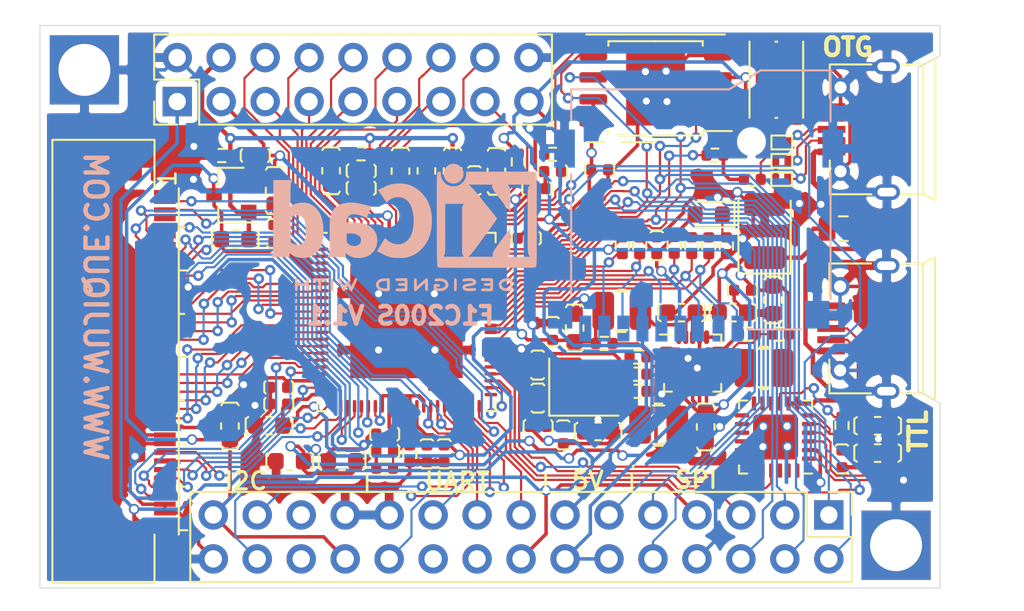
<source format=kicad_pcb>
(kicad_pcb (version 20210606) (generator pcbnew)
  (title_block (title "F1C100S CORE") (rev "V1.0") (company "WUJIQUE"))
  (layers (0 "F.Cu" signal) (31 "B.Cu" signal) (34 "B.Paste" user) (35 "F.Paste" user) (36 "B.SilkS" user "B.Silkscreen") (37 "F.SilkS" user "F.Silkscreen") (38 "B.Mask" user) (39 "F.Mask" user) (44 "Edge.Cuts" user))
  (net 0 "")
  (net 1 "GND")
  (net 2 "+3V3")
  (net 3 "+1V2")
  (net 4 "GNDA")
  (net 5 "+2V5")
  (net 6 "Net-(C14-Pad1)")
  (net 7 "Net-(C16-Pad1)")
  (net 8 "/CPU/SOCI")
  (net 9 "/CPU/SOCO")
  (net 10 "VDDA")
  (net 11 "+5V")
  (net 12 "/Misc/VBUS")
  (net 13 "/CPU/VRA1")
  (net 14 "/CPU/VRA2")
  (net 15 "/CPU/TV_VCC")
  (net 16 "/CPU/TV_VRP")
  (net 17 "/CPU/TV_VRN")
  (net 18 "Net-(D1-Pad1)")
  (net 19 "Net-(J2-Pad2)")
  (net 20 "Net-(J2-Pad3)")
  (net 21 "/CPU/CTP_SCL")
  (net 22 "/CPU/PE8_UART2_RX_SPI1_MOSI")
  (net 23 "/CPU/PE9_UART2_RTS_SPI1_CLK")
  (net 24 "/CPU/PE10_UART2_CTS_SPI1_MISO")
  (net 25 "/CPU/PE7_UART2_TX_SPI1_CS")
  (net 26 "/CPU/SPI0_CS")
  (net 27 "/CPU/PA3_UART1_TX_SPI1_MISO")
  (net 28 "/CPU/PA2_UART1_RX_SPI1_CLK")
  (net 29 "/CPU/PA1_UART1_CTS_SPI1_MOSI")
  (net 30 "/CPU/PE5")
  (net 31 "/CPU/SPI0_CLK")
  (net 32 "/CPU/SPI0_MOSI")
  (net 33 "/CPU/SPI0_MISO")
  (net 34 "/CPU/PA0_UART1_RTS_SPI1_CS")
  (net 35 "/CPU/USB_D+")
  (net 36 "/CPU/USB_ID")
  (net 37 "/CPU/USB_D-")
  (net 38 "/CPU/TV_IN1")
  (net 39 "/CPU/TV_IN0")
  (net 40 "/CPU/LRADC0")
  (net 41 "/CPU/TV_OUT")
  (net 42 "/CPU/HP_COMFB")
  (net 43 "/CPU/HP_L")
  (net 44 "/CPU/HP_COM")
  (net 45 "/CPU/HP_R")
  (net 46 "/CPU/MICIN")
  (net 47 "/CPU/LINL")
  (net 48 "/CPU/FMINR")
  (net 49 "/CPU/FMINL")
  (net 50 "Net-(L1-Pad2)")
  (net 51 "Net-(L2-Pad2)")
  (net 52 "Net-(L3-Pad2)")
  (net 53 "Net-(R6-Pad2)")
  (net 54 "Net-(R10-Pad1)")
  (net 55 "/CPU/SDIO_D1")
  (net 56 "/CPU/SDIO_D0")
  (net 57 "/CPU/SDIO_CMD")
  (net 58 "/CPU/SDIO_D3")
  (net 59 "/CPU/SDIO_D2")
  (net 60 "/CPU/CTP_SDA")
  (net 61 "/CPU/SDIO_CLK")
  (net 62 "/CPU/CPU_RXD")
  (net 63 "/CPU/CPU_TXD")
  (net 64 "/CPU/CTP_INT")
  (net 65 "/CPU/CTP_RST")
  (net 66 "/CPU/LCD_BL")
  (net 67 "/CPU/LCD_VS")
  (net 68 "/CPU/LCD_HS")
  (net 69 "/CPU/LCD_DE")
  (net 70 "/CPU/LCD_CLK")
  (net 71 "/CPU/LCD_D23")
  (net 72 "/CPU/LCD_D22")
  (net 73 "/CPU/LCD_D21")
  (net 74 "/CPU/LCD_D20")
  (net 75 "/CPU/LCD_D19")
  (net 76 "/CPU/LCD_D18")
  (net 77 "/CPU/LCD_D15")
  (net 78 "/CPU/LCD_D14")
  (net 79 "/CPU/LCD_D13")
  (net 80 "/CPU/LCD_D12")
  (net 81 "/CPU/LCD_D11")
  (net 82 "/CPU/LCD_D10")
  (net 83 "/CPU/LCD_D7")
  (net 84 "/CPU/LCD_D6")
  (net 85 "/CPU/LCD_D5")
  (net 86 "/CPU/LCD_D4")
  (net 87 "/CPU/LCD_D3")
  (net 88 "/CPU/LCD_D2")
  (net 89 "/Misc/CP2104_RST")
  (net 90 "Net-(R18-Pad1)")
  (net 91 "Net-(R11-Pad1)")
  (footprint "0WJQ:C_0603_WJQ" (layer "F.Cu") (at 150.9776 123.1393 90)
    (fp_text reference "C1" hide)
    (fp_text value "03.4004_C0603_10uF")
  )
  (footprint "0WJQ:C_0603_WJQ" (layer "F.Cu") (at 153.2381 123.1138 180)
    (fp_text reference "C2" hide)
    (fp_text value "03.4004_C0603_10uF")
  )
  (footprint "0WJQ:C_0402_WJQ" (layer "F.Cu") (at 168.0948 112.2934)
    (fp_text reference "C3" hide)
    (fp_text value "03.0009_C0402_100nF")
  )
  (footprint "0WJQ:C_0402_WJQ" (layer "F.Cu") (at 153.797 121.8692 180)
    (fp_text reference "C4" hide)
    (fp_text value "03.0009_C0402_100nF")
  )
  (footprint "0WJQ:C_0603_WJQ" (layer "F.Cu") (at 151.2825 112.3442)
    (fp_text reference "C5" hide)
    (fp_text value "03.4004_C0603_10uF")
  )
  (footprint "0WJQ:C_0402_WJQ" (layer "F.Cu") (at 153.797 120.904 180)
    (fp_text reference "C6" hide)
    (fp_text value "03.0009_C0402_100nF")
  )
  (footprint "0WJQ:C_0402_WJQ" (layer "F.Cu") (at 163.3474 124.7394 -90)
    (fp_text reference "C7" hide)
    (fp_text value "03.0009_C0402_100nF")
  )
  (footprint "0WJQ:C_0402_WJQ" (layer "F.Cu") (at 153.5176 112.0164 90)
    (fp_text reference "C8" hide)
    (fp_text value "03.0009_C0402_100nF")
  )
  (footprint "0WJQ:C_0402_WJQ" (layer "F.Cu") (at 168.7806 123.1646)
    (fp_text reference "C9" hide)
    (fp_text value "03.0009_C0402_100nF")
  )
  (footprint "0WJQ:C_0402_WJQ" (layer "F.Cu") (at 168.7068 109.4232)
    (fp_text reference "C10" hide)
    (fp_text value "03.0009_C0402_100nF")
  )
  (footprint "0WJQ:C_0603_WJQ" (layer "F.Cu") (at 157.4545 125.1712 180)
    (fp_text reference "C11" hide)
    (fp_text value "03.4004_C0603_10uF")
  )
  (footprint "0WJQ:C_0402_WJQ" (layer "F.Cu") (at 159.916 124.587 180)
    (fp_text reference "C14" hide)
    (fp_text value "03.0009_C0402_100nF")
  )
  (footprint "0WJQ:C_0402_WJQ" (layer "F.Cu") (at 169.6188 108.4326 180)
    (fp_text reference "C16" hide)
    (fp_text value "03.0001_C0402_1uF")
  )
  (footprint "0WJQ:C_0402_WJQ" (layer "F.Cu") (at 168.76 121.525 -90)
    (fp_text reference "C17" hide)
    (fp_text value "03.0003_C0402_10pF")
  )
  (footprint "0WJQ:C_0402_WJQ" (layer "F.Cu") (at 168.76 119.615 90)
    (fp_text reference "C18" hide)
    (fp_text value "03.0003_C0402_10pF")
  )
  (footprint "0WJQ:C_0603_WJQ" (layer "F.Cu") (at 182.3466 115.8494 -90)
    (fp_text reference "C21" hide)
    (fp_text value "03.4004_C0603_10uF")
  )
  (footprint "0WJQ:C_0603_WJQ" (layer "F.Cu") (at 172.2475 123.45 180)
    (fp_text reference "C22" hide)
    (fp_text value "03.4004_C0603_10uF")
  )
  (footprint "0WJQ:C_0402_WJQ" (layer "F.Cu") (at 180.5916 115.2906 180)
    (fp_text reference "C24" hide)
    (fp_text value "03.0009_C0402_100nF")
  )
  (footprint "0WJQ:C_0603_WJQ" (layer "F.Cu") (at 180.0352 116.586)
    (fp_text reference "C27" hide)
    (fp_text value "03.4004_C0603_10uF")
  )
  (footprint "0WJQ:C_0603_WJQ" (layer "F.Cu") (at 177.0635 116.586 180)
    (fp_text reference "C28" hide)
    (fp_text value "03.4004_C0603_10uF")
  )
  (footprint "0WJQ:C_0603_WJQ" (layer "F.Cu") (at 178.4604 123.1901 -90)
    (fp_text reference "C29" hide)
    (fp_text value "03.4004_C0603_10uF")
  )
  (footprint "0WJQ:C_0603_WJQ" (layer "F.Cu") (at 188.3955 123.1254 180)
    (fp_text reference "C31" hide)
    (fp_text value "03.4001_C0603_1uF")
  )
  (footprint "0WJQ:C_0402_WJQ" (layer "F.Cu") (at 186.333 125.0354 90)
    (fp_text reference "C34" hide)
    (fp_text value "03.0009_C0402_100nF")
  )
  (footprint "0WJQ:C_0402_WJQ" (layer "F.Cu") (at 175.6336 112.7164 90)
    (fp_text reference "C36" hide)
    (fp_text value "03.0009_C0402_100nF")
  )
  (footprint "0WJQ:C_0402_WJQ" (layer "F.Cu") (at 172.3366 108.331)
    (fp_text reference "C37" hide)
    (fp_text value "03.0009_C0402_100nF")
  )
  (footprint "0WJQ:C_0603_WJQ" (layer "F.Cu") (at 156.82 108.3925 90)
    (fp_text reference "C39" hide)
    (fp_text value "03.4003_C0603_4.7uF")
  )
  (footprint "0WJQ:C_0402_WJQ" (layer "F.Cu") (at 158.56 108.4)
    (fp_text reference "C40" hide)
    (fp_text value "03.0009_C0402_100nF")
  )
  (footprint "0WJQ:C_0603_WJQ" (layer "F.Cu") (at 166.37 108.4275 90)
    (fp_text reference "C41" hide)
    (fp_text value "03.4004_C0603_10uF")
  )
  (footprint "0WJQ:C_0402_WJQ" (layer "F.Cu") (at 165.1 108.965 90)
    (fp_text reference "C42" hide)
    (fp_text value "03.0009_C0402_100nF")
  )
  (footprint "0WJQ:C_0603_WJQ" (layer "F.Cu") (at 160.83 108.4125 -90)
    (fp_text reference "C43" hide)
    (fp_text value "03.4003_C0603_4.7uF")
  )
  (footprint "Capacitor_SMD:C_0603_1608Metric" (layer "F.Cu") (at 162.33 108.4 90)
    (fp_text reference "C44" hide)
    (fp_text value "03.0016_C0603_10uF" hide)
  )
  (footprint "0WJQ:C_0603_WJQ" (layer "F.Cu") (at 163.84 108.4025 -90)
    (fp_text reference "C45" hide)
    (fp_text value "03.4003_C0603_4.7uF")
  )
  (footprint "0WJQ:MicroUSB_5S_B_A01SB141B1-067" (layer "F.Cu") (at 187.7314 106 -90)
    (fp_text reference "J5" hide)
    (fp_text value "10.0002_USB_Micro" hide)
  )
  (footprint "0WJQ:L_1008_2520_WJQ" (layer "F.Cu") (at 181.8214 119.7864 180)
    (fp_text reference "L1" hide)
    (fp_text value "06.0102_L2520_2.2uH")
  )
  (footprint "0WJQ:L_1008_2520_WJQ" (layer "F.Cu") (at 175.745 123.06)
    (fp_text reference "L2" hide)
    (fp_text value "06.0102_L2520_2.2uH")
  )
  (footprint "0WJQ:L_1008_2520_WJQ" (layer "F.Cu") (at 173.6172 116.4844)
    (fp_text reference "L3" hide)
    (fp_text value "06.0102_L2520_2.2uH")
  )
  (footprint "0WJQ:R_0402_WJQ" (layer "F.Cu") (at 159.916 125.5776 180)
    (fp_text reference "R1" hide)
    (fp_text value "R_US")
  )
  (footprint "0WJQ:R_0402_WJQ" (layer "F.Cu") (at 161.3662 124.7418 90)
    (fp_text reference "R2" hide)
    (fp_text value "R_US")
  )
  (footprint "0WJQ:R_0402_WJQ" (layer "F.Cu") (at 169.6188 107.442)
    (fp_text reference "R3" hide)
    (fp_text value "R_US")
  )
  (footprint "0WJQ:R_0402_WJQ" (layer "F.Cu") (at 179.6542 112.7228 90)
    (fp_text reference "R4" hide)
    (fp_text value "02.0003_R0402_1K_1%")
  )
  (footprint "0WJQ:R_0402_WJQ" (layer "F.Cu") (at 180.871 117.8306)
    (fp_text reference "R6" hide)
    (fp_text value "R_US")
  )
  (footprint "0WJQ:R_0402_WJQ" (layer "F.Cu") (at 174.5488 120.142)
    (fp_text reference "R7" hide)
    (fp_text value "R_US")
  )
  (footprint "0WJQ:R_0402_WJQ" (layer "F.Cu") (at 182.7808 117.8306)
    (fp_text reference "R9" hide)
    (fp_text value "02.0025_R0402_680K_1%")
  )
  (footprint "0WJQ:R_0402_WJQ" (layer "F.Cu") (at 174.5512 121.1326 180)
    (fp_text reference "R10" hide)
    (fp_text value "R_US")
  )
  (footprint "0WJQ:R_0402_WJQ" (layer "F.Cu") (at 173.6436 112.7164 -90)
    (fp_text reference "R13" hide)
    (fp_text value "R_US")
  )
  (footprint "0WJQ:R_0402_WJQ" (layer "F.Cu") (at 174.6436 112.7264 -90)
    (fp_text reference "R14" hide)
    (fp_text value "R_US")
  )
  (footprint "0WJQ:R_0402_WJQ" (layer "F.Cu") (at 176.6436 112.7014 -90)
    (fp_text reference "R15" hide)
    (fp_text value "R_US")
  )
  (footprint "0WJQ:R_0402_WJQ" (layer "F.Cu") (at 178.6382 112.7228 -90)
    (fp_text reference "R17" hide)
    (fp_text value "R_US")
  )
  (footprint "0WJQ:R_0402_WJQ" (layer "F.Cu") (at 186.333 123.1104 -90)
    (fp_text reference "R18" hide)
    (fp_text value "R_US")
  )
  (footprint "0WJQ:R_0402_WJQ" (layer "F.Cu") (at 178.9962 107.4928)
    (fp_text reference "R19" hide)
    (fp_text value "R_US")
  )
  (footprint "0WJQ:R_0402_WJQ" (layer "F.Cu") (at 181.1552 108.8898)
    (fp_text reference "R20" hide)
    (fp_text value "R_US")
  )
  (footprint "0WJQ:R_0402_WJQ" (layer "F.Cu") (at 158.56 107.41)
    (fp_text reference "R21" hide)
    (fp_text value "R_US")
  )
  (footprint "0WJQ:QFN-88_EP_10x10_Pitch0.4mm" (layer "F.Cu") (at 161.175 117.125)
    (fp_text reference "U1" hide)
    (fp_text value "08.0001_F1C200S" hide)
  )
  (footprint "0WJQ:QFN-20_EP_3x3_Pitch0.4mm" (layer "F.Cu") (at 177.7081 119.5033)
    (fp_text reference "U3" hide)
    (fp_text value "09.0102_EA3036" hide)
  )
  (footprint "Package_DFN_QFN:QFN-24-1EP_4x4mm_P0.5mm_EP2.6x2.6mm" (layer "F.Cu") (at 182.499 123.7742 180)
    (fp_text reference "U4" hide)
    (fp_text value "09.0001_CP2104" hide)
  )
  (footprint "Crystal:Crystal_SMD_3225-4Pin_3.2x2.5mm" (layer "F.Cu") (at 171.42 120.89)
    (fp_text reference "Y1" hide)
    (fp_text value "07.0403_Crystal_24M_3225" hide)
  )
  (footprint "Connector_PinHeader_2.54mm:PinHeader_2x15_P2.54mm_Vertical" (layer "F.Cu") (at 185.575 128.275 -90)
    (fp_text reference "J4" hide)
    (fp_text value "10.0201_PH2X15_2D54_V" hide)
  )
  (footprint "0WJQ:MicroUSB_5S_B_A01SB141B1-067" (layer "F.Cu") (at 187.706 117.5 -90)
    (fp_text reference "J2" hide)
    (fp_text value "10.0002_USB_Micro" hide)
  )
  (footprint "0WJQ:DFN1006-2L" (layer "F.Cu") (at 182.8602 107.823 180)
    (fp_text reference "D3" hide)
    (fp_text value "07.0002_D_TVS_PESDNC2FD5VB" hide)
  )
  (footprint "0WJQ:DFN1006-2L" (layer "F.Cu") (at 182.849 108.8644 180)
    (fp_text reference "D4" hide)
    (fp_text value "07.0002_D_TVS_PESDNC2FD5VB" hide)
  )
  (footprint "0WJQ:FPC_40_0.5_BR" (layer "F.Cu") (at 147.2184 119.4054 -90)
    (fp_text reference "J1" hide)
    (fp_text value "10.0402_LCD_RGB_CON_WJQ" hide)
  )
  (footprint "0WJQ:R_0402_WJQ" (layer "F.Cu") (at 167.64 107.89 -90)
    (fp_text reference "R22" hide)
    (fp_text value "R_US")
  )
  (footprint "0WJQ:C_0402_WJQ" (layer "F.Cu") (at 158.56 109.39 180)
    (fp_text reference "C38" hide)
    (fp_text value "03.0001_C0402_1uF")
  )
  (footprint "0WJQ:R_0402_WJQ" (layer "F.Cu") (at 177.6536 112.7164 -90)
    (fp_text reference "R16" hide)
    (fp_text value "R_US")
  )
  (footprint "Connector_PinHeader_2.54mm:PinHeader_2x09_P2.54mm_Vertical" (layer "F.Cu") (at 147.9296 104.394 90)
    (fp_text reference "J6" hide)
    (fp_text value "10.0202_PH2X9_2D54_V" hide)
  )
  (footprint "0WJQ:R_0402_WJQ" (layer "F.Cu") (at 174.5488 119.1514)
    (fp_text reference "R8" hide)
    (fp_text value "02.0023_R0402_150K_1%")
  )
  (footprint "0WJQ:DFN1006-2L" (layer "F.Cu") (at 182.8602 106.7562 180)
    (fp_text reference "D5" hide)
    (fp_text value "07.0002_D_TVS_PESDNC2FD5VB" hide)
  )
  (footprint "0WJQ:WSON-8-1EP_8x6mm_P1.27mm_EP3.4x4.3mm" (layer "F.Cu") (at 175.5648 103.632 180)
    (fp_text reference "U5" hide)
    (fp_text value "09.0303_GD5F1GQ4" hide)
  )
  (footprint "Package_SO:SOIC-8_5.23x5.23mm_P1.27mm" (layer "F.Cu") (at 175.5648 103.632 180)
    (fp_text reference "U6" hide)
    (fp_text value "09.0302_W25Q128JVS" hide)
  )
  (footprint "LED_SMD:LED_0603_1608Metric" (layer "F.Cu") (at 178.6382 110.9218 180)
    (fp_text reference "D1" hide)
    (fp_text value "07.0201_LED_Red_0603" hide)
  )
  (footprint "0WJQ:C_0603_WJQ" (layer "F.Cu") (at 153.56 109.5275 -90)
    (fp_text reference "C19" hide)
    (fp_text value "03.4004_C0603_10uF")
  )
  (footprint "0WJQ:C_0402_WJQ" (layer "F.Cu") (at 152.44 107.51 180)
    (fp_text reference "C20" hide)
    (fp_text value "03.0009_C0402_100nF")
  )
  (footprint "Package_TO_SOT_SMD:SOT-23" (layer "F.Cu") (at 151.06 109.8 180)
    (fp_text reference "U2" hide)
    (fp_text value "09.0103_XC6206" hide)
  )
  (footprint "0WJQ:R_0402_WJQ" (layer "F.Cu") (at 150.515 107.51)
    (fp_text reference "R5" hide)
    (fp_text value "02.0001_R0402_0R_1%")
  )
  (footprint "0WJQ:C_0402_WJQ" (layer "F.Cu") (at 169.6212 117.6758 90)
    (fp_text reference "C26" hide)
    (fp_text value "03.0009_C0402_100nF")
  )
  (footprint "0WJQ:C_0603_WJQ" (layer "F.Cu") (at 170.8912 117.4749 90)
    (fp_text reference "C23" hide)
    (fp_text value "03.4004_C0603_10uF")
  )
  (footprint "0WJQ:R_0402_WJQ" (layer "F.Cu") (at 172.5954 118.364 180)
    (fp_text reference "R11" hide)
    (fp_text value "R_US")
  )
  (footprint "0WJQ:C_0603_WJQ" (layer "F.Cu") (at 154.4319 125.1712 180)
    (fp_text reference "C12" hide)
    (fp_text value "03.4004_C0603_10uF")
  )
  (footprint "Capacitor_Tantalum_SMD:CP_EIA-3528-21_Kemet-B" (layer "F.Cu") (at 181.864 111.8751 90)
    (fp_text reference "C30" hide)
    (fp_text value "04.0002_CP1210_47uF" hide)
  )
  (footprint "0WJQ:C_0402_WJQ" (layer "F.Cu") (at 162.3568 124.7418 90)
    (fp_text reference "C15" hide)
    (fp_text value "03.0009_C0402_100nF")
  )
  (footprint "0WJQ:C_0402_WJQ" (layer "F.Cu") (at 159.916 123.5964 180)
    (fp_text reference "C13" hide)
    (fp_text value "03.0009_C0402_100nF")
  )
  (footprint "Fuse:Fuse_0805_2012Metric" (layer "F.Cu") (at 186.4106 111.7346)
    (fp_text reference "F1" hide)
    (fp_text value "07.0004_Fuse_0805_500mA" hide)
  )
  (footprint "0WJQ:SW_Push_Button__A03-08" (layer "F.Cu") (at 182.5424 103.1338 90)
    (fp_text reference "SW1" hide)
    (fp_text value "11.0101_SW-A03-08" hide)
  )
  (footprint "0WJQ:C_0603_WJQ" (layer "F.Cu") (at 188.3955 124.7004 180)
    (fp_text reference "C33" hide)
    (fp_text value "03.4002_C0603_2.2uF")
  )
  (footprint "0WJQ:C_0402_WJQ" (layer "F.Cu") (at 170.24 123.65 90)
    (fp_text reference "C25" hide)
    (fp_text value "03.0009_C0402_100nF")
  )
  (footprint "0WJQ:MP_HOLE_L4_M3" (layer "F.Cu") (at 142.5702 102.5652)
    (fp_text reference "H1" hide)
    (fp_text value "MountingHole_Pad_M3" hide)
  )
  (footprint "0WJQ:MP_HOLE_L4_M3" (layer "F.Cu") (at 189.4586 130.0226)
    (fp_text reference "H2" hide)
    (fp_text value "MountingHole_Pad_M3" hide)
  )
  (footprint "0WJQ:microSD_HRO_TF_01A" (layer "B.Cu") (at 178.054 110.0582)
    (fp_text reference "J3" hide)
    (fp_text value "10.0001_Micro_SD_Card" hide)
  )
  (footprint "Symbol:KiCad-Logo2_6mm_SilkScreen" (layer "B.Cu") (at 161.036 110.9726 180)
    (fp_text reference "LOGO1" hide)
    (fp_text value "Logo_Open_Hardware_Small" hide)
  )
  (gr_line (start 174.1932 126.8984) (end 174.1932 125.8824) (layer "F.SilkS") (width 0.1524))
  (gr_line (start 174.2694 125.4506) (end 174.2694 125.476) (layer "F.SilkS") (width 0.1524))
  (gr_line (start 169.2148 126.9238) (end 169.2148 125.9078) (layer "F.SilkS") (width 0.1524))
  (gr_line (start 158.9024 126.9492) (end 158.9024 125.9332) (layer "F.SilkS") (width 0.1524))
  (gr_line (start 190.7286 102.4128) (end 190.7286 102.7938) (layer "Edge.Cuts") (width 0.0508))
  (gr_line (start 192 121.8184) (end 192 132.5) (layer "Edge.Cuts") (width 0.0508))
  (gr_line (start 190.7286 102.7938) (end 190.7286 120.8278) (layer "Edge.Cuts") (width 0.0508))
  (gr_line (start 190.7286 120.8278) (end 190.7286 121.1326) (layer "Edge.Cuts") (width 0.0508))
  (gr_line (start 192 100) (end 191.9986 101.7524) (layer "Edge.Cuts") (width 0.0508))
  (gr_line (start 140 132.5) (end 192 132.5) (layer "Edge.Cuts") (width 0.0508))
  (gr_line (start 190.7286 121.1326) (end 191.9986 121.8184) (layer "Edge.Cuts") (width 0.0508))
  (gr_line (start 192 100) (end 140 100) (layer "Edge.Cuts") (width 0.0508))
  (gr_line (start 191.9986 101.7524) (end 190.7286 102.4128) (layer "Edge.Cuts") (width 0.0508))
  (gr_line (start 140 100) (end 140 132.5) (layer "Edge.Cuts") (width 0.0508))
  (gr_text "WWW.WUJIQUE.COM" (at 143.2052 116.2304 270) (layer "B.SilkS") (effects (font (size 1.27 1.27) (thickness 0.254)) (justify mirror)))
  (gr_text "F1C200S V1.1" (at 160.8074 116.7638) (layer "B.SilkS") (effects (font (size 1.016 1.016) (thickness 0.254)) (justify mirror)))
  (gr_text "I2C" (at 151.892 126.3142) (layer "F.SilkS") (effects (font (size 1 1) (thickness 0.1778))))
  (gr_text "OTG" (at 186.6646 101.2444) (layer "F.SilkS") (effects (font (size 1.016 1.016) (thickness 0.254))))
  (gr_text "TTL" (at 190.7286 123.444 90) (layer "F.SilkS") (effects (font (size 1.016 1.016) (thickness 0.254))))
  (gr_text "5V" (at 171.6532 126.2888) (layer "F.SilkS") (effects (font (size 1 1) (thickness 0.1778))))
  (gr_text "SPI" (at 177.9016 126.238) (layer "F.SilkS") (effects (font (size 1 1) (thickness 0.1778))))
  (gr_text "UART" (at 164.1094 126.3396) (layer "F.SilkS") (effects (font (size 1.016 1.016) (thickness 0.1778))))
  (segment (start 168.76 122.659) (end 169.2656 123.1646) (width 0.2032) (layer "F.Cu") (net 1))
  (segment (start 188.8868 115.075) (end 188.8998 115.062) (width 0.2032) (layer "F.Cu") (net 1))
  (segment (start 170.32 120.04) (end 170.42 120.04) (width 0.2032) (layer "F.Cu") (net 1))
  (segment (start 150.9776 122.7893) (end 150.9776 122.3518) (width 0.2032) (layer "F.Cu") (net 1))
  (segment (start 185.7314 104.7) (end 186.492882 104.7) (width 0.2032) (layer "F.Cu") (net 1))
  (segment (start 187.4514 109.625) (end 188.9314 109.625) (width 0.2032) (layer "F.Cu") (net 1))
  (segment (start 148.898235 107.514765) (end 148.082 107.5182) (width 0.2032) (layer "F.Cu") (net 1))
  (segment (start 169.6212 117.1908) (end 169.083 117.1908) (width 0.2032) (layer "F.Cu") (net 1))
  (segment (start 186.7142 116.205) (end 188.1632 116.205) (width 0.2032) (layer "F.Cu") (net 1))
  (segment (start 159.136 123.5964) (end 158.9024 123.83) (width 0.2032) (layer "F.Cu") (net 1))
  (segment (start 185.7314 104.7) (end 183.698 104.7) (width 0.2032) (layer "F.Cu") (net 1))
  (segment (start 179.705 113.2078) (end 180.594 112.3188) (width 0.2032) (layer "F.Cu") (net 1))
  (segment (start 145.3251 125.0579) (end 145.4912 124.8918) (width 0.2032) (layer "F.Cu") (net 1))
  (segment (start 169.346604 118.957389) (end 173.148871 118.957389) (width 0.2032) (layer "F.Cu") (net 1))
  (segment (start 189.183 125.1754) (end 189.183 124.7004) (width 0.254) (layer "F.Cu") (net 1))
  (segment (start 153.312 121.8692) (end 153.312 122.0748) (width 0.2032) (layer "F.Cu") (net 1))
  (segment (start 175.69661 124.38861) (end 177.57439 124.38861) (width 0.2032) (layer "F.Cu") (net 1))
  (segment (start 182.499 123.7742) (end 182.499 123.698) (width 0.2032) (layer "F.Cu") (net 1))
  (segment (start 169.1338 108.4326) (end 168.8388 108.4326) (width 0.2032) (layer "F.Cu") (net 1))
  (segment (start 144.8246 123.6554) (end 144.9715 123.5085) (width 0.2032) (layer "F.Cu") (net 1))
  (segment (start 147.2184 123.6554) (end 144.8246 123.6554) (width 0.2032) (layer "F.Cu") (net 1))
  (segment (start 178.715148 109.9312) (end 179.1462 109.9312) (width 0.2032) (layer "F.Cu") (net 1))
  (segment (start 178.886829 113.975171) (end 179.6542 113.2078) (width 0.2032) (layer "F.Cu") (net 1))
  (segment (start 184.2206 100.9338) (end 186.2514 102.9646) (width 0.2032) (layer "F.Cu") (net 1))
  (segment (start 176.7135 116.586) (end 178.886829 114.412671) (width 0.2032) (layer "F.Cu") (net 1))
  (segment (start 177.733636 109.9312) (end 178.715148 109.9312) (width 0.2032) (layer "F.Cu") (net 1))
  (segment (start 171.175 123.165) (end 171.46 123.45) (width 0.2032) (layer "F.Cu") (net 1))
  (segment (start 180.1066 115.8699) (end 180.8227 116.586) (width 0.2032) (layer "F.Cu") (net 1))
  (segment (start 144.9715 123.5085) (end 144.9715 125.0579) (width 0.2032) (layer "F.Cu") (net 1))
  (segment (start 172.8216 108.959344) (end 172.8216 108.331) (width 0.2032) (layer "F.Cu") (net 1))
  (segment (start 182.5102 107.823) (end 182.5102 108.8532) (width 0.2032) (layer "F.Cu") (net 1))
  (segment (start 150.9776 122.3518) (end 150.9776 121.539) (width 0.2032) (layer "F.Cu") (net 1))
  (segment (start 152.4506 123.1138) (end 152.4506 124.4149) (width 0.2032) (layer "F.Cu") (net 1))
  (segment (start 172.065996 109.714948) (end 172.8216 108.959344) (width 0.2032) (layer "F.Cu") (net 1))
  (segment (start 181.0004 110.3376) (end 180.2892 109.6264) (width 0.2032) (layer "F.Cu") (net 1))
  (segment (start 176.2081 118.7033) (end 176.9081 118.7033) (width 0.2032) (layer "F.Cu") (net 1))
  (segment (start 144.9715 123.5085) (end 145.3246 123.1554) (width 0.2032) (layer "F.Cu") (net 1))
  (segment (start 171.6786 110.202076) (end 171.6786 110.187012) (width 0.2032) (layer "F.Cu") (net 1))
  (segment (start 145.8722 118.6434) (end 145.8722 118.8212) (width 0.2032) (layer "F.Cu") (net 1))
  (segment (start 189.183 123.1254) (end 189.183 123.8796) (width 0.254) (layer "F.Cu") (net 1))
  (segment (start 147.1848 115.189) (end 147.2184 115.1554) (width 0.2032) (layer "F.Cu") (net 1))
  (segment (start 180.386 117.0227) (end 180.8227 116.586) (width 0.2032) (layer "F.Cu") (net 1))
  (segment (start 169.1918 109.4232) (end 169.1918 108.4906) (width 0.2032) (layer "F.Cu") (net 1))
  (segment (start 186.2514 103.575) (end 186.2514 104.458518) (width 0.2032) (layer "F.Cu") (net 1))
  (segment (start 169.1918 108.4906) (end 169.1338 108.4326) (width 0.2032) (layer "F.Cu") (net 1))
  (segment (start 178.4581 119.5033) (end 178.2706 119.3158) (width 0.2032) (layer "F.Cu") (net 1))
  (segment (start 185.07761 124.75281) (end 184.849 124.5242) (width 0.2032) (layer "F.Cu") (net 1))
  (segment (start 167.8686 118.6434) (end 167.8178 118.6942) (width 0.2032) (layer "F.Cu") (net 1))
  (segment (start 145.8722 115.815118) (end 145.8722 118.6434) (width 0.2032) (layer "F.Cu") (net 1))
  (segment (start 177.4698 101.727) (end 175.5648 103.632) (width 0.2032) (layer "F.Cu") (net 1))
  (segment (start 186.333 125.5204) (end 188.838 125.5204) (width 0.254) (layer "F.Cu") (net 1))
  (segment (start 180.2892 109.6264) (end 179.451 109.6264) (width 0.2032) (layer "F.Cu") (net 1))
  (segment (start 168.8388 108.4326) (end 168.61019 108.20399) (width 0.2032) (layer "F.Cu") (net 1))
  (segment (start 172.12 121.74) (end 172.52 121.74) (width 0.2032) (layer "F.Cu") (net 1))
  (segment (start 147.2184 127.6554) (end 147.2184 128.1554) (width 0.2032) (layer "F.Cu") (net 1))
  (segment (start 175.5902 120.904) (end 175.5902 121.0564) (width 0.2032) (layer "F.Cu") (net 1))
  (segment (start 168.5798 112.2934) (end 169.081026 112.2934) (width 0.2032) (layer "F.Cu") (net 1))
  (segment (start 148.206011 123.1554) (end 148.274997 123.224386) (width 0.2032) (layer "F.Cu") (net 1))
  (segment (start 145.0988 107.51) (end 144.6434 107.9654) (width 0.2032) (layer "F.Cu") (net 1))
  (segment (start 147.2184 119.6554) (end 146.3902 119.6554) (width 0.2032) (layer "F.Cu") (net 1))
  (segment (start 145.3246 124.1554) (end 144.8246 123.6554) (width 0.2032) (layer "F.Cu") (net 1))
  (segment (start 173.148871 118.957389) (end 173.46 119.268518) (width 0.2032) (layer "F.Cu") (net 1))
  (segment (start 188.8998 115.062) (end 188.906 113.875) (width 0.2032) (layer "F.Cu") (net 1))
  (segment (start 178.4604 123.9774) (end 179.2732 123.1646) (width 0.2032) (layer "F.Cu") (net 1))
  (segment (start 179.2081 119.5033) (end 178.4581 119.5033) (width 0.2032) (layer "F.Cu") (net 1))
  (segment (start 148.898235 107.514765) (end 148.898235 108.860965) (width 0.2032) (layer "F.Cu") (net 1))
  (segment (start 176.2081 120.3033) (end 176.9081 120.3033) (width 0.2032) (layer "F.Cu") (net 1))
  (segment (start 172.8216 108.331) (end 173.1166 108.331) (width 0.2032) (layer "F.Cu") (net 1))
  (segment (start 178.1081 118.7783) (end 178.2706 118.9408) (width 0.2032) (layer "F.Cu") (net 1))
  (segment (start 177.7331 119.9033) (end 177.5206 119.6908) (width 0.2032) (layer "F.Cu") (net 1))
  (segment (start 149.9846 130.8454) (end 150.015 130.815) (width 0.2032) (layer "F.Cu") (net 1))
  (segment (start 175.5902 120.904) (end 175.5902 120.9548) (width 0.2032) (layer "F.Cu") (net 1))
  (segment (start 147.2184 128.1554) (end 148.0466 128.1554) (width 0.2032) (layer "F.Cu") (net 1))
  (segment (start 178.5081 118.7033) (end 178.2706 118.9408) (width 0.2032) (layer "F.Cu") (net 1))
  (segment (start 147.2184 115.1554) (end 148.58746 115.1554) (width 0.2032) (layer "F.Cu") (net 1))
  (segment (start 179.9742 113.2078) (end 179.6542 113.2078) (width 0.2032) (layer "F.Cu") (net 1))
  (segment (start 147.2184 124.1554) (end 145.3246 124.1554) (width 0.2032) (layer "F.Cu") (net 1))
  (segment (start 176.9081 120.3033) (end 177.1456 120.0658) (width 0.2032) (layer "F.Cu") (net 1))
  (segment (start 170.378063 111.502613) (end 171.6786 110.202076) (width 0.2032) (layer "F.Cu") (net 1))
  (segment (start 181.2015 111.0001) (end 181.2015 111.9805) (width 0.2032) (layer "F.Cu") (net 1))
  (segment (start 178.1081 118.0033) (end 178.1081 118.7783) (width 0.2032) (layer "F.Cu") (net 1))
  (segment (start 173.448601 121.714599) (end 173.4232 121.74) (width 0.2032) (layer "F.Cu") (net 1))
  (segment (start 175.7172 121.285) (end 175.9204 121.285) (width 0.2032) (layer "F.Cu") (net 1))
  (segment (start 183.6674 104.7306) (end 183.6674 105.3338) (width 0.2032) (layer "F.Cu") (net 1))
  (segment (start 183.698 104.7) (end 183.6674 104.7306) (width 0.2032) (layer "F.Cu") (net 1))
  (segment (start 185.07761 125.66599) (end 185.07761 124.75281) (width 0.2032) (layer "F.Cu") (net 1))
  (segment (start 188.1632 116.205) (end 188.906 115.4622) (width 0.2032) (layer "F.Cu") (net 1))
  (segment (start 150.03 107.51) (end 148.898235 107.514765) (width 0.2032) (layer "F.Cu") (net 1))
  (segment (start 174.0638 119.1514) (end 174.0638 120.142) (width 0.2032) (layer "F.Cu") (net 1))
  (segment (start 183.9468 110.3376) (end 185.1152 110.3376) (width 0.3048) (layer "F.Cu") (net 1))
  (segment (start 174.0638 120.142) (end 173.7688 120.142) (width 0.2032) (layer "F.Cu") (net 1))
  (segment (start 181.864 110.3376) (end 181.0004 110.3376) (width 0.2032) (layer "F.Cu") (net 1))
  (segment (start 177.9854 123.9776) (end 178.4604 123.9776) (width 0.2032) (layer "F.Cu") (net 1))
  (segment (start 145.7706 115.189) (end 147.1848 115.189) (width 0.2032) (layer "F.Cu") (net 1))
  (segment (start 177.5206 118.9408) (end 177.5206 119.3158) (width 0.2032) (layer "F.Cu") (net 1))
  (segment (start 169.173994 119.13) (end 169.346604 118.957389) (width 0.2032) (layer "F.Cu") (net 1))
  (segment (start 183.1142 105.3338) (end 183.6674 105.3338) (width 0.2032) (layer "F.Cu") (net 1))
  (segment (start 148.0466 128.1554) (end 149.165001 129.273801) (width 0.2032) (layer "F.Cu") (net 1))
  (segment (start 184.849 124.5242) (end 184.4365 124.5242) (width 0.2032) (layer "F.Cu") (net 1))
  (segment (start 177.5206 119.3158) (end 177.5206 119.6908) (width 0.2032) (layer "F.Cu") (net 1))
  (segment (start 150.542514 123.224386) (end 150.9776 122.7893) (width 0.2032) (layer "F.Cu") (net 1))
  (segment (start 147.2184 118.6554) (end 146.3902 118.6554) (width 0.2032) (layer "F.Cu") (net 1))
  (segment (start 179.2648 101.727) (end 177.4698 101.727) (width 0.2032) (layer "F.Cu") (net 1))
  (segment (start 150.9776 121.539) (end 151.765 120.7516) (width 0.2032) (layer "F.Cu") (net 1))
  (segment (start 146.3902 118.6554) (end 146.3782 118.6434) (width 0.2032) (layer "F.Cu") (net 1))
  (segment (start 146.3902 127.6554) (end 147.2184 127.6554) (width 0.2032) (layer "F.Cu") (net 1))
  (segment (start 174.523399 106.924201) (end 174.523399 104.673401) (width 0.2032) (layer "F.Cu") (net 1))
  (segment (start 156.89561 124.46759) (end 156.667 124.6962) (width 0.2032) (layer "F.Cu") (net 1))
  (segment (start 173.4232 121.74) (end 172.52 121.74) (width 0.2032) (layer "F.Cu") (net 1))
  (segment (start 188.4464 123.8796) (end 188.4426 123.8758) (width 0.2032) (layer "F.Cu") (net 1))
  (segment (start 175.5902 124.2822) (end 175.69661 124.38861) (width 0.2032) (layer "F.Cu") (net 1))
  (segment (start 173.7688 120.142) (end 173.718 120.0912) (width 0.2032) (layer "F.Cu") (net 1))
  (segment (start 175.5902 121.158) (end 175.7172 121.285) (width 0.2032) (layer "F.Cu") (net 1))
  (segment (start 177.9456 118.9408) (end 178.1081 118.7783) (width 0.2032) (layer "F.Cu") (net 1))
  (segment (start 152.4506 123.1138) (end 152.4506 121.9706) (width 0.2032) (layer "F.Cu") (net 1))
  (segment (start 186.2514 103.575) (end 187.4514 102.375) (width 0.2032) (layer "F.Cu") (net 1))
  (segment (start 158.9024 124.2568) (end 158.69161 124.46759) (width 0.2032) (layer "F.Cu") (net 1))
  (segment (start 147.2184 115.1554) (end 146.531918 115.1554) (width 0.2032) (layer "F.Cu") (net 1))
  (segment (start 168.61019 106.25319) (end 168.3004 105.9434) (width 0.2032) (layer "F.Cu") (net 1))
  (segment (start 186.492882 104.7) (end 186.801399 105.008517) (width 0.2032) (layer "F.Cu") (net 1))
  (segment (start 182.7102 105.7378) (end 183.1142 105.3338) (width 0.2032) (layer "F.Cu") (net 1))
  (segment (start 158.69161 124.46759) (end 156.89561 124.46759) (width 0.2032) (layer "F.Cu") (net 1))
  (segment (start 168.3242 118.6942) (end 168.76 119.13) (width 0.2032) (layer "F.Cu") (net 1))
  (segment (start 186.801399 105.008517) (end 186.801399 107.875001) (width 0.2032) (layer "F.Cu") (net 1))
  (segment (start 169.081026 112.2934) (end 169.871813 111.502613) (width 0.2032) (layer "F.Cu") (net 1))
  (segment (start 186.226 115.075) (end 188.8868 115.075) (width 0.2032) (layer "F.Cu") (net 1))
  (segment (start 172.8216 108.651) (end 172.8216 108.331) (width 0.2032) (layer "F.Cu") (net 1))
  (segment (start 173.718 120.0912) (end 173.4566 120.0912) (width 0.2032) (layer "F.Cu") (net 1))
  (segment (start 173.46 119.61) (end 173.4566 120.0912) (width 0.2032) (layer "F.Cu") (net 1))
  (segment (start 156.639939 125.1712) (end 155.941822 124.473083) (width 0.2032) (layer "F.Cu") (net 1))
  (segment (start 185.1152 110.3376) (end 185.120058 110.332742) (width 0.3048) (layer "F.Cu") (net 1))
  (segment (start 186.2514 104.458518) (end 186.801399 105.008517) (width 0.2032) (layer "F.Cu") (net 1))
  (segment (start 148.898235 106.988235) (end 148.8948 106.9848) (width 0.2032) (layer "F.Cu") (net 1))
  (segment (start 173.1166 108.331) (end 174.523399 106.924201) (width 0.2032) (layer "F.Cu") (net 1))
  (segment (start 188.906 115.4622) (end 188.8998 115.062) (width 0.2032) (layer "F.Cu") (net 1))
  (segment (start 173.46 119.268518) (end 173.46 119.61) (width 0.2032) (layer "F.Cu") (net 1))
  (segment (start 148.898235 108.860965) (end 148.8694 108.8898) (width 0.2032) (layer "F.Cu") (net 1))
  (segment (start 175.5902 120.4468) (end 175.5902 120.904) (width 0.2032) (layer "F.Cu") (net 1))
  (segment (start 171.686575 110.187012) (end 172.065996 109.807591) (width 0.2032) (layer "F.Cu") (net 1))
  (segment (start 144.9715 123.5085) (end 145.8722 122.6078) (width 0.2032) (layer "F.Cu") (net 1))
  (segment (start 185.07761 125.957258) (end 185.07761 124.75281) (width 0.2032) (layer "F.Cu") (net 1))
  (segment (start 175.5902 120.9548) (end 175.9204 121.285) (width 0.2032) (layer "F.Cu") (net 1))
  (segment (start 163.3474 125.2244) (end 161.3686 125.2244) (width 0.2032) (layer "F.Cu") (net 1))
  (segment (start 144.9715 125.0579) (end 145.3251 125.0579) (width 0.2032) (layer "F.Cu") (net 1))
  (segment (start 148.898235 107.514765) (end 148.898235 106.988235) (width 0.2032) (layer "F.Cu") (net 1))
  (segment (start 177.57439 124.38861) (end 177.9854 123.9776) (width 0.2032) (layer "F.Cu") (net 1))
  (segment (start 176.9831 119.9033) (end 177.1456 120.0658) (width 0.2032) (layer "F.Cu") (net 1))
  (segment (start 179.6542 113.2078) (end 179.705 113.2078) (width 0.2032) (layer "F.Cu") (net 1))
  (segment (start 158.9024 123.83) (end 158.9024 124.2568) (width 0.2032) (layer "F.Cu") (net 1))
  (segment (start 175.6336 112.2314) (end 175.7538 112.2314) (width 0.2032) (layer "F.Cu") (net 1))
  (segment (start 146.3782 118.6434) (end 145.8722 118.6434) (width 0.2032) (layer "F.Cu") (net 1))
  (segment (start 158.837081 128.275) (end 160.175 128.275) (width 0.2032) (layer "F.Cu") (net 1))
  (segment (start 181.2015 111.9805) (end 179.9742 113.2078) (width 0.2032) (layer "F.Cu") (net 1))
  (segment (start 171.46 121.8968) (end 171.6168 121.74) (width 0.2032) (layer "F.Cu") (net 1))
  (segment (start 149.165001 129.965001) (end 150.015 130.815) (width 0.2032) (layer "F.Cu") (net 1))
  (segment (start 178.886829 114.412671) (end 178.886829 113.975171) (width 0.2032) (layer "F.Cu") (net 1))
  (segment (start 179.451 109.6264) (end 179.1462 109.9312) (width 0.2032) (layer "F.Cu") (net 1))
  (segment (start 169.871813 111.502613) (end 170.378063 111.502613) (width 0.2032) (layer "F.Cu") (net 1))
  (segment (start 177.1456 118.9408) (end 177.1456 119.3158) (width 0.2032) (layer "F.Cu") (net 1))
  (segment (start 183.075 124.1) (end 182.325 123.35) (width 0.2032) (layer "F.Cu") (net 1))
  (segment (start 177.8956 119.3158) (end 177.5206 119.3158) (width 0.2032) (layer "F.Cu") (net 1))
  (segment (start 181.864 110.3376) (end 181.2015 111.0001) (width 0.2032) (layer "F.Cu") (net 1))
  (segment (start 146.531918 115.1554) (end 145.8722 115.815118) (width 0.2032) (layer "F.Cu") (net 1))
  (segment (start 157.635 128.275) (end 158.837081 128.275) (width 0.2032) (layer "F.Cu") (net 1))
  (segment (start 177.5206 118.9408) (end 177.8956 118.9408) (width 0.2032) (layer "F.Cu") (net 1))
  (segment (start 149.165001 129.273801) (end 149.165001 129.965001) (width 0.2032) (layer "F.Cu") (net 1))
  (segment (start 146.2064 119.1554) (end 147.2184 119.1554) (width 0.2032) (layer "F.Cu") (net 1))
  (segment (start 180.8227 116.586) (end 182.2957 116.586) (width 0.2032) (layer "F.Cu") (net 1))
  (segment (start 177.8956 119.6908) (end 177.5206 120.0658) (width 0.2032) (layer "F.Cu") (net 1))
  (segment (start 156.667 124.6962) (end 156.667 125.1712) (width 0.2032) (layer "F.Cu") (net 1))
  (segment (start 177.1456 119.3158) (end 177.1456 119.6908) (width 0.2032) (layer "F.Cu") (net 1))
  (segment (start 182.2957 116.586) (end 182.3466 116.6369) (width 0.2032) (layer "F.Cu") (net 1))
  (segment (start 170.8912 116.6874) (end 170.8912 116.334076) (width 0.2032) (layer "F.Cu") (net 1))
  (segment (start 170.2396 123.1646) (end 170.24 123.165) (width 0.2032) (layer "F.Cu") (net 1))
  (segment (start 179.5133 118.7033) (end 180.386 117.8306) (width 0.2032) (layer "F.Cu") (net 1))
  (segment (start 153.2069 125.1712) (end 153.6444 125.1712) (width 0.2032) (layer "F.Cu") (net 1))
  (segment (start 175.5902 121.0564) (end 175.5902 124.2822) (width 0.2032) (layer "F.Cu") (net 1))
  (segment (start 144.9715 126.685534) (end 145.941366 127.6554) (width 0.2032) (layer "F.Cu") (net 1))
  (segment (start 171.6786 110.187012) (end 171.686575 110.187012) (width 0.2032) (layer "F.Cu") (net 1))
  (segment (start 172.52 121.74) (end 172.52 122.4756) (width 0.2032) (layer "F.Cu") (net 1))
  (segment (start 153.312 121.8692) (end 153.312 122.2524) (width 0.2032) (layer "F.Cu") (net 1))
  (segment (start 183.6674 100.9338) (end 184.2206 100.9338) (width 0.2032) (layer "F.Cu") (net 1))
  (segment (start 180.1066 115.2906) (end 180.1066 115.8699) (width 0.2032) (layer "F.Cu") (net 1))
  (segment (start 148.274997 123.224386) (end 150.542514 123.224386) (width 0.2032) (layer "F.Cu") (net 1))
  (segment (start 177.8956 118.9408) (end 177.9456 118.9408) (width 0.2032) (layer "F.Cu") (net 1))
  (segment (start 145.8722 122.6078) (end 145.8722 119.1374) (width 0.2032) (layer "F.Cu") (net 1))
  (segment (start 147.2184 123.1554) (end 148.206011 123.1554) (width 0.2032) (layer "F.Cu") (net 1))
  (segment (start 175.7538 112.2314) (end 177.18459 110.80061) (width 0.2032) (layer "F.Cu") (net 1))
  (segment (start 177.8956 120.0658) (end 178.2706 120.0658) (width 0.2032) (layer "F.Cu") (net 1))
  (segment (start 181.864 110.3376) (end 183.9468 110.3376) (width 0.254) (layer "F.Cu") (net 1))
  (segment (start 170.8912 116.334076) (end 171.451038 115.774238) (width 0.2032) (layer "F.Cu") (net 1))
  (segment (start 169.2656 123.1646) (end 170.2396 123.1646) (width 0.2032) (layer "F.Cu") (net 1))
  (segment (start 177.18459 110.480246) (end 177.733636 109.9312) (width 0.2032) (layer "F.Cu") (net 1))
  (segment (start 177.1456 119.6908) (end 177.1456 119.7408) (width 0.2032) (layer "F.Cu") (net 1))
  (segment (start 175.5902 121.0564) (end 175.5902 121.158) (width 0.2032) (layer "F.Cu") (net 1))
  (segment (start 144.6434 130.8454) (end 149.9846 130.8454) (width 0.2032) (layer "F.Cu") (net 1))
  (segment (start 182.499 123.698) (end 183.0578 123.1392) (width 0.2032) (layer "F.Cu") (net 1))
  (segment (start 173.402881 119.211399) (end 173.448601 119.257119) (width 0.2032) (layer "F.Cu") (net 1))
  (segment (start 145.941366 127.6554) (end 146.3902 127.6554) (width 0.2032) (layer "F.Cu") (net 1))
  (segment (start 185.0797 126.3904) (end 185.0797 125.959348) (width 0.2032) (layer "F.Cu") (net 1))
  (segment (start 168.76 122.01) (end 168.76 122.659) (width 0.2032) (layer "F.Cu") (net 1))
  (segment (start 173.448601 119.257119) (end 173.46 119.61) (width 0.2032) (layer "F.Cu") (net 1))
  (segment (start 145.8722 119.1374) (end 145.8722 118.8212) (width 0.2032) (layer "F.Cu") (net 1))
  (segment (start 182.5102 108.8532) (end 182.499 108.8644) (width 0.2032) (layer "F.Cu") (net 1))
  (segment (start 182.499 109.7026) (end 181.864 110.3376) (width 0.2032) (layer "F.Cu") (net 1))
  (segment (start 168.76 119.13) (end 169.173994 119.13) (width 0.2032) (layer "F.Cu") (net 1))
  (segment (start 173.4566 120.0912) (end 173.448601 121.714599) (width 0.2032) (layer "F.Cu") (net 1))
  (segment (start 158.7246 124.2314) (end 158.796 124.2314) (width 0.127) (layer "F.Cu") (net 1))
  (segment (start 176.2081 119.9033) (end 176.9831 119.9033) (width 0.2032) (layer "F.Cu") (net 1))
  (segment (start 167.8178 118.6942) (end 168.3242 118.6942) (width 0.2032) (layer "F.Cu") (net 1))
  (segment (start 170.8912 116.6874) (end 170.1246 116.6874) (width 0.2032) (layer "F.Cu") (net 1))
  (segment (start 160.175 128.275) (end 160.175 127.072919) (width 0.2032) (layer "F.Cu") (net 1))
  (segment (start 177.1456 119.7408) (end 176.9831 119.9033) (width 0.2032) (layer "F.Cu") (net 1))
  (segment (start 186.2514 108.425) (end 187.4514 109.625) (width 0.2032) (layer "F.Cu") (net 1))
  (segment (start 189.183 123.8796) (end 188.4464 123.8796) (width 0.2032) (layer "F.Cu") (net 1))
  (segment (start 170.32 120.04) (end 170.4 120.04) (width 0.2032) (layer "F.Cu") (net 1))
  (segment (start 189.183 124.9004) (end 189.183 124.7004) (width 0.254) (layer "F.Cu") (net 1))
  (segment (start 169.002 117.2718) (end 168.4528 117.2718) (width 0.2032) (layer "F.Cu") (net 1))
  (segment (start 172.52 122.4756) (end 172.2374 122.7582) (width 0.2032) (layer "F.Cu") (net 1))
  (segment (start 178.2706 118.9408) (end 178.2706 119.3158) (width 0.2032) (layer "F.Cu") (net 1))
  (segment (start 168.8846 108.6818) (end 169.1338 108.4326) (width 0.2032) (layer "F.Cu") (net 1))
  (segment (start 178.4604 123.9776) (end 178.4604 123.9774) (width 0.2032) (layer "F.Cu") (net 1))
  (segment (start 170.24 123.165) (end 171.175 123.165) (width 0.2032) (layer "F.Cu") (net 1))
  (segment (start 145.8722 118.8212) (end 146.2064 119.1554) (width 0.2032) (layer "F.Cu") (net 1))
  (segment (start 160.175 127.072919) (end 161.3662 125.881719) (width 0.2032) (layer "F.Cu") (net 1))
  (segment (start 179.2081 118.7033) (end 178.5081 118.7033) (width 0.2032) (layer "F.Cu") (net 1))
  (segment (start 158.796 124.2314) (end 159.431 123.5964) (width 0.127) (layer "F.Cu") (net 1))
  (segment (start 175.7337 120.3033) (end 175.5902 120.4468) (width 0.2032) (layer "F.Cu") (net 1))
  (segment (start 185.706 116.2) (end 186.7092 116.2) (width 0.2032) (layer "F.Cu") (net 1))
  (segment (start 187.4514 102.375) (end 188.9314 102.375) (width 0.2032) (layer "F.Cu") (net 1))
  (segment (start 182.499 108.8644) (end 182.499 109.7026) (width 0.2032) (layer "F.Cu") (net 1))
  (segment (start 174.523399 104.673401) (end 175.5648 103.632) (width 0.2032) (layer "F.Cu") (net 1))
  (segment (start 170.1246 116.6874) (end 169.6212 117.1908) (width 0.2032) (layer "F.Cu") (net 1))
  (segment (start 182.7102 106.5562) (end 182.7102 105.7378) (width 0.2032) (layer "F.Cu") (net 1))
  (segment (start 189.183 123.8796) (end 189.183 124.9004) (width 0.254) (layer "F.Cu") (net 1))
  (segment (start 172.065996 109.807591) (end 172.065996 109.714948) (width 0.2032) (layer "F.Cu") (net 1))
  (segment (start 179.2081 118.7033) (end 179.5133 118.7033) (width 0.2032) (layer "F.Cu") (net 1))
  (segment (start 145.3246 123.1554) (end 147.2184 123.1554) (width 0.2032) (layer "F.Cu") (net 1))
  (segment (start 161.3662 125.2268) (end 161.3686 125.2244) (width 0.2032) (layer "F.Cu") (net 1))
  (segment (start 170.42 120.04) (end 172.12 121.74) (width 0.2032) (layer "F.Cu") (net 1))
  (segment (start 153.312 122.2524) (end 152.4506 123.1138) (width 0.2032) (layer "F.Cu") (net 1))
  (segment (start 146.3902 119.6554) (end 145.8722 119.1374) (width 0.2032) (layer "F.Cu") (net 1))
  (segment (start 148.082 107.5182) (end 145.0988 107.51) (width 0.2032) (layer "F.Cu") (net 1))
  (segment (start 161.3662 125.881719) (end 161.3662 125.2268) (width 0.2032) (layer "F.Cu") (net 1))
  (segment (start 179.2081 119.9033) (end 177.7331 119.9033) (width 0.2032) (layer "F.Cu") (net 1))
  (segment (start 153.312 120.904) (end 153.312 121.8692) (width 0.2032) (layer "F.Cu") (net 1))
  (segment (start 186.2514 102.9646) (end 186.2514 103.575) (width 0.2032) (layer "F.Cu") (net 1))
  (segment (start 182.5102 106.7562) (end 182.7102 106.5562) (width 0.2032) (layer "F.Cu") (net 1))
  (segment (start 144.9715 125.0579) (end 144.9715 126.685534) (width 0.2032) (layer "F.Cu") (net 1))
  (segment (start 177.18459 110.80061) (end 177.18459 110.480246) (width 0.2032) (layer "F.Cu") (net 1))
  (segment (start 169.083 117.1908) (end 169.002 117.2718) (width 0.2032) (layer "F.Cu") (net 1))
  (segment (start 156.667 125.1712) (end 156.639939 125.1712) (width 0.2032) (layer "F.Cu") (net 1))
  (segment (start 186.801399 107.875001) (end 186.2514 108.425) (width 0.2032) (layer "F.Cu") (net 1))
  (segment (start 176.276 116.586) (end 176.7135 116.586) (width 0.2032) (layer "F.Cu") (net 1))
  (segment (start 171.46 123.45) (end 171.46 121.8968) (width 0.2032) (layer "F.Cu") (net 1))
  (segment (start 152.4506 124.4149) (end 153.2069 125.1712) (width 0.2032) (layer "F.Cu") (net 1))
  (segment (start 185.0797 125.959348) (end 185.07761 125.957258) (width 0.2032) (layer "F.Cu") (net 1))
  (segment (start 159.431 123.5964) (end 159.136 123.5964) (width 0.2032) (layer "F.Cu") (net 1))
  (segment (start 177.1456 118.9408) (end 177.5206 118.9408) (width 0.2032) (layer "F.Cu") (net 1))
  (segment (start 188.838 125.5204) (end 189.183 125.1754) (width 0.254) (layer "F.Cu") (net 1))
  (segment (start 186.7092 116.2) (end 186.7142 116.205) (width 0.2032) (layer "F.Cu") (net 1))
  (segment (start 171.6168 121.74) (end 172.52 121.74) (width 0.2032) (layer "F.Cu") (net 1))
  (segment (start 168.61019 108.20399) (end 168.61019 106.25319) (width 0.2032) (layer "F.Cu") (net 1))
  (segment (start 180.386 117.8306) (end 180.386 117.0227) (width 0.2032) (layer "F.Cu") (net 1))
  (segment (start 176.9081 118.7033) (end 177.1456 118.9408) (width 0.2032) (layer "F.Cu") (net 1))
  (segment (start 152.4506 121.9706) (end 152.4254 121.9454) (width 0.2032) (layer "F.Cu") (net 1))
  (segment (start 176.2081 120.3033) (end 175.7337 120.3033) (width 0.2032) (layer "F.Cu") (net 1))
  (via (at 183.1848 124.333) (size 0.6096) (drill 0.4064) (layers "F.Cu" "B.Cu") (net 1))
  (via (at 177.4444 119.2276) (size 0.6096) (drill 0.4064) (layers "F.Cu" "B.Cu") (net 1))
  (via (at 183.875458 110.281942) (size 0.6096) (drill 0.4064) (layers "F.Cu" "B.Cu") (net 1))
  (via (at 167.8178 118.6942) (size 0.6096) (drill 0.4064) (layers "F.Cu" "B.Cu") (net 1))
  (via (at 179.2732 123.1646) (size 0.6096) (drill 0.4064) (layers "F.Cu" "B.Cu") (net 1))
  (via (at 158.7246 124.2314) (size 0.6096) (drill 0.3048) (layers "F.Cu" "B.Cu") (net 1))
  (via (at 179.1462 109.9312) (size 0.6096) (drill 0.4064) (layers "F.Cu" "B.Cu") (net 1))
  (via (at 189.8904 126.2634) (size 0.6096) (drill 0.4064) (layers "F.Cu" "B.Cu") (net 1))
  (via (at 180.594 112.3188) (size 0.6096) (drill 0.4064) (layers "F.Cu" "B.Cu") (net 1))
  (via (at 177.9778 119.7864) (size 0.6096) (drill 0.4064) (layers "F.Cu" "B.Cu") (net 1))
  (via (at 151.765 120.7516) (size 0.6096) (drill 0.4064) (layers "F.Cu" "B.Cu") (net 1))
  (via (at 148.8694 108.8898) (size 0.6096) (drill 0.4064) (layers "F.Cu" "B.Cu") (net 1))
  (via (at 188.4426 123.8758) (size 0.6096) (drill 0.4064) (layers "F.Cu" "B.Cu") (net 1))
  (via (at 159.5628 115.4938) (size 0.6096) (drill 0.4064) (layers "F.Cu" "B.Cu") (net 1))
  (via (at 152.4254 121.9454) (size 0.6096) (drill 0.4064) (layers "F.Cu" "B.Cu") (net 1))
  (via (at 181.7878 123.1646) (size 0.6096) (drill 0.4064) (layers "F.Cu" "B.Cu") (net 1))
  (via (at 183.1594 123.1392) (size 0.6096) (drill 0.4064) (layers "F.Cu" "B.Cu") (net 1))
  (via (at 168.4528 117.2718) (size 0.6096) (drill 0.4064) (layers "F.Cu" "B.Cu") (net 1))
  (via (at 155.941822 124.473083) (size 0.6096) (drill 0.4064) (layers "F.Cu" "B.Cu") (net 1))
  (via (at 145.4912 124.8918) (size 0.6096) (drill 0.4064) (layers "F.Cu" "B.Cu") (net 1))
  (via (at 181.7624 124.333) (size 0.6096) (drill 0.4064) (layers "F.Cu" "B.Cu") (net 1))
  (via (at 175.0314 104.3686) (size 0.6096) (drill 0.4064) (layers "F.Cu" "B.Cu") (net 1))
  (via (at 176.2252 104.394) (size 0.6096) (drill 0.4064) (layers "F.Cu" "B.Cu") (net 1))
  (via (at 185.0797 126.3904) (size 0.6096) (drill 0.4064) (layers "F.Cu" "B.Cu") (net 1))
  (via (at 172.2374 122.7582) (size 0.6096) (drill 0.4064) (layers "F.Cu" "B.Cu") (net 1))
  (via (at 168.3004 105.9434) (size 0.6096) (drill 0.4064) (layers "F.Cu" "B.Cu") (net 1))
  (via (at 176.1744 102.6414) (size 0.6096) (drill 0.4064) (layers "F.Cu" "B.Cu") (net 1))
  (via (at 174.9806 102.6668) (size 0.6096) (drill 0.4064) (layers "F.Cu" "B.Cu") (net 1))
  (via (at 185.120058 110.332742) (size 0.6096) (drill 0.4064) (layers "F.Cu" "B.Cu") (net 1))
  (via (at 162.7886 115.4938) (size 0.6096) (drill 0.4064) (layers "F.Cu" "B.Cu") (net 1))
  (via (at 171.451038 115.774238) (size 0.6096) (drill 0.4064) (layers "F.Cu" "B.Cu") (net 1))
  (via (at 148.8948 106.9848) (size 0.6096) (drill 0.4064) (layers "F.Cu" "B.Cu") (net 1))
  (via (at 175.9204 121.285) (size 0.6096) (drill 0.4064) (layers "F.Cu" "B.Cu") (net 1))
  (via (at 162.814 118.745) (size 0.6096) (drill 0.4064) (layers "F.Cu" "B.Cu") (net 1))
  (via (at 148.5646 115.1128) (size 0.6096) (drill 0.4064) (layers "F.Cu" "B.Cu") (net 1))
  (via (at 159.5628 118.745) (size 0.6096) (drill 0.4064) (layers "F.Cu" "B.Cu") (net 1))
  (via (at 180.2892 109.6264) (size 0.6096) (drill 0.4064) (layers "F.Cu" "B.Cu") (net 1))
  (segment (start 177.955 130.815) (end 179.033601 129.736399) (width 0.2032) (layer "B.Cu") (net 1))
  (segment (start 149.199599 106.680001) (end 149.199599 103.123999) (width 0.2032) (layer "B.Cu") (net 1))
  (segment (start 175.36215 119.0244) (end 175.36215 121.31095) (width 0.2032) (layer "B.Cu") (net 1))
  (segment (start 179.1462 109.9312) (end 179.590711 110.375711) (width 0.127) (layer "B.Cu") (net 1))
  (segment (start 149.154808 113.713346) (end 149.957319 113.713345) (width 0.127) (layer "B.Cu") (net 1))
  (segment (start 150.691424 112.97924) (end 153.67007 112.97924) (width 0.127) (layer "B.Cu") (net 1))
  (segment (start 174.357283 123.328039) (end 175.360121 122.354015) (width 0.2032) (layer "B.Cu") (net 1))
  (segment (start 186.226 116.3736) (end 186.226 115.075) (width 0.2032) (layer "B.Cu") (net 1))
  (segment (start 158.419801 124.536199) (end 158.7246 124.2314) (width 0.2032) (layer "B.Cu") (net 1))
  (segment (start 175.36215 119.01955) (end 175.36215 119.0244) (width 0.2032) (layer "B.Cu") (net 1))
  (segment (start 145.211789 126.925823) (end 145.590767 127.304801) (width 0.2032) (layer "B.Cu") (net 1))
  (segment (start 150.917633 113.52536) (end 149.330193 115.1128) (width 0.2032) (layer "B.Cu") (net 1))
  (segment (start 175.360121 122.354015) (end 175.360162 122.351205) (width 0.2032) (layer "B.Cu") (net 1))
  (segment (start 147.2184 102.5652) (end 147.9296 101.854) (width 0.2032) (layer "B.Cu") (net 1))
  (segment (start 148.5646 114.303554) (end 149.154808 113.713346) (width 0.127) (layer "B.Cu") (net 1))
  (segment (start 157.322417 120.883783) (end 157.322417 121.076617) (width 0.2032) (layer "B.Cu") (net 1))
  (segment (start 154.853502 114.935) (end 154.857128 114.935) (width 0.2032) (layer "B.Cu") (net 1))
  (segment (start 169.5834 105.9434) (end 169.7104 106.0704) (width 0.2032) (layer "B.Cu") (net 1))
  (segment (start 175.36215 122.349217) (end 175.36215 122.07185) (width 0.2032) (layer "B.Cu") (net 1))
  (segment (start 184.531 126.0602) (end 184.8612 126.3904) (width 0.2032) (layer "B.Cu") (net 1))
  (segment (start 168.3004 105.9434) (end 169.5834 105.9434) (width 0.2032) (layer "B.Cu") (net 1))
  (segment (start 153.67007 112.97924) (end 154.330467 113.639637) (width 0.127) (layer "B.Cu") (net 1))
  (segment (start 185.035 116.775) (end 185.8382 116.775) (width 0.2032) (layer "B.Cu") (net 1))
  (segment (start 170.315 116.375) (end 170.315 117.496482) (width 0.2032) (layer "B.Cu") (net 1))
  (segment (start 179.033601 129.736399) (end 179.033601 125.918799) (width 0.2032) (layer "B.Cu") (net 1))
  (segment (start 170.915762 115.774238) (end 170.315 116.375) (width 0.2032) (layer "B.Cu") (net 1))
  (segment (start 170.315 106.675) (end 170.315 107.8782) (width 0.2032) (layer "B.Cu") (net 1))
  (segment (start 174.804 118.4614) (end 175.36215 119.01955) (width 0.2032) (layer "B.Cu") (net 1))
  (segment (start 188.9314 113.8496) (end 188.906 113.875) (width 0.2032) (layer "B.Cu") (net 1))
  (segment (start 154.927211 118.488577) (end 157.322417 120.883783) (width 0.2032) (layer "B.Cu") (net 1))
  (segment (start 179.2732 123.1646) (end 181.29251 121.14529) (width 0.127) (layer "B.Cu") (net 1))
  (segment (start 186.2328 116.3804) (end 186.226 116.3736) (width 0.2032) (layer "B.Cu") (net 1))
  (segment (start 181.483001 123.469399) (end 181.7878 123.1646) (width 0.2032) (layer "B.Cu") (net 1))
  (segment (start 175.36215 121.31095) (end 175.3881 121.285) (width 0.2032) (layer "B.Cu") (net 1))
  (segment (start 169.7104 106.0704) (end 170.315 106.675) (width 0.2032) (layer "B.Cu") (net 1))
  (segment (start 188.906 113.875) (end 188.906 114.5282) (width 0.2032) (layer "B.Cu") (net 1))
  (segment (start 174.755 117.225) (end 174.755 117.675338) (width 0.2032) (layer "B.Cu") (net 1))
  (segment (start 175.3881 121.285) (end 175.9204 121.285) (width 0.2032) (layer "B.Cu") (net 1))
  (segment (start 188.906 120.4718) (end 188.906 121.125) (width 0.2032) (layer "B.Cu") (net 1))
  (segment (start 184.531 125.8824) (end 184.531 126.0602) (width 0.2032) (layer "B.Cu") (net 1))
  (segment (start 183.33724 121.840216) (end 183.783512 122.286488) (width 0.127) (layer "B.Cu") (net 1))
  (segment (start 149.957319 113.713345) (end 150.691424 112.97924) (width 0.127) (layer "B.Cu") (net 1))
  (segment (start 146.989799 127.304801) (end 147.4978 126.7968) (width 0.2032) (layer "B.Cu") (net 1))
  (segment (start 153.443862 113.52536) (end 150.917633 113.52536) (width 0.2032) (layer "B.Cu") (net 1))
  (segment (start 181.29251 113.01731) (end 181.29251 116.2304) (width 0.127) (layer "B.Cu") (net 1))
  (segment (start 185.835 108.0086) (end 186.2514 108.425) (width 0.2032) (layer "B.Cu") (net 1))
  (segment (start 188.4426 124.8156) (end 189.8904 126.2634) (width 0.2032) (layer "B.Cu") (net 1))
  (segment (start 157.352979 121.107179) (end 157.352979 123.227993) (width 0.2032) (layer "B.Cu") (net 1))
  (segment (start 145.4912 124.8918) (end 145.4912 125.322852) (width 0.2032) (layer "B.Cu") (net 1))
  (segment (start 185.8594 108.425) (end 186.2514 108.425) (width 0.254) (layer "B.Cu") (net 1))
  (segment (start 175.36215 121.31095) (end 175.36215 122.07185) (width 0.2032) (layer "B.Cu") (net 1))
  (segment (start 142.5702 102.5652) (end 147.2184 102.5652) (width 0.2032) (layer "B.Cu") (net 1))
  (segment (start 148.5646 115.1128) (end 148.5646 114.303554) (width 0.127) (layer "B.Cu") (net 1))
  (segment (start 151.765 121.285) (end 152.4254 121.9454) (width 0.2032) (layer "B.Cu") (net 1))
  (segment (start 188.4426 123.8758) (end 188.906 123.4124) (width 0.2032) (layer "B.Cu") (net 1))
  (segment (start 145.211789 125.602263) (end 145.211789 126.925823) (width 0.2032) (layer "B.Cu") (net 1))
  (segment (start 174.755 117.225) (end 174.755 118.0782) (width 0.2032) (layer "B.Cu") (net 1))
  (segment (start 188.3592 119.925) (end 188.906 120.4718) (width 0.2032) (layer "B.Cu") (net 1))
  (segment (start 177.4444 119.2276) (end 175.41295 119.2276) (width 0.2032) (layer "B.Cu") (net 1))
  (segment (start 172.082966 112.3188) (end 180.162948 112.3188) (width 0.2032) (layer "B.Cu") (net 1))
  (segment (start 148.8948 106.9848) (end 149.199599 106.680001) (width 0.2032) (layer "B.Cu") (net 1))
  (segment (start 158.372554 124.2314) (end 158.7246 124.2314) (width 0.127) (layer "B.Cu") (net 1))
  (segment (start 183.337238 111.741886) (end 183.337239 114.452401) (width 0.127) (layer "B.Cu") (net 1))
  (segment (start 180.162948 112.3188) (end 180.594 112.3188) (width 0.2032) (layer "B.Cu") (net 1))
  (segment (start 170.315 107.8782) (end 170.047629 108.145571) (width 0.2032) (layer "B.Cu") (net 1))
  (segment (start 157.352979 123.227993) (end 156.902815 123.678157) (width 0.2032) (layer "B.Cu") (net 1))
  (segment (start 154.104256 114.185754) (end 153.443862 113.52536) (width 0.2032) (layer "B.Cu") (net 1))
  (segment (start 174.357283 123.354083) (end 172.9486 124.762766) (width 0.2032) (layer "B.Cu") (net 1))
  (segment (start 188.906 114.5282) (end 188.906 121.125) (width 0.2032) (layer "B.Cu") (net 1))
  (segment (start 154.92721 115.005082) (end 154.107882 114.185754) (width 0.2032) (layer "B.Cu") (net 1))
  (segment (start 181.29251 121.14529) (end 181.29251 115.48111) (width 0.127) (layer "B.Cu") (net 1))
  (segment (start 184.531 123.033976) (end 183.783512 122.286488) (width 0.127) (layer "B.Cu") (net 1))
  (segment (start 179.033601 125.918799) (end 181.483001 123.469399) (width 0.2032) (layer "B.Cu") (net 1))
  (segment (start 170.054 117.7114) (end 170.829401 118.486801) (width 0.2032) (layer "B.Cu") (net 1))
  (segment (start 154.330467 113.639637) (end 154.334093 113.639637) (width 0.127) (layer "B.Cu") (net 1))
  (segment (start 170.047629 110.283463) (end 172.082966 112.3188) (width 0.2032) (layer "B.Cu") (net 1))
  (segment (start 170.335 128.275) (end 172.9524 125.6576) (width 0.2032) (layer "B.Cu") (net 1))
  (segment (start 156.902815 123.678157) (end 156.902815 124.190223) (width 0.2032) (layer "B.Cu") (net 1))
  (segment (start 170.047629 108.145571) (end 170.047629 110.283463) (width 0.2032) (layer "B.Cu") (net 1))
  (segment (start 154.857128 114.935) (end 154.92721 115.005082) (width 0.2032) (layer "B.Cu") (net 1))
  (segment (start 176.2252 104.394) (end 185.4324 104.394) (width 0.2032) (layer "B.Cu") (net 1))
  (segment (start 185.835 106.675) (end 185.835 108.0086) (width 0.2032) (layer "B.Cu") (net 1))
  (segment (start 151.765 120.7516) (end 151.765 121.285) (width 0.2032) (layer "B.Cu") (net 1))
  (segment (start 155.473324 114.778868) (end 155.473324 115.3414) (width 0.127) (layer "B.Cu") (net 1))
  (segment (start 154.334093 113.639637) (end 155.473324 114.778868) (width 0.127) (layer "B.Cu") (net 1))
  (segment (start 172.9486 124.762766) (end 172.9486 125.7046) (width 0.2032) (layer "B.Cu") (net 1))
  (segment (start 181.221752 109.6264) (end 183.337238 111.741886) (width 0.127) (layer "B.Cu") (net 1))
  (segment (start 175.41295 119.2276) (end 175.36215 119.2784) (width 0.2032) (layer "B.Cu") (net 1))
  (segment (start 175.360162 122.351205) (end 175.36215 122.349217) (width 0.2032) (layer "B.Cu") (net 1))
  (segment (start 188.906 123.4124) (end 188.906 121.125) (width 0.2032) (layer "B.Cu") (net 1))
  (segment (start 188.4426 123.8758) (end 188.4426 124.8156) (width 0.2032) (layer "B.Cu") (net 1))
  (segment (start 179.2732 123.1646) (end 179.434338 123.1646) (width 0.127) (layer "B.Cu") (net 1))
  (segment (start 183.337239 114.452401) (end 183.33724 121.840216) (width 0.127) (layer "B.Cu") (net 1))
  (segment (start 182.829219 111.952315) (end 182.82922 122.80902) (width 0.127) (layer "B.Cu") (net 1))
  (segment (start 180.2892 109.6264) (end 181.221752 109.6264) (width 0.127) (layer "B.Cu") (net 1))
  (segment (start 157.899099 120.688137) (end 157.899099 123.757945) (width 0.127) (layer "B.Cu") (net 1))
  (segment (start 148.779599 102.703999) (end 147.9296 101.854) (width 0.2032) (layer "B.Cu") (net 1))
  (segment (start 189.4586 130.0226) (end 189.4586 126.6952) (width 0.2032) (layer "B.Cu") (net 1))
  (segment (start 174.804 117.5082) (end 174.804 118.4614) (width 0.2032) (layer "B.Cu") (net 1))
  (segment (start 167.8178 118.6942) (end 168.248852 118.6942) (width 0.2032) (layer "B.Cu") (net 1))
  (segment (start 172.9524 125.6576) (end 172.9486 125.7046) (width 0.2032) (layer "B.Cu") (net 1))
  (segment (start 185.4324 104.394) (end 186.2514 103.575) (width 0.2032) (layer "B.Cu") (net 1))
  (segment (start 185.8382 116.775) (end 186.2328 116.3804) (width 0.2032) (layer "B.Cu") (net 1))
  (segment (start 174.357283 123.354083) (end 174.357283 123.328039) (width 0.2032) (layer "B.Cu") (net 1))
  (segment (start 179.590711 110.375711) (end 181.252615 110.375711) (width 0.127) (layer "B.Cu") (net 1))
  (segment (start 177.9778 119.7864) (end 177.5714 120.1928) (width 0.2032) (layer "B.Cu") (net 1))
  (segment (start 185.120058 110.332742) (end 185.120058 109.556342) (width 0.3048) (layer "B.Cu") (net 1))
  (segment (start 168.248852 118.6942) (end 168.528999 118.414053) (width 0.2032) (layer "B.Cu") (net 1))
  (segment (start 177.5714 120.1928) (end 175.36215 120.1928) (width 0.2032) (layer "B.Cu") (net 1))
  (segment (start 170.7134 107.0734) (end 170.315 106.675) (width 0.2032) (layer "B.Cu") (net 1))
  (segment (start 184.531 125.8824) (end 184.531 123.033976) (width 0.127) (layer "B.Cu") (net 1))
  (segment (start 174.778599 118.486801) (end 174.804 118.4614) (width 0.2032) (layer "B.Cu") (net 1))
  (segment (start 170.829401 118.486801) (end 174.778599 118.486801) (width 0.2032) (layer "B.Cu") (net 1))
  (segment (start 157.248791 124.536199) (end 158.419801 124.536199) (width 0.2032) (layer "B.Cu") (net 1))
  (segment (start 185.120058 109.556342) (end 186.2514 108.425) (width 0.3048) (layer "B.Cu") (net 1))
  (segment (start 145.4912 125.322852) (end 145.211789 125.602263) (width 0.2032) (layer "B.Cu") (net 1))
  (segment (start 145.590767 127.304801) (end 146.989799 127.304801) (width 0.2032) (layer "B.Cu") (net 1))
  (segment (start 184.8612 126.3904) (end 185.0797 126.3904) (width 0.2032) (layer "B.Cu") (net 1))
  (segment (start 182.82922 122.80902) (end 183.1594 123.1392) (width 0.127) (layer "B.Cu") (net 1))
  (segment (start 149.199599 103.123999) (end 148.779599 102.703999) (width 0.2032) (layer "B.Cu") (net 1))
  (segment (start 188.9314 109.625) (end 188.9314 113.8496) (width 0.2032) (layer "B.Cu") (net 1))
  (segment (start 155.473324 118.1608) (end 155.473325 118.262363) (width 0.127) (layer "B.Cu") (net 1))
  (segment (start 155.473325 118.262363) (end 157.899099 120.688137) (width 0.127) (layer "B.Cu") (net 1))
  (segment (start 189.4586 126.6952) (end 189.8904 126.2634) (width 0.2032) (layer "B.Cu") (net 1))
  (segment (start 157.322417 121.076617) (end 157.352979 121.107179) (width 0.2032) (layer "B.Cu") (net 1))
  (segment (start 174.755 118.0782) (end 174.752 118.0812) (width 0.2032) (layer "B.Cu") (net 1))
  (segment (start 149.330193 115.1128) (end 148.5646 115.1128) (width 0.2032) (layer "B.Cu") (net 1))
  (segment (start 186.226 119.925) (end 188.3592 119.925) (width 0.2032) (layer "B.Cu") (net 1))
  (segment (start 154.92721 115.005082) (end 154.927211 118.488577) (width 0.2032) (layer "B.Cu") (net 1))
  (segment (start 168.528999 118.414053) (end 168.528999 117.449599) (width 0.2032) (layer "B.Cu") (net 1))
  (segment (start 170.054 116.7082) (end 170.054 117.7114) (width 0.2032) (layer "B.Cu") (net 1))
  (segment (start 157.899099 123.757945) (end 158.372554 124.2314) (width 0.127) (layer "B.Cu") (net 1))
  (segment (start 181.252615 110.375711) (end 182.829219 111.952315) (width 0.127) (layer "B.Cu") (net 1))
  (segment (start 156.902815 124.190223) (end 157.248791 124.536199) (width 0.2032) (layer "B.Cu") (net 1))
  (segment (start 155.473324 115.3414) (end 155.473324 118.1608) (width 0.127) (layer "B.Cu") (net 1))
  (segment (start 154.107882 114.185754) (end 154.104256 114.185754) (width 0.2032) (layer "B.Cu") (net 1))
  (segment (start 171.451038 115.774238) (end 170.915762 115.774238) (width 0.2032) (layer "B.Cu") (net 1))
  (segment (start 180.594 112.3188) (end 181.29251 113.01731) (width 0.127) (layer "B.Cu") (net 1))
  (segment (start 150.015 128.275) (end 150.9776 127.3124) (width 0.2032) (layer "F.Cu") (net 2))
  (segment (start 175.6336 113.923179) (end 175.900991 114.19057) (width 0.2032) (layer "F.Cu") (net 2))
  (segment (start 166.8018 106.5668) (end 167.64 107.405) (width 0.2032) (layer "F.Cu") (net 2))
  (segment (start 175.6336 113.2014) (end 175.6336 113.923179) (width 0.2032) (layer "F.Cu") (net 2))
  (segment (start 182.1179 115.2906) (end 182.3466 115.0619) (width 0.2032) (layer "F.Cu") (net 2))
  (segment (start 171.8648 105.537) (end 171.8648 107.3574) (width 0.2032) (layer "F.Cu") (net 2))
  (segment (start 169.2402 126.8476) (end 169.799 126.8476) (width 0.2032) (layer "F.Cu") (net 2))
  (segment (start 176.6436 112.1289) (end 177.8507 110.9218) (width 0.2032) (layer "F.Cu") (net 2))
  (segment (start 181.0766 115.2906) (end 182.1179 115.2906) (width 0.2032) (layer "F.Cu") (net 2))
  (segment (start 150.495 112.3442) (end 150.495 112.8192) (width 0.2032) (layer "F.Cu") (net 2))
  (segment (start 166.7764 112.2172) (end 165.4078 112.2172) (width 0.2032) (layer "F.Cu") (net 2))
  (segment (start 174.6336 112.2314) (end 174.6436 112.2414) (width 0.2032) (layer "F.Cu") (net 2))
  (segment (start 167.4574 112.2172) (end 167.5844 112.0902) (width 0.2032) (layer "F.Cu") (net 2))
  (segment (start 148.7934 123.9268) (end 148.78587 123.91927) (width 0.2032) (layer "F.Cu") (net 2))
  (segment (start 156.3 120.525) (end 155.4226 120.523) (width 0.2032) (layer "F.Cu") (net 2))
  (segment (start 150.0378 109.7778) (end 150.06 109.8) (width 0.2032) (layer "F.Cu") (net 2))
  (segment (start 167.99 120.81) (end 167.99 122.31) (width 0.2032) (layer "F.Cu") (net 2))
  (segment (start 154.7528 120.525) (end 154.341 120.525) (width 0.2032) (layer "F.Cu") (net 2))
  (segment (start 169.1338 107.442) (end 169.1338 105.2782) (width 0.2032) (layer "F.Cu") (net 2))
  (segment (start 155.7218 120.525) (end 156.3 120.525) (width 0.2032) (layer "F.Cu") (net 2))
  (segment (start 174.6736 112.2414) (end 175.6336 113.2014) (width 0.2032) (layer "F.Cu") (net 2))
  (segment (start 156.5656 129.7178) (end 156.3878 129.54) (width 0.2032) (layer "F.Cu") (net 2))
  (segment (start 153.26619 113.04781) (end 153.5176 112.7964) (width 0.2032) (layer "F.Cu") (net 2))
  (segment (start 150.495 110.8382) (end 150.495 112.3442) (width 0.2032) (layer "F.Cu") (net 2))
  (segment (start 156.3 114.125) (end 155.681896 114.125) (width 0.2032) (layer "F.Cu") (net 2))
  (segment (start 168.265 123.18) (end 169.075821 123.990821) (width 0.2032) (layer "F.Cu") (net 2))
  (segment (start 179.1648 102.997) (end 180.5686 102.997) (width 0.2032) (layer "F.Cu") (net 2))
  (segment (start 171.8516 108.651) (end 171.8516 108.331) (width 0.2032) (layer "F.Cu") (net 2))
  (segment (start 154.0764 112.8796) (end 154.0764 112.5474) (width 0.2032) (layer "F.Cu") (net 2))
  (segment (start 167.9916 120.6884) (end 167.9916 120.8084) (width 0.2032) (layer "F.Cu") (net 2))
  (segment (start 171.8648 107.3574) (end 171.8648 108.3178) (width 0.2032) (layer "F.Cu") (net 2))
  (segment (start 170.1038 126.5428) (end 176.222801 126.5428) (width 0.2032) (layer "F.Cu") (net 2))
  (segment (start 166.7764 112.2172) (end 167.4574 112.2172) (width 0.2032) (layer "F.Cu") (net 2))
  (segment (start 166.6282 119.325) (end 167.9916 120.6884) (width 0.2032) (layer "F.Cu") (net 2))
  (segment (start 168.265 122.86) (end 168.265 123.18) (width 0.2032) (layer "F.Cu") (net 2))
  (segment (start 150.0378 108.839) (end 150.0378 109.7778) (width 0.2032) (layer "F.Cu") (net 2))
  (segment (start 179.4764 106.7816) (end 180.7718 105.4862) (width 0.2032) (layer "F.Cu") (net 2))
  (segment (start 174.6436 112.2414) (end 174.6736 112.2414) (width 0.2032) (layer "F.Cu") (net 2))
  (segment (start 168.806 104.9504) (end 168.2496 104.394) (width 0.2032) (layer "F.Cu") (net 2))
  (segment (start 171.9648 104.267) (end 171.9648 105.437) (width 0.2032) (layer "F.Cu") (net 2))
  (segment (start 178.6936 112.2114) (end 178.6736 112.2314) (width 0.2032) (layer "F.Cu") (net 2))
  (segment (start 150.9776 127.3124) (end 150.9776 123.9268) (width 0.2032) (layer "F.Cu") (net 2))
  (segment (start 153.00871 120.35539) (end 151.68121 121.68289) (width 0.2032) (layer "F.Cu") (net 2))
  (segment (start 154.341 120.525) (end 154.282 120.584) (width 0.2032) (layer "F.Cu") (net 2))
  (segment (start 170.815 110.5662) (end 171.735786 109.670814) (width 0.2032) (layer "F.Cu") (net 2))
  (segment (start 165.4078 112.2172) (end 165.375 112.25) (width 0.2032) (layer "F.Cu") (net 2))
  (segment (start 151.28 129.54) (end 156.3878 129.54) (width 0.2032) (layer "F.Cu") (net 2))
  (segment (start 183.2658 117.8306) (end 183.2658 119.417) (width 0.2032) (layer "F.Cu") (net 2))
  (segment (start 179.4812 108.539) (end 179.832 108.8898) (width 0.2032) (layer "F.Cu") (net 2))
  (segment (start 155.7218 114.525) (end 154.0764 112.8796) (width 0.2032) (layer "F.Cu") (net 2))
  (segment (start 169.428082 111.192001) (end 169.715438 111.192001) (width 0.2032) (layer "F.Cu") (net 2))
  (segment (start 150.06 110.4032) (end 150.495 110.8382) (width 0.2032) (layer "F.Cu") (net 2))
  (segment (start 169.1338 105.2782) (end 168.2496 104.394) (width 0.2032) (layer "F.Cu") (net 2))
  (segment (start 179.4812 107.4928) (end 179.4812 108.539) (width 0.2032) (layer "F.Cu") (net 2))
  (segment (start 180.7718 105.4862) (end 180.7718 102.997) (width 0.2032) (layer "F.Cu") (net 2))
  (segment (start 171.735786 108.766814) (end 171.8516 108.651) (width 0.2032) (layer "F.Cu") (net 2))
  (segment (start 153.5176 112.7964) (end 153.5176 112.5014) (width 0.2032) (layer "F.Cu") (net 2))
  (segment (start 173.6436 112.2314) (end 173.6202 112.2314) (width 0.2032) (layer "F.Cu") (net 2))
  (segment (start 171.735786 109.670814) (end 171.735786 108.766814) (width 0.2032) (layer "F.Cu") (net 2))
  (segment (start 179.832 108.8898) (end 180.6702 108.8898) (width 0.2032) (layer "F.Cu") (net 2))
  (segment (start 180.5686 102.997) (end 180.7718 102.997) (width 0.2032) (layer "F.Cu") (net 2))
  (segment (start 150.9776 123.9268) (end 150.0634 123.9268) (width 0.2032) (layer "F.Cu") (net 2))
  (segment (start 181.0766 115.0112) (end 180.4924 114.427) (width 0.2032) (layer "F.Cu") (net 2))
  (segment (start 156.5656 129.7456) (end 157.635 130.815) (width 0.2032) (layer "F.Cu") (net 2))
  (segment (start 169.799 126.8476) (end 170.1038 126.5428) (width 0.2032) (layer "F.Cu") (net 2))
  (segment (start 154.7528 120.525) (end 155.7218 120.525) (width 0.2032) (layer "F.Cu") (net 2))
  (segment (start 169.99831 110.909129) (end 170.497471 110.909129) (width 0.2032) (layer "F.Cu") (net 2))
  (segment (start 181.0766 115.2906) (end 181.0766 115.0112) (width 0.2032) (layer "F.Cu") (net 2))
  (segment (start 171.8648 108.3178) (end 171.8516 108.331) (width 0.2032) (layer "F.Cu") (net 2))
  (segment (start 150.9776 123.9268) (end 148.7934 123.9268) (width 0.2032) (layer "F.Cu") (net 2))
  (segment (start 176.6186 112.2164) (end 175.6336 113.2014) (width 0.2032) (layer "F.Cu") (net 2))
  (segment (start 176.6436 112.2164) (end 178.6586 112.2164) (width 0.2032) (layer "F.Cu") (net 2))
  (segment (start 150.72361 113.04781) (end 153.26619 113.04781) (width 0.2032) (layer "F.Cu") (net 2))
  (segment (start 173.6202 112.2314) (end 172.8216 113.03) (width 0.2032) (layer "F.Cu") (net 2))
  (segment (start 150.015 128.275) (end 151.28 129.54) (width 0.2032) (layer "F.Cu") (net 2))
  (segment (start 150.495 112.8192) (end 150.72361 113.04781) (width 0.2032) (layer "F.Cu") (net 2))
  (segment (start 156.5656 129.7178) (end 156.5656 129.7456) (width 0.2032) (layer "F.Cu") (net 2))
  (segment (start 167.9916 120.8084) (end 167.99 120.81) (width 0.2032) (layer "F.Cu") (net 2))
  (segment (start 154.282 120.904) (end 154.282 120.584) (width 0.2032) (layer "F.Cu") (net 2))
  (segment (start 151.4526 123.9268) (end 150.9776 123.9268) (width 0.2032) (layer "F.Cu") (net 2))
  (segment (start 167.6146 112.2934) (end 168.7068 111.2012) (width 0.2032) (layer "F.Cu") (net 2))
  (segment (start 183.2658 119.417) (end 182.8964 119.7864) (width 0.2032) (layer "F.Cu") (net 2))
  (segment (start 156.3 114.525) (end 155.7218 114.525) (width 0.2032) (layer "F.Cu") (net 2))
  (segment (start 171.9648 105.437) (end 171.8648 105.537) (width 0.2032) (layer "F.Cu") (net 2))
  (segment (start 176.222801 126.5428) (end 177.105001 127.425001) (width 0.2032) (layer "F.Cu") (net 2))
  (segment (start 178.6586 112.2164) (end 178.6736 112.2314) (width 0.2032) (layer "F.Cu") (net 2))
  (segment (start 179.4812 107.4928) (end 179.4812 107.1728) (width 0.2032) (layer "F.Cu") (net 2))
  (segment (start 176.6436 112.2164) (end 176.6436 112.1289) (width 0.2032) (layer "F.Cu") (net 2))
  (segment (start 168.26 122.58) (end 168.265 122.86) (width 0.2032) (layer "F.Cu") (net 2))
  (segment (start 170.497471 110.909129) (end 170.815 110.5662) (width 0.2032) (layer "F.Cu") (net 2))
  (segment (start 183.2658 117.8306) (end 183.2658 115.5061) (width 0.2032) (layer "F.Cu") (net 2))
  (segment (start 167.6098 112.2934) (end 167.6146 112.2934) (width 0.2032) (layer "F.Cu") (net 2))
  (segment (start 179.4764 107.168) (end 179.4764 106.7816) (width 0.2032) (layer "F.Cu") (net 2))
  (segment (start 169.2402 129.3698) (end 167.795 130.815) (width 0.2032) (layer "F.Cu") (net 2))
  (segment (start 182.8216 115.0619) (end 182.3466 115.0619) (width 0.2032) (layer "F.Cu") (net 2))
  (segment (start 169.075821 123.990821) (end 169.386831 123.990821) (width 0.2032) (layer "F.Cu") (net 2))
  (segment (start 173.6436 112.2314) (end 174.6336 112.2314) (width 0.2032) (layer "F.Cu") (net 2))
  (segment (start 151.68121 121.68289) (end 151.68121 123.69819) (width 0.2032) (layer "F.Cu") (net 2))
  (segment (start 169.2402 126.8476) (end 169.2402 129.3698) (width 0.2032) (layer "F.Cu") (net 2))
  (segment (start 166.05 119.325) (end 166.6282 119.325) (width 0.2032) (layer "F.Cu") (net 2))
  (segment (start 176.6436 112.2164) (end 176.6186 112.2164) (width 0.2032) (layer "F.Cu") (net 2))
  (segment (start 177.105001 127.425001) (end 177.955 128.275) (width 0.2032) (layer "F.Cu") (net 2))
  (segment (start 155.681896 114.125) (end 154.0764 112.5474) (width 0.2032) (layer "F.Cu") (net 2))
  (segment (start 166.8018 106.5022) (end 166.8018 106.5668) (width 0.2032) (layer "F.Cu") (net 2))
  (segment (start 154.282 120.584) (end 154.05339 120.35539) (width 0.2032) (layer "F.Cu") (net 2))
  (segment (start 167.99 122.31) (end 168.26 122.58) (width 0.2032) (layer "F.Cu") (net 2))
  (segment (start 154.0764 112.5474) (end 154.058296 112.5014) (width 0.2032) (layer "F.Cu") (net 2))
  (segment (start 154.058296 112.5014) (end 153.5176 112.5014) (width 0.2032) (layer "F.Cu") (net 2))
  (segment (start 183.2658 115.5061) (end 182.8216 115.0619) (width 0.2032) (layer "F.Cu") (net 2))
  (segment (start 179.4812 107.1728) (end 179.4764 107.168) (width 0.2032) (layer "F.Cu") (net 2))
  (segment (start 169.715438 111.192001) (end 169.99831 110.909129) (width 0.2032) (layer "F.Cu") (net 2))
  (segment (start 151.68121 123.69819) (end 151.4526 123.9268) (width 0.2032) (layer "F.Cu") (net 2))
  (segment (start 154.05339 120.35539) (end 153.00871 120.35539) (width 0.2032) (layer "F.Cu") (net 2))
  (segment (start 168.7068 111.2012) (end 169.137852 111.2012) (width 0.2032) (layer "F.Cu") (net 2))
  (segment (start 150.06 109.8) (end 150.06 110.4032) (width 0.2032) (layer "F.Cu") (net 2))
  (via (at 148.78587 123.91927) (size 0.6096) (drill 0.4064) (layers "F.Cu" "B.Cu") (net 2))
  (via (at 169.2402 126.8476) (size 0.6096) (drill 0.4064) (layers "F.Cu" "B.Cu") (net 2))
  (via (at 180.7718 102.997) (size 0.6096) (drill 0.4064) (layers "F.Cu" "B.Cu") (net 2))
  (via (at 180.4924 114.427) (size 0.6096) (drill 0.4064) (layers "F.Cu" "B.Cu") (net 2))
  (via (at 169.386831 123.990821) (size 0.6096) (drill 0.4064) (layers "F.Cu" "B.Cu") (net 2))
  (via (at 171.8648 107.3574) (size 0.6096) (drill 0.4064) (layers "F.Cu" "B.Cu") (net 2))
  (via (at 172.842592 112.946552) (size 0.6096) (drill 0.4064) (layers "F.Cu" "B.Cu") (net 2))
  (via (at 150.0378 108.839) (size 0.6096) (drill 0.4064) (layers "F.Cu" "B.Cu") (net 2))
  (via (at 175.900991 114.19057) (size 0.6096) (drill 0.4064) (layers "F.Cu" "B.Cu") (net 2))
  (via (at 166.8018 106.5022) (size 0.6096) (drill 0.4064) (layers "F.Cu" "B.Cu") (net 2))
  (via (at 169.428082 111.192001) (size 0.6096) (drill 0.4064) (layers "F.Cu" "B.Cu") (net 2))
  (segment (start 175.900991 114.19057) (end 176.955 115.244579) (width 0.2032) (layer "B.Cu") (net 2))
  (segment (start 167.399601 105.243999) (end 168.2496 104.394) (width 0.2032) (layer "B.Cu") (net 2))
  (segment (start 173.273644 112.946552) (end 172.842592 112.946552) (width 0.2032) (layer "B.Cu") (net 2))
  (segment (start 180.340748 102.997) (end 179.451747 102.107999) (width 0.2032) (layer "B.Cu") (net 2))
  (segment (start 167.106599 106.197401) (end 167.286433 106.197401) (width 0.2032) (layer "B.Cu") (net 2))
  (segment (start 172.031966 114.708634) (end 172.031966 112.946552) (width 0.2032) (layer "B.Cu") (net 2))
  (segment (start 172.842592 113.059808) (end 172.753251 113.149149) (width 0.2032) (layer "B.Cu") (net 2))
  (segment (start 170.535601 102.107999) (end 169.099599 103.544001) (width 0.2032) (layer "B.Cu") (net 2))
  (segment (start 169.428082 111.192001) (end 169.4434 108.966) (width 0.2032) (layer "B.Cu") (net 2))
  (segment (start 180.4924 113.995948) (end 179.443004 112.946552) (width 0.2032) (layer "B.Cu") (net 2))
  (segment (start 169.373626 115.2144) (end 169.125399 115.462627) (width 0.2032) (layer "B.Cu") (net 2))
  (segment (start 155.851466 126.37772) (end 156.130895 126.098291) (width 0.2032) (layer "B.Cu") (net 2))
  (segment (start 166.8018 106.5022) (end 167.106599 106.197401) (width 0.2032) (layer "B.Cu") (net 2))
  (segment (start 171.9072 124.991336) (end 171.9072 125.2474) (width 0.2032) (layer "B.Cu") (net 2))
  (segment (start 169.099599 103.544001) (end 168.2496 104.394) (width 0.2032) (layer "B.Cu") (net 2))
  (segment (start 172.842592 112.946552) (end 171.182633 112.946552) (width 0.2032) (layer "B.Cu") (net 2))
  (segment (start 156.130895 126.098291) (end 168.059839 126.098291) (width 0.2032) (layer "B.Cu") (net 2))
  (segment (start 150.9865 127.3213) (end 151.93008 126.37772) (width 0.2032) (layer "B.Cu") (net 2))
  (segment (start 169.125399 115.462627) (end 169.125399 117.691081) (width 0.2032) (layer "B.Cu") (net 2))
  (segment (start 169.386831 123.990821) (end 170.906685 123.990821) (width 0.2032) (layer "B.Cu") (net 2))
  (segment (start 149.2758 108.077) (end 147.673565 108.077) (width 0.2032) (layer "B.Cu") (net 2))
  (segment (start 170.251329 118.817011) (end 174.692625 118.817011) (width 0.2032) (layer "B.Cu") (net 2))
  (segment (start 169.373626 115.2144) (end 171.5262 115.2144) (width 0.2032) (layer "B.Cu") (net 2))
  (segment (start 172.031966 112.946552) (end 172.842592 112.946552) (width 0.2032) (layer "B.Cu") (net 2))
  (segment (start 150.9687 127.3213) (end 150.9865 127.3213) (width 0.2032) (layer "B.Cu") (net 2))
  (segment (start 150.015 128.275) (end 150.9687 127.3213) (width 0.2032) (layer "B.Cu") (net 2))
  (segment (start 171.9072 125.2474) (end 171.907201 125.337179) (width 0.2032) (layer "B.Cu") (net 2))
  (segment (start 167.386 106.097834) (end 167.386 105.2576) (width 0.2032) (layer "B.Cu") (net 2))
  (segment (start 171.182633 112.946552) (end 169.428082 111.192001) (width 0.2032) (layer "B.Cu") (net 2))
  (segment (start 168.400983 107.112817) (end 168.400983 107.923583) (width 0.2032) (layer "B.Cu") (net 2))
  (segment (start 167.286433 106.197401) (end 167.386 106.097834) (width 0.2032) (layer "B.Cu") (net 2))
  (segment (start 145.008599 122.707399) (end 146.22047 123.91927) (width 0.2032) (layer "B.Cu") (net 2))
  (segment (start 171.907201 125.503403) (end 170.563004 126.8476) (width 0.2032) (layer "B.Cu") (net 2))
  (segment (start 146.22047 123.91927) (end 148.78587 123.91927) (width 0.2032) (layer "B.Cu") (net 2))
  (segment (start 175.03194 119.156326) (end 174.692625 118.817011) (width 0.2032) (layer "B.Cu") (net 2))
  (segment (start 147.673565 108.077) (end 145.008599 110.741966) (width 0.2032) (layer "B.Cu") (net 2))
  (segment (start 168.400983 107.923583) (end 169.4434 108.966) (width 0.2032) (layer "B.Cu") (net 2))
  (segment (start 170.906685 123.990821) (end 171.9072 124.991336) (width 0.2032) (layer "B.Cu") (net 2))
  (segment (start 145.008599 110.741966) (end 145.008599 122.707399) (width 0.2032) (layer "B.Cu") (net 2))
  (segment (start 172.41154 112.946552) (end 172.842592 112.946552) (width 0.2032) (layer "B.Cu") (net 2))
  (segment (start 167.386 105.2576) (end 167.399601 105.243999) (width 0.2032) (layer "B.Cu") (net 2))
  (segment (start 176.955 115.244579) (end 176.955 117.225) (width 0.2032) (layer "B.Cu") (net 2))
  (segment (start 170.563004 126.8476) (end 169.2402 126.8476) (width 0.2032) (layer "B.Cu") (net 2))
  (segment (start 179.451747 102.107999) (end 170.535601 102.107999) (width 0.2032) (layer "B.Cu") (net 2))
  (segment (start 179.443004 112.946552) (end 173.273644 112.946552) (width 0.2032) (layer "B.Cu") (net 2))
  (segment (start 150.0378 108.839) (end 149.2758 108.077) (width 0.2032) (layer "B.Cu") (net 2))
  (segment (start 172.842592 112.946552) (end 172.842592 113.059808) (width 0.2032) (layer "B.Cu") (net 2))
  (segment (start 151.93008 126.37772) (end 155.851466 126.37772) (width 0.2032) (layer "B.Cu") (net 2))
  (segment (start 171.5262 115.2144) (end 172.031966 114.708634) (width 0.2032) (layer "B.Cu") (net 2))
  (segment (start 169.125399 117.691081) (end 170.251329 118.817011) (width 0.2032) (layer "B.Cu") (net 2))
  (segment (start 171.9072 125.2474) (end 175.03194 122.21244) (width 0.2032) (layer "B.Cu") (net 2))
  (segment (start 168.809148 126.8476) (end 169.2402 126.8476) (width 0.2032) (layer "B.Cu") (net 2))
  (segment (start 146.22047 123.91927) (end 145.034 122.7328) (width 0.2032) (layer "B.Cu") (net 2))
  (segment (start 168.059839 126.098291) (end 168.809148 126.8476) (width 0.2032) (layer "B.Cu") (net 2))
  (segment (start 180.7718 102.997) (end 180.340748 102.997) (width 0.2032) (layer "B.Cu") (net 2))
  (segment (start 171.907201 125.337179) (end 171.907201 125.503403) (width 0.2032) (layer "B.Cu") (net 2))
  (segment (start 180.4924 114.427) (end 180.4924 113.995948) (width 0.2032) (layer "B.Cu") (net 2))
  (segment (start 175.03194 122.21244) (end 175.03194 119.156326) (width 0.2032) (layer "B.Cu") (net 2))
  (segment (start 168.400983 107.112817) (end 167.386 106.097834) (width 0.2032) (layer "B.Cu") (net 2))
  (segment (start 161.775 123.118288) (end 162.303912 123.6472) (width 0.2032) (layer "F.Cu") (net 3))
  (segment (start 154.4631 123.1138) (end 154.8892 122.6877) (width 0.2032) (layer "F.Cu") (net 3))
  (segment (start 154.282 121.8692) (end 154.577 121.8692) (width 0.2032) (layer "F.Cu") (net 3))
  (segment (start 162.303912 123.6472) (end 162.680242 123.6472) (width 0.2032) (layer "F.Cu") (net 3))
  (segment (start 172.1104 118.364) (end 172.1104 116.9162) (width 0.2032) (layer "F.Cu") (net 3))
  (segment (start 168.2218 109.7432) (end 168.2218 109.4232) (width 0.2032) (layer "F.Cu") (net 3))
  (segment (start 164.25168 124.811654) (end 163.946881 124.506855) (width 0.2032) (layer "F.Cu") (net 3))
  (segment (start 163.287442 124.2544) (end 163.3474 124.2544) (width 0.2032) (layer "F.Cu") (net 3))
  (segment (start 168.2218 109.4232) (end 168.0972 109.4232) (width 0.2032) (layer "F.Cu") (net 3))
  (segment (start 162.680242 123.6472) (end 163.287442 124.2544) (width 0.2032) (layer "F.Cu") (net 3))
  (segment (start 172.0088 118.2624) (end 172.1104 118.364) (width 0.2032) (layer "F.Cu") (net 3))
  (segment (start 169.6768 118.1862) (end 170.815 118.1862) (width 0.2032) (layer "F.Cu") (net 3))
  (segment (start 154.8519 121.5943) (end 155.4525 121.5943) (width 0.2032) (layer "F.Cu") (net 3))
  (segment (start 161.775 122) (end 161.775 123.083196) (width 0.2032) (layer "F.Cu") (net 3))
  (segment (start 155.194 122.0216) (end 155.829 122.0216) (width 0.2032) (layer "F.Cu") (net 3))
  (segment (start 164.67 110.921448) (end 164.916577 110.67487) (width 0.2032) (layer "F.Cu") (net 3))
  (segment (start 164.916577 110.67487) (end 165.49933 110.67487) (width 0.2032) (layer "F.Cu") (net 3))
  (segment (start 163.882892 111.708556) (end 164.67 110.921448) (width 0.2032) (layer "F.Cu") (net 3))
  (segment (start 165.49933 110.67487) (end 167.29013 110.67487) (width 0.2032) (layer "F.Cu") (net 3))
  (segment (start 154.0256 122.1256) (end 154.282 121.8692) (width 0.2032) (layer "F.Cu") (net 3))
  (segment (start 163.3474 124.2544) (end 163.694426 124.2544) (width 0.2032) (layer "F.Cu") (net 3))
  (segment (start 154.577 121.8692) (end 154.8519 121.5943) (width 0.2032) (layer "F.Cu") (net 3))
  (segment (start 163.775 112.25) (end 163.775 111.816448) (width 0.2032) (layer "F.Cu") (net 3))
  (segment (start 165.49933 110.67487) (end 166.28013 110.67487) (width 0.2032) (layer "F.Cu") (net 3))
  (segment (start 170.8912 118.2624) (end 172.0088 118.2624) (width 0.2032) (layer "F.Cu") (net 3))
  (segment (start 154.4631 123.1138) (end 154.0256 123.1138) (width 0.2032) (layer "F.Cu") (net 3))
  (segment (start 154.8892 122.3264) (end 155.194 122.0216) (width 0.2032) (layer "F.Cu") (net 3))
  (segment (start 169.6212 118.1608) (end 168.1734 118.1608) (width 0.2032) (layer "F.Cu") (net 3))
  (segment (start 161.775 123.083196) (end 161.775 123.118288) (width 0.2032) (layer "F.Cu") (net 3))
  (segment (start 169.6768 118.1862) (end 169.6768 118.035402) (width 0.2032) (layer "F.Cu") (net 3))
  (segment (start 154.8892 122.6877) (end 154.8892 122.3264) (width 0.2032) (layer "F.Cu") (net 3))
  (segment (start 172.1104 116.9162) (end 172.5422 116.4844) (width 0.2032) (layer "F.Cu") (net 3))
  (segment (start 155.7218 121.325) (end 155.4525 121.5943) (width 0.2032) (layer "F.Cu") (net 3))
  (segment (start 154.0256 123.1138) (end 154.0256 122.1256) (width 0.2032) (layer "F.Cu") (net 3))
  (segment (start 170.815 118.1862) (end 170.8912 118.2624) (width 0.2032) (layer "F.Cu") (net 3))
  (segment (start 164.67 110.921448) (end 164.620724 110.970724) (width 0.2032) (layer "F.Cu") (net 3))
  (segment (start 168.1734 118.1608) (end 167.8432 117.8306) (width 0.2032) (layer "F.Cu") (net 3))
  (segment (start 167.29013 110.67487) (end 168.2218 109.7432) (width 0.2032) (layer "F.Cu") (net 3))
  (segment (start 163.694426 124.2544) (end 164.25168 124.811654) (width 0.2032) (layer "F.Cu") (net 3))
  (segment (start 163.775 111.816448) (end 163.882892 111.708556) (width 0.2032) (layer "F.Cu") (net 3))
  (segment (start 156.3 121.325) (end 155.7218 121.325) (width 0.2032) (layer "F.Cu") (net 3))
  (segment (start 168.0972 109.4232) (end 167.4622 110.0582) (width 0.2032) (layer "F.Cu") (net 3))
  (via (at 164.25168 124.811654) (size 0.6096) (drill 0.4064) (layers "F.Cu" "B.Cu") (net 3))
  (via (at 167.8432 117.8306) (size 0.6096) (drill 0.4064) (layers "F.Cu" "B.Cu") (net 3))
  (via (at 167.4622 110.0582) (size 0.6096) (drill 0.4064) (layers "F.Cu" "B.Cu") (net 3))
  (via (at 155.829 122.0216) (size 0.6096) (drill 0.4064) (layers "F.Cu" "B.Cu") (net 3))
  (segment (start 167.8432 117.8306) (end 167.538401 117.525801) (width 0.2032) (layer "B.Cu") (net 3))
  (segment (start 167.214091 123.262899) (end 166.739595 123.737395) (width 0.2032) (layer "B.Cu") (net 3))
  (segment (start 167.462201 117.525801) (end 167.4622 117.5258) (width 0.2032) (layer "B.Cu") (net 3))
  (segment (start 165.0492 119.2784) (end 167.214091 121.443291) (width 0.2032) (layer "B.Cu") (net 3))
  (segment (start 165.665336 124.811654) (end 164.25168 124.811654) (width 0.2032) (layer "B.Cu") (net 3))
  (segment (start 156.5656 122.7074) (end 156.0576 122.1994) (width 0.2032) (layer "B.Cu") (net 3))
  (segment (start 156.5656 124.319995) (end 156.5656 123.0122) (width 0.2032) (layer "B.Cu") (net 3))
  (segment (start 164.25168 124.811654) (end 163.820628 124.811654) (width 0.2032) (layer "B.Cu") (net 3))
  (segment (start 166.739595 123.737395) (end 165.665336 124.811654) (width 0.2032) (layer "B.Cu") (net 3))
  (segment (start 167.4622 117.5258) (end 165.507348 117.524852) (width 0.2032) (layer "B.Cu") (net 3))
  (segment (start 163.765873 124.866409) (end 157.112014 124.866409) (width 0.2032) (layer "B.Cu") (net 3))
  (segment (start 157.112014 124.866409) (end 156.5656 124.319995) (width 0.2032) (layer "B.Cu") (net 3))
  (segment (start 167.538401 117.525801) (end 167.462201 117.525801) (width 0.2032) (layer "B.Cu") (net 3))
  (segment (start 166.739595 123.737395) (end 166.24559 124.2314) (width 0.2032) (layer "B.Cu") (net 3))
  (segment (start 163.820628 124.811654) (end 163.765873 124.866409) (width 0.2032) (layer "B.Cu") (net 3))
  (segment (start 167.4622 115.2652) (end 167.4622 115.2398) (width 0.2032) (layer "B.Cu") (net 3))
  (segment (start 167.4622 110.0582) (end 167.4622 115.2652) (width 0.2032) (layer "B.Cu") (net 3))
  (segment (start 156.5656 123.0122) (end 156.5656 122.7074) (width 0.2032) (layer "B.Cu") (net 3))
  (segment (start 167.4622 116.863503) (end 167.4622 117.5258) (width 0.2032) (layer "B.Cu") (net 3))
  (segment (start 167.214091 121.443291) (end 167.214091 123.262899) (width 0.2032) (layer "B.Cu") (net 3))
  (segment (start 165.0492 117.983) (end 165.0492 119.2784) (width 0.2032) (layer "B.Cu") (net 3))
  (segment (start 165.507348 117.524852) (end 165.0492 117.983) (width 0.2032) (layer "B.Cu") (net 3))
  (segment (start 167.4622 116.863503) (end 167.4622 115.2652) (width 0.2032) (layer "B.Cu") (net 3))
  (segment (start 151 107.51) (end 151 106.51) (width 0.254) (layer "F.Cu") (net 4))
  (segment (start 162.575 111.748) (end 162.575 112.25) (width 0.127) (layer "F.Cu") (net 4))
  (segment (start 158.55949 108.88551) (end 159.045 108.4) (width 0.127) (layer "F.Cu") (net 4))
  (segment (start 165.1 108.48) (end 165.1 108.185) (width 0.254) (layer "F.Cu") (net 4))
  (segment (start 158.075 109.39) (end 158.075 110.068916) (width 0.127) (layer "F.Cu") (net 4))
  (segment (start 158.075 110.068916) (end 159.375 111.368916) (width 0.127) (layer "F.Cu") (net 4))
  (segment (start 165.1 108.48) (end 164.78 108.48) (width 0.127) (layer "F.Cu") (net 4))
  (segment (start 159.375 111.368916) (end 159.375 111.748) (width 0.127) (layer "F.Cu") (net 4))
  (segment (start 157.4822 106.5053) (end 158.628948 106.5053) (width 0.127) (layer "F.Cu") (net 4))
  (segment (start 159.045 107.41) (end 159.045 106.5203) (width 0.127) (layer "F.Cu") (net 4))
  (segment (start 153.5176 110.3574) (end 153.56 110.315) (width 0.254) (layer "F.Cu") (net 4))
  (segment (start 149.365599 102.958001) (end 149.365599 104.875599) (width 0.254) (layer "F.Cu") (net 4))
  (segment (start 151 107.19) (end 151 107.51) (width 0.127) (layer "F.Cu") (net 4))
  (segment (start 160.83 107.1875) (end 161.5075 106.51) (width 0.127) (layer "F.Cu") (net 4))
  (segment (start 153.5176 111.5314) (end 153.5176 110.3574) (width 0.254) (layer "F.Cu") (net 4))
  (segment (start 164.50551 108.75449) (end 164.50551 109.81749) (width 0.127) (layer "F.Cu") (net 4))
  (segment (start 165.09 107.62) (end 166.345 107.615) (width 0.127) (layer "F.Cu") (net 4))
  (segment (start 160.83 107.625) (end 160.83 107.1875) (width 0.127) (layer "F.Cu") (net 4))
  (segment (start 149.365599 104.875599) (end 150.695201 106.205201) (width 0.254) (layer "F.Cu") (net 4))
  (segment (start 163.84 107.615) (end 166.345 107.615) (width 0.254) (layer "F.Cu") (net 4))
  (segment (start 164.78 108.48) (end 164.50551 108.75449) (width 0.127) (layer "F.Cu") (net 4))
  (segment (start 150.695201 106.205201) (end 151 106.51) (width 0.254) (layer "F.Cu") (net 4))
  (segment (start 159.045 106.5203) (end 159.06 106.5053) (width 0.127) (layer "F.Cu") (net 4))
  (segment (start 164.50551 109.81749) (end 162.575 111.748) (width 0.127) (layer "F.Cu") (net 4))
  (segment (start 165.1 108.185) (end 165.09 108.175) (width 0.254) (layer "F.Cu") (net 4))
  (segment (start 152.07 112.3442) (end 152.07 110.76) (width 0.254) (layer "F.Cu") (net 4))
  (segment (start 163.84 107.615) (end 163.84 106.52) (width 0.254) (layer "F.Cu") (net 4))
  (segment (start 151 110.394) (end 151.356 110.75) (width 0.254) (layer "F.Cu") (net 4))
  (segment (start 150.4696 101.854) (end 149.365599 102.958001) (width 0.254) (layer "F.Cu") (net 4))
  (segment (start 151 107.51) (end 151.955 107.51) (width 0.254) (layer "F.Cu") (net 4))
  (segment (start 161.5075 106.51) (end 163.418948 106.51) (width 0.127) (layer "F.Cu") (net 4))
  (segment (start 156.82 107.605) (end 156.82 107.1675) (width 0.127) (layer "F.Cu") (net 4))
  (segment (start 163.84 106.52) (end 163.85 106.51) (width 0.254) (layer "F.Cu") (net 4))
  (segment (start 151.356 110.75) (end 152.06 110.75) (width 0.254) (layer "F.Cu") (net 4))
  (segment (start 151 107.51) (end 151 110.394) (width 0.254) (layer "F.Cu") (net 4))
  (segment (start 152.06 110.75) (end 153.125 110.75) (width 0.254) (layer "F.Cu") (net 4))
  (segment (start 159.045 108.4) (end 159.045 107.41) (width 0.127) (layer "F.Cu") (net 4))
  (segment (start 163.84 107.615) (end 165.09 107.62) (width 0.127) (layer "F.Cu") (net 4))
  (segment (start 166.345 107.615) (end 166.37 107.64) (width 0.254) (layer "F.Cu") (net 4))
  (segment (start 158.55949 109.20051) (end 158.55949 108.88551) (width 0.127) (layer "F.Cu") (net 4))
  (segment (start 158.628948 106.5053) (end 159.06 106.5053) (width 0.127) (layer "F.Cu") (net 4))
  (segment (start 152.07 110.76) (end 152.06 110.75) (width 0.254) (layer "F.Cu") (net 4))
  (segment (start 165.09 108.175) (end 165.09 107.62) (width 0.254) (layer "F.Cu") (net 4))
  (segment (start 159.045 107.09) (end 159.045 107.41) (width 0.127) (layer "F.Cu") (net 4))
  (segment (start 156.82 107.1675) (end 157.4822 106.5053) (width 0.127) (layer "F.Cu") (net 4))
  (segment (start 158.075 109.39) (end 158.37 109.39) (width 0.127) (layer "F.Cu") (net 4))
  (segment (start 153.125 110.75) (end 153.56 110.315) (width 0.254) (layer "F.Cu") (net 4))
  (segment (start 163.418948 106.51) (end 163.85 106.51) (width 0.127) (layer "F.Cu") (net 4))
  (segment (start 159.375 111.748) (end 159.375 112.25) (width 0.127) (layer "F.Cu") (net 4))
  (segment (start 158.37 109.39) (end 158.55949 109.20051) (width 0.127) (layer "F.Cu") (net 4))
  (via (at 151 106.51) (size 0.6096) (drill 0.3048) (layers "F.Cu" "B.Cu") (net 4))
  (via (at 159.06 106.5053) (size 0.6096) (drill 0.3048) (layers "F.Cu" "B.Cu") (net 4))
  (via (at 163.85 106.51) (size 0.6096) (drill 0.3048) (layers "F.Cu" "B.Cu") (net 4))
  (segment (start 159.06 106.5053) (end 163.8453 106.5053) (width 0.254) (layer "B.Cu") (net 4))
  (segment (start 159.0553 106.51) (end 159.06 106.5053) (width 0.254) (layer "B.Cu") (net 4))
  (segment (start 151 106.51) (end 159.0553 106.51) (width 0.254) (layer "B.Cu") (net 4))
  (segment (start 163.8453 106.5053) (end 163.85 106.51) (width 0.254) (layer "B.Cu") (net 4))
  (segment (start 170.24 124.43) (end 170.145778 124.524222) (width 0.2032) (layer "F.Cu") (net 5))
  (segment (start 155.44801 125.87481) (end 158.01339 125.87481) (width 0.2032) (layer "F.Cu") (net 5))
  (segment (start 160.1398 121.3866) (end 160.1216 121.3866) (width 0.2032) (layer "F.Cu") (net 5))
  (segment (start 160.575 122) (end 160.575 123.27) (width 0.2032) (layer "F.Cu") (net 5))
  (segment (start 160.175 122) (end 160.175 123.218) (width 0.2032) (layer "F.Cu") (net 5))
  (segment (start 158.242 125.6462) (end 158.242 125.1712) (width 0.2032) (layer "F.Cu") (net 5))
  (segment (start 154.4828 124.3076) (end 154.913852 124.3076) (width 0.2032) (layer "F.Cu") (net 5))
  (segment (start 173.035 123.45) (end 174.28 123.45) (width 0.2032) (layer "F.Cu") (net 5))
  (segment (start 160.1216 121.3866) (end 159.80041 121.39639) (width 0.2032) (layer "F.Cu") (net 5))
  (segment (start 162.175 122) (end 162.175 121.660276) (width 0.2032) (layer "F.Cu") (net 5))
  (segment (start 161.40041 121.39639) (end 161.375 121.4218) (width 0.2032) (layer "F.Cu") (net 5))
  (segment (start 170.24 124.135) (end 171.037336 124.135) (width 0.2032) (layer "F.Cu") (net 5))
  (segment (start 171.055946 124.15361) (end 172.80639 124.15361) (width 0.2032) (layer "F.Cu") (net 5))
  (segment (start 160.175 121.4218) (end 160.1398 121.3866) (width 0.2032) (layer "F.Cu") (net 5))
  (segment (start 158.01339 125.87481) (end 158.242 125.6462) (width 0.2032) (layer "F.Cu") (net 5))
  (segment (start 154.913852 124.3076) (end 155.2194 124.613148) (width 0.2032) (layer "F.Cu") (net 5))
  (segment (start 162.175 121.660276) (end 161.911114 121.39639) (width 0.2032) (layer "F.Cu") (net 5))
  (segment (start 161.40041 121.39639) (end 160.60041 121.39639) (width 0.2032) (layer "F.Cu") (net 5))
  (segment (start 160.60041 121.39639) (end 160.575 121.4218) (width 0.2032) (layer "F.Cu") (net 5))
  (segment (start 174.0662 121.1326) (end 174.0662 122.4562) (width 0.2032) (layer "F.Cu") (net 5))
  (segment (start 160.175 122.015) (end 160.18 122.02) (width 0.2032) (layer "F.Cu") (net 5))
  (segment (start 160.60041 121.39639) (end 160.1216 121.3866) (width 0.2032) (layer "F.Cu") (net 5))
  (segment (start 159.775 121.4218) (end 159.775 122) (width 0.2032) (layer "F.Cu") (net 5))
  (segment (start 160.575 123.27) (end 160.401 123.444) (width 0.2032) (layer "F.Cu") (net 5))
  (segment (start 159.80041 121.39639) (end 159.775 121.4218) (width 0.2032) (layer "F.Cu") (net 5))
  (segment (start 159.431 124.587) (end 159.431 124.5664) (width 0.2032) (layer "F.Cu") (net 5))
  (segment (start 160.175 122) (end 160.175 122.015) (width 0.2032) (layer "F.Cu") (net 5))
  (segment (start 171.037336 124.135) (end 171.055946 124.15361) (width 0.2032) (layer "F.Cu") (net 5))
  (segment (start 155.2194 125.1712) (end 155.2194 125.6462) (width 0.2032) (layer "F.Cu") (net 5))
  (segment (start 170.145778 124.524222) (end 168.796422 124.524222) (width 0.2032) (layer "F.Cu") (net 5))
  (segment (start 174.0662 122.4562) (end 174.67 123.06) (width 0.2032) (layer "F.Cu") (net 5))
  (segment (start 159.431 124.5664) (end 160.401 123.5964) (width 0.2032) (layer "F.Cu") (net 5))
  (segment (start 170.24 124.135) (end 170.24 124.43) (width 0.2032) (layer "F.Cu") (net 5))
  (segment (start 155.2194 125.6462) (end 155.44801 125.87481) (width 0.2032) (layer "F.Cu") (net 5))
  (segment (start 160.175 123.218) (end 160.401 123.444) (width 0.2032) (layer "F.Cu") (net 5))
  (segment (start 158.242 125.1712) (end 158.8468 125.1712) (width 0.2032) (layer "F.Cu") (net 5))
  (segment (start 172.80639 124.15361) (end 173.035 123.925) (width 0.2032) (layer "F.Cu") (net 5))
  (segment (start 158.8468 125.1712) (end 159.431 124.587) (width 0.2032) (layer "F.Cu") (net 5))
  (segment (start 160.175 122) (end 160.175 121.4218) (width 0.2032) (layer "F.Cu") (net 5))
  (segment (start 155.2194 124.613148) (end 155.2194 125.1712) (width 0.2032) (layer "F.Cu") (net 5))
  (segment (start 159.431 124.4346) (end 159.431 125.4252) (width 0.2032) (layer "F.Cu") (net 5))
  (segment (start 160.401 123.444) (end 160.401 123.4646) (width 0.2032) (layer "F.Cu") (net 5))
  (segment (start 173.035 123.925) (end 173.035 123.45) (width 0.2032) (layer "F.Cu") (net 5))
  (segment (start 161.375 121.4218) (end 161.375 122) (width 0.2032) (layer "F.Cu") (net 5))
  (segment (start 168.796422 124.524222) (end 168.275 124.0028) (width 0.2032) (layer "F.Cu") (net 5))
  (segment (start 174.28 123.45) (end 174.67 123.06) (width 0.2032) (layer "F.Cu") (net 5))
  (segment (start 161.911114 121.39639) (end 161.40041 121.39639) (width 0.2032) (layer "F.Cu") (net 5))
  (segment (start 160.575 121.4218) (end 160.575 122) (width 0.2032) (layer "F.Cu") (net 5))
  (via (at 168.275 124.0028) (size 0.6096) (drill 0.4064) (layers "F.Cu" "B.Cu") (net 5))
  (via (at 154.4828 124.3076) (size 0.6096) (drill 0.4064) (layers "F.Cu" "B.Cu") (net 5))
  (segment (start 167.0304 124.0028) (end 165.6588 125.3744) (width 0.2032) (layer "B.Cu") (net 5))
  (segment (start 155.520255 125.345055) (end 154.4828 124.3076) (width 0.2032) (layer "B.Cu") (net 5))
  (segment (start 168.275 124.0028) (end 167.0304 124.0028) (width 0.2032) (layer "B.Cu") (net 5))
  (segment (start 156.079055 125.345055) (end 155.520255 125.345055) (width 0.2032) (layer "B.Cu") (net 5))
  (segment (start 164.9476 125.3744) (end 156.079055 125.345055) (width 0.2032) (layer "B.Cu") (net 5))
  (segment (start 165.6588 125.3744) (end 164.9476 125.3744) (width 0.2032) (layer "B.Cu") (net 5))
  (segment (start 160.716 124.587) (end 160.401 124.587) (width 0.127) (layer "F.Cu") (net 6))
  (segment (start 160.975 122) (end 160.975 122.502) (width 0.127) (layer "F.Cu") (net 6))
  (segment (start 160.975 122.748) (end 161.3662 123.1392) (width 0.127) (layer "F.Cu") (net 6))
  (segment (start 162.3568 124.2568) (end 161.3662 124.2568) (width 0.127) (layer "F.Cu") (net 6))
  (segment (start 161.0462 124.2568) (end 160.716 124.587) (width 0.127) (layer "F.Cu") (net 6))
  (segment (start 160.401 125.4252) (end 160.401 124.4346) (width 0.127) (layer "F.Cu") (net 6))
  (segment (start 161.3662 123.1392) (end 161.3662 124.2568) (width 0.127) (layer "F.Cu") (net 6))
  (segment (start 160.975 122) (end 160.975 122.748) (width 0.127) (layer "F.Cu") (net 6))
  (segment (start 161.3662 124.2568) (end 161.0462 124.2568) (width 0.127) (layer "F.Cu") (net 6))
  (segment (start 170.1038 107.122) (end 169.776 106.7942) (width 0.127) (layer "F.Cu") (net 7))
  (segment (start 170.1038 109.2708) (end 170.1038 108.4326) (width 0.127) (layer "F.Cu") (net 7))
  (segment (start 171.476444 100.9338) (end 180.9404 100.9338) (width 0.127) (layer "F.Cu") (net 7))
  (segment (start 180.9404 100.9338) (end 181.4174 100.9338) (width 0.127) (layer "F.Cu") (net 7))
  (segment (start 169.776 106.7942) (end 169.776 102.634244) (width 0.127) (layer "F.Cu") (net 7))
  (segment (start 169.773599 109.601001) (end 170.1038 109.2708) (width 0.127) (layer "F.Cu") (net 7))
  (segment (start 165.037572 110.96698) (end 167.27878 110.96698) (width 0.127) (layer "F.Cu") (net 7))
  (segment (start 167.411125 110.96698) (end 168.269105 110.109) (width 0.127) (layer "F.Cu") (net 7))
  (segment (start 169.773599 109.905801) (end 169.773599 109.601001) (width 0.127) (layer "F.Cu") (net 7))
  (segment (start 181.4174 100.9338) (end 181.4174 105.3338) (width 0.127) (layer "F.Cu") (net 7))
  (segment (start 168.269105 110.109) (end 169.5704 110.109) (width 0.127) (layer "F.Cu") (net 7))
  (segment (start 167.27878 110.96698) (end 167.411125 110.96698) (width 0.127) (layer "F.Cu") (net 7))
  (segment (start 164.175 111.829552) (end 165.037572 110.96698) (width 0.127) (layer "F.Cu") (net 7))
  (segment (start 169.5704 110.109) (end 169.773599 109.905801) (width 0.127) (layer "F.Cu") (net 7))
  (segment (start 169.776 102.634244) (end 171.476444 100.9338) (width 0.127) (layer "F.Cu") (net 7))
  (segment (start 170.1038 107.442) (end 170.1038 108.4326) (width 0.127) (layer "F.Cu") (net 7))
  (segment (start 164.175 112.25) (end 164.175 111.829552) (width 0.127) (layer "F.Cu") (net 7))
  (segment (start 170.1038 107.442) (end 170.1038 107.122) (width 0.127) (layer "F.Cu") (net 7))
  (segment (start 168.756304 121.04) (end 168.76 121.04) (width 0.127) (layer "F.Cu") (net 8))
  (segment (start 166.05 118.925) (end 166.165 118.925) (width 0.127) (layer "F.Cu") (net 8))
  (segment (start 166.641304 118.925) (end 168.756304 121.04) (width 0.127) (layer "F.Cu") (net 8))
  (segment (start 166.165 118.925) (end 166.17 118.92) (width 0.127) (layer "F.Cu") (net 8))
  (segment (start 170.32 121.74) (end 169.46 121.74) (width 0.127) (layer "F.Cu") (net 8))
  (segment (start 166.05 118.925) (end 166.641304 118.925) (width 0.127) (layer "F.Cu") (net 8))
  (segment (start 169.46 121.74) (end 168.76 121.04) (width 0.127) (layer "F.Cu") (net 8))
  (segment (start 168.22 120.08) (end 166.67 118.53) (width 0.127) (layer "F.Cu") (net 9))
  (segment (start 172.52 120.04) (end 171.962902 120.04) (width 0.127) (layer "F.Cu") (net 9))
  (segment (start 171.962902 120.04) (end 171.172401 119.249499) (width 0.127) (layer "F.Cu") (net 9))
  (segment (start 166.05 118.525) (end 166.67 118.53) (width 0.127) (layer "F.Cu") (net 9))
  (segment (start 168.76 119.957098) (end 168.76 120.1) (width 0.127) (layer "F.Cu") (net 9))
  (segment (start 168.76 120.1) (end 168.22 120.1) (width 0.127) (layer "F.Cu") (net 9))
  (segment (start 169.467599 119.249499) (end 168.76 119.957098) (width 0.127) (layer "F.Cu") (net 9))
  (segment (start 168.22 120.1) (end 168.22 120.08) (width 0.127) (layer "F.Cu") (net 9))
  (segment (start 171.172401 119.249499) (end 169.467599 119.249499) (width 0.127) (layer "F.Cu") (net 9))
  (segment (start 160.175 112.25) (end 160.175 111.076646) (width 0.2032) (layer "F.Cu") (net 10))
  (segment (start 153.45 108.85) (end 153.56 108.74) (width 0.2032) (layer "F.Cu") (net 10))
  (segment (start 160.175 111.076646) (end 160.0797 110.981346) (width 0.2032) (layer "F.Cu") (net 10))
  (segment (start 153.56 107.821121) (end 153.867478 107.513643) (width 0.2032) (layer "F.Cu") (net 10))
  (segment (start 152.925 107.51) (end 153.863835 107.51) (width 0.2032) (layer "F.Cu") (net 10))
  (segment (start 152.06 108.85) (end 153.45 108.85) (width 0.2032) (layer "F.Cu") (net 10))
  (segment (start 153.56 108.74) (end 153.56 107.821121) (width 0.2032) (layer "F.Cu") (net 10))
  (segment (start 153.863835 107.51) (end 153.867478 107.513643) (width 0.2032) (layer "F.Cu") (net 10))
  (segment (start 152.925 107.51) (end 152.925 106.8494) (width 0.2032) (layer "F.Cu") (net 10))
  (segment (start 152.925 106.8494) (end 150.4696 104.394) (width 0.2032) (layer "F.Cu") (net 10))
  (via (at 160.0797 110.981346) (size 0.6096) (drill 0.4064) (layers "F.Cu" "B.Cu") (net 10))
  (via (at 153.867478 107.513643) (size 0.6096) (drill 0.4064) (layers "F.Cu" "B.Cu") (net 10))
  (segment (start 157.335181 110.981346) (end 153.867478 107.513643) (width 0.254) (layer "B.Cu") (net 10))
  (segment (start 160.0797 110.981346) (end 157.335181 110.981346) (width 0.254) (layer "B.Cu") (net 10))
  (segment (start 171.030879 124.536201) (end 170.561 125.00608) (width 0.2032) (layer "F.Cu") (net 11))
  (segment (start 177.7081 121.0033) (end 177.7081 121.6503) (width 0.2032) (layer "F.Cu") (net 11))
  (segment (start 178.4604 122.4026) (end 178.9938 122.4026) (width 0.2032) (layer "F.Cu") (net 11))
  (segment (start 177.3081 121.0033) (end 177.3081 121.6065) (width 0.2032) (layer "F.Cu") (net 11))
  (segment (start 180.689 113.4126) (end 180.2334 113.8682) (width 0.254) (layer "F.Cu") (net 11))
  (segment (start 178.5081 122.3549) (end 178.4604 122.4026) (width 0.2032) (layer "F.Cu") (net 11))
  (segment (start 179.2477 115.1383) (end 179.2478 115.5192) (width 0.2032) (layer "F.Cu") (net 11))
  (segment (start 145.8432 129.1554) (end 147.2184 129.1554) (width 0.2032) (layer "F.Cu") (net 11))
  (segment (start 178.8613 118.0033) (end 179.3076 117.557) (width 0.2032) (layer "F.Cu") (net 11))
  (segment (start 173.355001 124.536201) (end 171.030879 124.536201) (width 0.2032) (layer "F.Cu") (net 11))
  (segment (start 177.3081 121.6065) (end 178.1042 122.4026) (width 0.2032) (layer "F.Cu") (net 11))
  (segment (start 145.4404 127.9398) (end 145.4404 128.7526) (width 0.2032) (layer "F.Cu") (net 11))
  (segment (start 147.2184 128.6554) (end 147.2184 129.1554) (width 0.2032) (layer "F.Cu") (net 11))
  (segment (start 145.4404 127.9398) (end 145.4404 128.370852) (width 0.2032) (layer "F.Cu") (net 11))
  (segment (start 180.2334 113.8682) (end 179.8828 113.8682) (width 0.254) (layer "F.Cu") (net 11))
  (segment (start 181.864 113.4126) (end 180.689 113.4126) (width 0.2032) (layer "F.Cu") (net 11))
  (segment (start 178.1081 121.0033) (end 178.1081 122.0503) (width 0.2032) (layer "F.Cu") (net 11))
  (segment (start 179.3076 117.557) (end 179.3076 116.586) (width 0.2032) (layer "F.Cu") (net 11))
  (segment (start 145.4404 128.7526) (end 145.8432 129.1554) (width 0.2032) (layer "F.Cu") (net 11))
  (segment (start 185.4731 111.7346) (end 184.7088 111.7346) (width 0.254) (layer "F.Cu") (net 11))
  (segment (start 178.5081 121.0033) (end 178.5081 122.3549) (width 0.2032) (layer "F.Cu") (net 11))
  (segment (start 177.7081 121.6503) (end 178.4604 122.4026) (width 0.2032) (layer "F.Cu") (net 11))
  (segment (start 184.4294 112.9792) (end 184.4294 112.014) (width 0.254) (layer "F.Cu") (net 11))
  (segment (start 177.7081 116.7289) (end 177.7081 118.0033) (width 0.2032) (layer "F.Cu") (net 11))
  (segment (start 178.1042 122.4026) (end 178.4604 122.4026) (width 0.2032) (layer "F.Cu") (net 11))
  (segment (start 179.8828 113.8682) (end 179.2477 114.5033) (width 0.254) (layer "F.Cu") (net 11))
  (segment (start 145.724948 128.6554) (end 146.3902 128.6554) (width 0.2032) (layer "F.Cu") (net 11))
  (segment (start 179.2478 115.5192) (end 179.2477 116.586) (width 0.2032) (layer "F.Cu") (net 11))
  (segment (start 177.851 116.586) (end 179.3076 116.586) (width 0.2032) (layer "F.Cu") (net 11))
  (segment (start 178.1081 122.0503) (end 178.4604 122.4026) (width 0.2032) (layer "F.Cu") (net 11))
  (segment (start 173.6598 124.841) (end 173.355001 124.536201) (width 0.2032) (layer "F.Cu") (net 11))
  (segment (start 177.851 116.586) (end 177.7081 116.7289) (width 0.2032) (layer "F.Cu") (net 11))
  (segment (start 177.3081 117.1289) (end 177.851 116.586) (width 0.2032) (layer "F.Cu") (net 11))
  (segment (start 179.2478 115.164542) (end 179.2478 115.5192) (width 0.2032) (layer "F.Cu") (net 11))
  (segment (start 178.5081 118.0033) (end 178.8613 118.0033) (width 0.2032) (layer "F.Cu") (net 11))
  (segment (start 178.9938 122.4026) (end 179.5018 121.8946) (width 0.2032) (layer "F.Cu") (net 11))
  (segment (start 183.996 113.4126) (end 184.4294 112.9792) (width 0.254) (layer "F.Cu") (net 11))
  (segment (start 181.864 113.4126) (end 183.996 113.4126) (width 0.254) (layer "F.Cu") (net 11))
  (segment (start 146.3902 128.6554) (end 147.2184 128.6554) (width 0.2032) (layer "F.Cu") (net 11))
  (segment (start 145.4404 128.370852) (end 145.724948 128.6554) (width 0.2032) (layer "F.Cu") (net 11))
  (segment (start 177.3081 118.0033) (end 177.3081 117.1289) (width 0.2032) (layer "F.Cu") (net 11))
  (segment (start 184.4294 112.014) (end 184.7088 111.7346) (width 0.254) (layer "F.Cu") (net 11))
  (segment (start 179.2477 114.5033) (end 179.2477 115.1383) (width 0.2032) (layer "F.Cu") (net 11))
  (via (at 145.4404 127.9398) (size 0.6096) (drill 0.4064) (layers "F.Cu" "B.Cu") (net 11))
  (via (at 170.561 125.00608) (size 0.6096) (drill 0.4064) (layers "F.Cu" "B.Cu") (net 11))
  (via (at 179.5018 121.8946) (size 0.6096) (drill 0.4064) (layers "F.Cu" "B.Cu") (net 11))
  (via (at 179.42023 114.33077) (size 0.6096) (drill 0.4064) (layers "F.Cu" "B.Cu") (net 11))
  (via (at 173.6598 124.841) (size 0.6096) (drill 0.4064) (layers "F.Cu" "B.Cu") (net 11))
  (segment (start 173.666765 124.834035) (end 173.6598 124.841) (width 0.2032) (layer "B.Cu") (net 11))
  (segment (start 144.67839 127.17779) (end 144.7038 127.2032) (width 0.2032) (layer "B.Cu") (net 11))
  (segment (start 174.719635 124.834035) (end 173.666765 124.834035) (width 0.2032) (layer "B.Cu") (net 11))
  (segment (start 156.0576 125.7046) (end 156.049054 125.70461) (width 0.2032) (layer "B.Cu") (net 11))
  (segment (start 155.71469 126.04751) (end 156.0576 125.7046) (width 0.2032) (layer "B.Cu") (net 11))
  (segment (start 181.0004 115.9002) (end 181.0004 120.396) (width 0.2032) (layer "B.Cu") (net 11))
  (segment (start 145.4404 127.9398) (end 148.1328 127.9398) (width 0.2032) (layer "B.Cu") (net 11))
  (segment (start 165.795577 125.70461) (end 166.862415 124.637771) (width 0.2032) (layer "B.Cu") (net 11))
  (segment (start 171.796399 129.353601) (end 171.796399 127.757271) (width 0.2032) (layer "B.Cu") (net 11))
  (segment (start 180.7464 115.6462) (end 179.42023 114.33077) (width 0.2032) (layer "B.Cu") (net 11))
  (segment (start 147.9296 104.394) (end 147.9296 106.807) (width 0.2032) (layer "B.Cu") (net 11))
  (segment (start 166.862415 124.637771) (end 169.761639 124.637771) (width 0.2032) (layer "B.Cu") (net 11))
  (segment (start 148.1328 127.9398) (end 149.5298 126.5428) (width 0.2032) (layer "B.Cu") (net 11))
  (segment (start 144.7038 127.2032) (end 145.4404 127.9398) (width 0.2032) (layer "B.Cu") (net 11))
  (segment (start 147.9296 106.807) (end 144.67839 110.05821) (width 0.2032) (layer "B.Cu") (net 11))
  (segment (start 170.129948 125.00608) (end 170.561 125.00608) (width 0.2032) (layer "B.Cu") (net 11))
  (segment (start 181.0004 115.9002) (end 180.7464 115.6462) (width 0.2032) (layer "B.Cu") (net 11))
  (segment (start 181.0004 120.396) (end 180.7718 120.6246) (width 0.2032) (layer "B.Cu") (net 11))
  (segment (start 171.672919 130.815) (end 170.335 130.815) (width 0.2032) (layer "B.Cu") (net 11))
  (segment (start 174.719635 124.834035) (end 177.65907 121.8946) (width 0.2032) (layer "B.Cu") (net 11))
  (segment (start 156.049054 125.70461) (end 165.795577 125.70461) (width 0.2032) (layer "B.Cu") (net 11))
  (segment (start 172.875 130.815) (end 171.672919 130.815) (width 0.2032) (layer "B.Cu") (net 11))
  (segment (start 151.002999 126.542801) (end 151.49829 126.04751) (width 0.2032) (layer "B.Cu") (net 11))
  (segment (start 149.5298 126.5428) (end 151.002999 126.542801) (width 0.2032) (layer "B.Cu") (net 11))
  (segment (start 171.796399 127.757271) (end 174.719635 124.834035) (width 0.2032) (layer "B.Cu") (net 11))
  (segment (start 170.335 130.815) (end 171.796399 129.353601) (width 0.2032) (layer "B.Cu") (net 11))
  (segment (start 179.5018 121.8946) (end 180.7718 120.6246) (width 0.2032) (layer "B.Cu") (net 11))
  (segment (start 169.761639 124.637771) (end 170.129948 125.00608) (width 0.2032) (layer "B.Cu") (net 11))
  (segment (start 151.49829 126.04751) (end 155.71469 126.04751) (width 0.2032) (layer "B.Cu") (net 11))
  (segment (start 144.67839 110.05821) (end 144.67839 127.17779) (width 0.2032) (layer "B.Cu") (net 11))
  (segment (start 177.65907 121.8946) (end 179.5018 121.8946) (width 0.2032) (layer "B.Cu") (net 11))
  (segment (start 184.2262 118.3742) (end 184.2262 113.8682) (width 0.254) (layer "F.Cu") (net 12))
  (segment (start 186.7943 121.8367) (end 187.608 122.6504) (width 0.254) (layer "F.Cu") (net 12))
  (segment (start 184.6834 109.0699) (end 185.9003 110.2868) (width 0.3048) (layer "F.Cu") (net 12))
  (segment (start 187.3481 110.7417) (end 187.3481 111.7346) (width 0.3048) (layer "F.Cu") (net 12))
  (segment (start 184.651999 118.799999) (end 184.651999 120.070973) (width 0.254) (layer "F.Cu") (net 12))
  (segment (start 186.8932 110.2868) (end 187.3481 110.7417) (width 0.3048) (layer "F.Cu") (net 12))
  (segment (start 184.5493 121.8367) (end 184.5564 121.8438) (width 0.127) (layer "F.Cu") (net 12))
  (segment (start 185.706 118.8) (end 184.651999 118.799999) (width 0.254) (layer "F.Cu") (net 12))
  (segment (start 187.608 122.6504) (end 186.8014 121.8438) (width 0.127) (layer "F.Cu") (net 12))
  (segment (start 184.6834 107.4166) (end 184.6834 109.0699) (width 0.3048) (layer "F.Cu") (net 12))
  (segment (start 184.828042 121.659558) (end 186.617158 121.659558) (width 0.254) (layer "F.Cu") (net 12))
  (segment (start 184.651999 120.070973) (end 185.5724 120.991374) (width 0.254) (layer "F.Cu") (net 12))
  (segment (start 183.749 121.8367) (end 184.5493 121.8367) (width 0.127) (layer "F.Cu") (net 12))
  (segment (start 184.6509 121.8367) (end 184.658 121.8438) (width 0.254) (layer "F.Cu") (net 12))
  (segment (start 187.3504 112.649) (end 187.3481 111.7346) (width 0.254) (layer "F.Cu") (net 12))
  (segment (start 185.5724 120.991374) (end 185.5724 121.659558) (width 0.254) (layer "F.Cu") (net 12))
  (segment (start 184.8 107.3) (end 184.6834 107.4166) (width 0.3048) (layer "F.Cu") (net 12))
  (segment (start 187.0964 112.903) (end 187.3504 112.649) (width 0.254) (layer "F.Cu") (net 12))
  (segment (start 184.651999 118.799999) (end 184.2262 118.3742) (width 0.254) (layer "F.Cu") (net 12))
  (segment (start 184.2262 113.8682) (end 185.1914 112.903) (width 0.254) (layer "F.Cu") (net 12))
  (segment (start 183.249 121.8367) (end 184.6509 121.8367) (width 0.254) (layer "F.Cu") (net 12))
  (segment (start 184.651999 121.837799) (end 184.658 121.8438) (width 0.254) (layer "F.Cu") (net 12))
  (segment (start 185.9003 110.2868) (end 186.8932 110.2868) (width 0.3048) (layer "F.Cu") (net 12))
  (segment (start 185.7314 107.3) (end 184.8 107.3) (width 0.3048) (layer "F.Cu") (net 12))
  (segment (start 185.1914 112.903) (end 187.0964 112.903) (width 0.254) (layer "F.Cu") (net 12))
  (segment (start 184.658 121.8438) (end 184.5564 121.8438) (width 0.127) (layer "F.Cu") (net 12))
  (segment (start 187.608 123.1254) (end 187.608 122.6504) (width 0.127) (layer "F.Cu") (net 12))
  (segment (start 184.6509 121.8367) (end 184.828042 121.659558) (width 0.254) (layer "F.Cu") (net 12))
  (segment (start 186.617158 121.659558) (end 186.7943 121.8367) (width 0.254) (layer "F.Cu") (net 12))
  (segment (start 183.249 121.8367) (end 183.749 121.8367) (width 0.127) (layer "F.Cu") (net 12))
  (segment (start 159.775 112.25) (end 159.775 111.409692) (width 0.127) (layer "F.Cu") (net 13))
  (segment (start 159.775 111.409692) (end 159.045 110.679692) (width 0.127) (layer "F.Cu") (net 13))
  (segment (start 159.045 110.679692) (end 159.045 109.71) (width 0.127) (layer "F.Cu") (net 13))
  (segment (start 159.045 109.71) (end 159.045 109.39) (width 0.127) (layer "F.Cu") (net 13))
  (segment (start 158.975 111.335) (end 158.97 111.33) (width 0.127) (layer "F.Cu") (net 14))
  (segment (start 157.295 109.18) (end 158.075 108.4) (width 0.127) (layer "F.Cu") (net 14))
  (segment (start 158.975 112.25) (end 158.975 111.335) (width 0.127) (layer "F.Cu") (net 14))
  (segment (start 158.97 111.33) (end 158.97 111.32314) (width 0.127) (layer "F.Cu") (net 14))
  (segment (start 158.975 111.32814) (end 157.92686 110.28) (width 0.127) (layer "F.Cu") (net 14))
  (segment (start 158.075 107.41) (end 158.075 108.4) (width 0.127) (layer "F.Cu") (net 14))
  (segment (start 157.31 110.28) (end 156.82 109.79) (width 0.127) (layer "F.Cu") (net 14))
  (segment (start 158.975 111.335) (end 158.975 111.32814) (width 0.127) (layer "F.Cu") (net 14))
  (segment (start 157.92686 110.28) (end 157.31 110.28) (width 0.127) (layer "F.Cu") (net 14))
  (segment (start 156.82 109.18) (end 157.295 109.18) (width 0.127) (layer "F.Cu") (net 14))
  (segment (start 156.82 109.79) (end 156.82 109.18) (width 0.127) (layer "F.Cu") (net 14))
  (segment (start 166.845 109.215) (end 166.37 109.215) (width 0.127) (layer "F.Cu") (net 15))
  (segment (start 165.1 109.719118) (end 165.1 109.45) (width 0.127) (layer "F.Cu") (net 15))
  (segment (start 165.335 109.215) (end 165.1 109.45) (width 0.127) (layer "F.Cu") (net 15))
  (segment (start 167.095 109.215) (end 166.845 109.215) (width 0.127) (layer "F.Cu") (net 15))
  (segment (start 167.64 108.67) (end 167.095 109.215) (width 0.127) (layer "F.Cu") (net 15))
  (segment (start 162.975 112.25) (end 162.975 111.844118) (width 0.127) (layer "F.Cu") (net 15))
  (segment (start 166.37 109.215) (end 165.335 109.215) (width 0.127) (layer "F.Cu") (net 15))
  (segment (start 162.975 111.844118) (end 165.1 109.719118) (width 0.127) (layer "F.Cu") (net 15))
  (segment (start 167.64 108.375) (end 167.64 108.67) (width 0.127) (layer "F.Cu") (net 15))
  (segment (start 162.33 110.83) (end 161.77 111.39) (width 0.127) (layer "F.Cu") (net 16))
  (segment (start 162.305 109.645) (end 162.305 109.17) (width 0.127) (layer "F.Cu") (net 16))
  (segment (start 161.775 111.748) (end 161.775 112.25) (width 0.127) (layer "F.Cu") (net 16))
  (segment (start 161.77 111.39) (end 161.775 111.748) (width 0.127) (layer "F.Cu") (net 16))
  (segment (start 160.83 109.2) (end 162.3175 109.2) (width 0.127) (layer "F.Cu") (net 16))
  (segment (start 162.33 109.1875) (end 162.33 110.83) (width 0.127) (layer "F.Cu") (net 16))
  (segment (start 162.3175 109.2) (end 162.33 109.1875) (width 0.127) (layer "F.Cu") (net 16))
  (segment (start 163.47 109.19) (end 163.84 109.19) (width 0.127) (layer "F.Cu") (net 17))
  (segment (start 162.175 111.788776) (end 162.175 112.25) (width 0.127) (layer "F.Cu") (net 17))
  (segment (start 163.84 110.123776) (end 162.175 111.788776) (width 0.127) (layer "F.Cu") (net 17))
  (segment (start 162.33 107.6125) (end 162.33 108.05) (width 0.127) (layer "F.Cu") (net 17))
  (segment (start 163.84 109.19) (end 163.84 110.123776) (width 0.127) (layer "F.Cu") (net 17))
  (segment (start 162.33 108.05) (end 163.47 109.19) (width 0.127) (layer "F.Cu") (net 17))
  (segment (start 179.4257 110.9218) (end 179.4257 112.0093) (width 0.127) (layer "F.Cu") (net 18))
  (segment (start 179.4257 112.0093) (end 179.6542 112.2378) (width 0.127) (layer "F.Cu") (net 18))
  (segment (start 189.81101 122.699626) (end 189.571274 122.45989) (width 0.127) (layer "F.Cu") (net 19))
  (segment (start 187.2488 118.7658) (end 186.633 118.15) (width 0.127) (layer "F.Cu") (net 19))
  (segment (start 188.01729 122.45989) (end 187.2488 121.6914) (width 0.127) (layer "F.Cu") (net 19))
  (segment (start 189.571274 122.45989) (end 188.01729 122.45989) (width 0.127) (layer "F.Cu") (net 19))
  (segment (start 185.674 124.079) (end 185.674 125.65942) (width 0.127) (layer "F.Cu") (net 19))
  (segment (start 186.633 118.15) (end 185.706 118.15) (width 0.127) (layer "F.Cu") (net 19))
  (segment (start 185.1192 123.5242) (end 185.674 124.079) (width 0.127) (layer "F.Cu") (net 19))
  (segment (start 187.2488 121.6914) (end 187.2488 118.7658) (width 0.127) (layer "F.Cu") (net 19))
  (segment (start 184.2625 123.6) (end 184.5 123.6) (width 0.127) (layer "F.Cu") (net 19))
  (segment (start 186.02049 126.00591) (end 188.931274 126.00591) (width 0.127) (layer "F.Cu") (net 19))
  (segment (start 184.4365 123.5242) (end 185.1192 123.5242) (width 0.127) (layer "F.Cu") (net 19))
  (segment (start 185.674 125.65942) (end 186.02049 126.00591) (width 0.127) (layer "F.Cu") (net 19))
  (segment (start 188.931274 126.00591) (end 189.81101 125.126174) (width 0.127) (layer "F.Cu") (net 19))
  (segment (start 189.81101 125.126174) (end 189.81101 122.699626) (width 0.127) (layer "F.Cu") (net 19))
  (segment (start 190.06502 122.594412) (end 190.065019 125.231389) (width 0.127) (layer "F.Cu") (net 20))
  (segment (start 186.633 117.5) (end 187.50281 118.36981) (width 0.127) (layer "F.Cu") (net 20))
  (segment (start 185.41999 125.764634) (end 185.41999 124.23139) (width 0.127) (layer "F.Cu") (net 20))
  (segment (start 185.706 117.5) (end 186.633 117.5) (width 0.127) (layer "F.Cu") (net 20))
  (segment (start 187.50281 118.36981) (end 187.50281 121.586186) (width 0.127) (layer "F.Cu") (net 20))
  (segment (start 190.065019 125.231389) (end 189.036488 126.25992) (width 0.127) (layer "F.Cu") (net 20))
  (segment (start 188.122504 122.20588) (end 189.676489 122.205881) (width 0.127) (layer "F.Cu") (net 20))
  (segment (start 185.41999 124.23139) (end 185.2128 124.0242) (width 0.127) (layer "F.Cu") (net 20))
  (segment (start 187.50281 121.586186) (end 188.122504 122.20588) (width 0.127) (layer "F.Cu") (net 20))
  (segment (start 185.2128 124.0242) (end 184.4365 124.0242) (width 0.127) (layer "F.Cu") (net 20))
  (segment (start 189.036488 126.25992) (end 185.915275 126.259919) (width 0.127) (layer "F.Cu") (net 20))
  (segment (start 189.676489 122.205881) (end 190.06502 122.594412) (width 0.127) (layer "F.Cu") (net 20))
  (segment (start 185.915275 126.259919) (end 185.41999 125.764634) (width 0.127) (layer "F.Cu") (net 20))
  (segment (start 162.975 122) (end 162.975 122.80246) (width 0.127) (layer "F.Cu") (net 21))
  (segment (start 147.2184 110.6554) (end 148.81889 110.6554) (width 0.127) (layer "F.Cu") (net 21))
  (segment (start 148.81889 110.6554) (end 149.606 111.44251) (width 0.127) (layer "F.Cu") (net 21))
  (segment (start 165.00099 126.267014) (end 164.4142 126.8476) (width 0.127) (layer "F.Cu") (net 21))
  (segment (start 161.385701 127.234499) (end 161.3408 127.2794) (width 0.127) (layer "F.Cu") (net 21))
  (segment (start 164.084 127.1778) (end 164.4142 126.8476) (width 0.127) (layer "F.Cu") (net 21))
  (segment (start 163.187343 123.014804) (end 163.492142 123.319603) (width 0.127) (layer "F.Cu") (net 21))
  (segment (start 163.833379 123.319603) (end 165.00099 124.487214) (width 0.127) (layer "F.Cu") (net 21))
  (segment (start 163.492142 123.319603) (end 163.833379 123.319603) (width 0.127) (layer "F.Cu") (net 21))
  (segment (start 165.00099 124.487214) (end 165.00099 126.267014) (width 0.127) (layer "F.Cu") (net 21))
  (segment (start 162.975 122) (end 162.975 122.802461) (width 0.127) (layer "F.Cu") (net 21))
  (segment (start 161.4424 127.1778) (end 164.084 127.1778) (width 0.127) (layer "F.Cu") (net 21))
  (segment (start 162.975 122.802461) (end 163.187343 123.014804) (width 0.127) (layer "F.Cu") (net 21))
  (via (at 161.4424 127.1778) (size 0.6096) (drill 0.3048) (layers "F.Cu" "B.Cu") (net 21))
  (via (at 149.606 111.44251) (size 0.6096) (drill 0.3048) (layers "F.Cu" "B.Cu") (net 21))
  (via (at 163.187343 123.014804) (size 0.6096) (drill 0.3048) (layers "F.Cu" "B.Cu") (net 21))
  (segment (start 153.90616 126.92384) (end 152.555 128.275) (width 0.127) (layer "B.Cu") (net 21))
  (segment (start 150.278342 111.20122) (end 153.688172 111.20122) (width 0.127) (layer "B.Cu") (net 21))
  (segment (start 161.4424 127.1778) (end 161.4424 127.1524) (width 0.127) (layer "B.Cu") (net 21))
  (segment (start 154.838391 112.347815) (end 156.743372 114.252796) (width 0.127) (layer "B.Cu") (net 21))
  (segment (start 153.688172 111.20122) (end 154.834765 112.347815) (width 0.127) (layer "B.Cu") (net 21))
  (segment (start 150.037052 111.44251) (end 150.278342 111.20122) (width 0.127) (layer "B.Cu") (net 21))
  (segment (start 156.743372 114.252796) (end 156.743373 117.736291) (width 0.127) (layer "B.Cu") (net 21))
  (segment (start 162.9918 122.1486) (end 162.991829 122.388238) (width 0.127) (layer "B.Cu") (net 21))
  (segment (start 162.991829 122.388238) (end 163.187343 122.583752) (width 0.127) (layer "B.Cu") (net 21))
  (segment (start 159.225311 120.218229) (end 161.061429 120.218229) (width 0.127) (layer "B.Cu") (net 21))
  (segment (start 156.115814 126.885701) (end 156.077675 126.92384) (width 0.127) (layer "B.Cu") (net 21))
  (segment (start 163.187343 122.583752) (end 163.187343 123.014804) (width 0.127) (layer "B.Cu") (net 21))
  (segment (start 153.404999 127.425001) (end 152.555 128.275) (width 0.127) (layer "B.Cu") (net 21))
  (segment (start 154.834765 112.347815) (end 154.838391 112.347815) (width 0.127) (layer "B.Cu") (net 21))
  (segment (start 161.175701 126.885701) (end 156.115814 126.885701) (width 0.127) (layer "B.Cu") (net 21))
  (segment (start 153.595501 127.234499) (end 153.404999 127.425001) (width 0.127) (layer "B.Cu") (net 21))
  (segment (start 149.606 111.44251) (end 150.037052 111.44251) (width 0.127) (layer "B.Cu") (net 21))
  (segment (start 161.4424 127.1524) (end 161.175701 126.885701) (width 0.127) (layer "B.Cu") (net 21))
  (segment (start 156.743373 117.736291) (end 159.225311 120.218229) (width 0.127) (layer "B.Cu") (net 21))
  (segment (start 156.077675 126.92384) (end 153.90616 126.92384) (width 0.127) (layer "B.Cu") (net 21))
  (segment (start 161.061429 120.218229) (end 162.9918 122.1486) (width 0.127) (layer "B.Cu") (net 21))
  (segment (start 164.175 122) (end 164.175 122.529802) (width 0.127) (layer "F.Cu") (net 22))
  (segment (start 165.196199 123.551001) (end 166.8018 125.156602) (width 0.127) (layer "F.Cu") (net 22))
  (segment (start 164.175 122.529802) (end 165.196199 123.551001) (width 0.127) (layer "F.Cu") (net 22))
  (segment (start 166.8018 125.156602) (end 166.8018 126.6952) (width 0.127) (layer "F.Cu") (net 22))
  (via (at 166.8018 126.6952) (size 0.6096) (drill 0.3048) (layers "F.Cu" "B.Cu") (net 22))
  (segment (start 166.497001 126.390401) (end 166.8018 126.6952) (width 0.127) (layer "B.Cu") (net 22))
  (segment (start 164.211 126.3904) (end 166.497001 126.390401) (width 0.127) (layer "B.Cu") (net 22))
  (segment (start 161.215501 129.774499) (end 161.2138 129.7686) (width 0.127) (layer "B.Cu") (net 22))
  (segment (start 162.543129 126.906929) (end 163.694471 126.906929) (width 0.127) (layer "B.Cu") (net 22))
  (segment (start 163.694471 126.906929) (end 164.211 126.3904) (width 0.127) (layer "B.Cu") (net 22))
  (segment (start 161.463629 127.986429) (end 161.463629 129.518771) (width 0.127) (layer "B.Cu") (net 22))
  (segment (start 161.463629 129.518771) (end 161.2138 129.7686) (width 0.127) (layer "B.Cu") (net 22))
  (segment (start 160.175 130.815) (end 161.215501 129.774499) (width 0.127) (layer "B.Cu") (net 22))
  (segment (start 161.463629 127.986429) (end 162.543129 126.906929) (width 0.127) (layer "B.Cu") (net 22))
  (segment (start 163.775 122.502) (end 165.1742 123.9012) (width 0.127) (layer "F.Cu") (net 23))
  (segment (start 165.187174 123.9012) (end 165.989 124.703026) (width 0.127) (layer "F.Cu") (net 23))
  (segment (start 165.1742 123.9012) (end 165.187174 123.9012) (width 0.127) (layer "F.Cu") (net 23))
  (segment (start 165.187174 123.9012) (end 165.207087 123.921113) (width 0.127) (layer "F.Cu") (net 23))
  (segment (start 165.989 124.703026) (end 165.989 126.9492) (width 0.127) (layer "F.Cu") (net 23))
  (segment (start 163.775 122) (end 163.775 122.502) (width 0.127) (layer "F.Cu") (net 23))
  (via (at 165.989 126.9492) (size 0.6096) (drill 0.3048) (layers "F.Cu" "B.Cu") (net 23))
  (segment (start 164.0408 126.9492) (end 162.715 128.275) (width 0.127) (layer "B.Cu") (net 23))
  (segment (start 165.989 126.9492) (end 164.0408 126.9492) (width 0.127) (layer "B.Cu") (net 23))
  (segment (start 165.255 127.072919) (end 165.255 128.275) (width 0.127) (layer "F.Cu") (net 24))
  (segment (start 163.375 122) (end 163.375 122.502) (width 0.127) (layer "F.Cu") (net 24))
  (segment (start 163.375 122.502) (end 165.255 124.382) (width 0.127) (layer "F.Cu") (net 24))
  (segment (start 165.255 124.382) (end 165.255 127.072919) (width 0.127) (layer "F.Cu") (net 24))
  (segment (start 164.575 122.570578) (end 167.795 125.790578) (width 0.127) (layer "F.Cu") (net 25))
  (segment (start 167.795 125.790578) (end 167.795 128.275) (width 0.127) (layer "F.Cu") (net 25))
  (segment (start 164.575 122) (end 164.575 122.570578) (width 0.127) (layer "F.Cu") (net 25))
  (segment (start 176.3522 109.884024) (end 176.3522 109.347) (width 0.127) (layer "F.Cu") (net 26))
  (segment (start 176.3522 109.347) (end 176.3522 107.5182) (width 0.127) (layer "F.Cu") (net 26))
  (segment (start 171.033305 113.415819) (end 173.133594 111.31553) (width 0.127) (layer "F.Cu") (net 26))
  (segment (start 178.5112 107.4928) (end 178.5112 106.934) (width 0.127) (layer "F.Cu") (net 26))
  (segment (start 169.550249 114.449059) (end 170.583488 113.41582) (width 0.127) (layer "F.Cu") (net 26))
  (segment (start 175.159148 111.2139) (end 175.5902 111.2139) (width 0.127) (layer "F.Cu") (net 26))
  (segment (start 179.1648 105.537) (end 179.1716 106.045) (width 0.127) (layer "F.Cu") (net 26))
  (segment (start 170.583488 113.41582) (end 171.033305 113.415819) (width 0.127) (layer "F.Cu") (net 26))
  (segment (start 167.61794 114.44906) (end 169.550249 114.449059) (width 0.127) (layer "F.Cu") (net 26))
  (segment (start 175.5902 111.2139) (end 175.5902 111.3282) (width 0.127) (layer "F.Cu") (net 26))
  (segment (start 173.133594 111.31553) (end 175.057518 111.31553) (width 0.127) (layer "F.Cu") (net 26))
  (segment (start 179.1716 106.2736) (end 179.1716 106.045) (width 0.127) (layer "F.Cu") (net 26))
  (segment (start 177.7238 107.4928) (end 178.5112 107.4928) (width 0.127) (layer "F.Cu") (net 26))
  (segment (start 178.5112 106.934) (end 179.1716 106.2736) (width 0.127) (layer "F.Cu") (net 26))
  (segment (start 175.5902 111.3282) (end 175.463209 111.455191) (width 0.127) (layer "F.Cu") (net 26))
  (segment (start 175.5902 110.646024) (end 176.3522 109.884024) (width 0.127) (layer "F.Cu") (net 26))
  (segment (start 166.05 115.325) (end 166.742 115.325) (width 0.127) (layer "F.Cu") (net 26))
  (segment (start 166.742 115.325) (end 167.61794 114.44906) (width 0.127) (layer "F.Cu") (net 26))
  (segment (start 179.1648 105.537) (end 179.1648 106.1144) (width 0.127) (layer "F.Cu") (net 26))
  (segment (start 175.5902 111.2139) (end 175.5902 110.646024) (width 0.127) (layer "F.Cu") (net 26))
  (segment (start 175.057518 111.31553) (end 175.159148 111.2139) (width 0.127) (layer "F.Cu") (net 26))
  (via (at 177.7238 107.4928) (size 0.6096) (drill 0.3048) (layers "F.Cu" "B.Cu") (net 26))
  (via (at 175.5902 111.2139) (size 0.6096) (drill 0.3048) (layers "F.Cu" "B.Cu") (net 26))
  (via (at 176.3522 107.5182) (size 0.6096) (drill 0.3048) (layers "F.Cu" "B.Cu") (net 26))
  (segment (start 177.542376 125.7554) (end 175.3946 125.7554) (width 0.127) (layer "B.Cu") (net 26))
  (segment (start 181.15032 122.172855) (end 181.14937 122.172852) (width 0.127) (layer "B.Cu") (net 26))
  (segment (start 176.7332 107.5182) (end 176.3522 107.5182) (width 0.127) (layer "B.Cu") (net 26))
  (segment (start 179.812545 123.49985) (end 179.797926 123.49985) (width 0.127) (layer "B.Cu") (net 26))
  (segment (start 179.797926 123.49985) (end 177.542376 125.7554) (width 0.127) (layer "B.Cu") (net 26))
  (segment (start 177.6984 107.5182) (end 177.7238 107.4928) (width 0.127) (layer "B.Cu") (net 26))
  (segment (start 177.81276 111.64576) (end 180.726544 111.64576) (width 0.127) (layer "B.Cu") (net 26))
  (segment (start 181.54652 112.465736) (end 181.54652 121.624326) (width 0.127) (layer "B.Cu") (net 26))
  (segment (start 175.3946 125.7554) (end 172.875 128.275) (width 0.127) (layer "B.Cu") (net 26))
  (segment (start 177.4952 111.3282) (end 177.81276 111.64576) (width 0.127) (layer "B.Cu") (net 26))
  (segment (start 176.7332 107.5182) (end 177.6984 107.5182) (width 0.127) (layer "B.Cu") (net 26))
  (segment (start 181.546461 121.624385) (end 181.546461 121.776715) (width 0.127) (layer "B.Cu") (net 26))
  (segment (start 181.546461 121.776715) (end 181.15032 122.172855) (width 0.127) (layer "B.Cu") (net 26))
  (segment (start 175.5902 111.2139) (end 177.39563 111.2139) (width 0.127) (layer "B.Cu") (net 26))
  (segment (start 181.14937 122.172852) (end 179.812545 123.49985) (width 0.127) (layer "B.Cu") (net 26))
  (segment (start 181.54652 121.624326) (end 181.546461 121.624385) (width 0.127) (layer "B.Cu") (net 26))
  (segment (start 180.726544 111.64576) (end 181.54652 112.465736) (width 0.127) (layer "B.Cu") (net 26))
  (segment (start 177.39563 111.2139) (end 177.4952 111.3282) (width 0.127) (layer "B.Cu") (net 26))
  (segment (start 170.720146 112.651306) (end 172.817951 110.553501) (width 0.127) (layer "F.Cu") (net 27))
  (segment (start 172.817951 110.553501) (end 173.608999 110.553501) (width 0.127) (layer "F.Cu") (net 27))
  (segment (start 170.267846 112.65379) (end 170.58161 112.65379) (width 0.127) (layer "F.Cu") (net 27))
  (segment (start 173.659801 110.502699) (end 173.9646 110.1979) (width 0.127) (layer "F.Cu") (net 27))
  (segment (start 169.234606 113.68703) (end 170.267846 112.65379) (width 0.127) (layer "F.Cu") (net 27))
  (segment (start 166.05 114.125) (end 166.7736 114.125) (width 0.127) (layer "F.Cu") (net 27))
  (segment (start 167.21157 113.68703) (end 169.234606 113.68703) (width 0.127) (layer "F.Cu") (net 27))
  (segment (start 170.584094 112.651306) (end 170.720146 112.651306) (width 0.127) (layer "F.Cu") (net 27))
  (segment (start 166.7736 114.125) (end 167.21157 113.68703) (width 0.127) (layer "F.Cu") (net 27))
  (segment (start 173.608999 110.553501) (end 173.659801 110.502699) (width 0.127) (layer "F.Cu") (net 27))
  (segment (start 170.58161 112.65379) (end 170.584094 112.651306) (width 0.127) (layer "F.Cu") (net 27))
  (via (at 173.9646 110.1979) (size 0.6096) (drill 0.3048) (layers "F.Cu" "B.Cu") (net 27))
  (segment (start 177.527908 110.43919) (end 174.7774 110.4392) (width 0.127) (layer "B.Cu") (net 27))
  (segment (start 182.05454 121.834754) (end 182.05454 112.255308) (width 0.127) (layer "B.Cu") (net 27))
  (segment (start 182.05448 122.00892) (end 182.05448 121.834814) (width 0.127) (layer "B.Cu") (net 27))
  (segment (start 177.1396 126.9238) (end 181.59118 122.45998) (width 0.127) (layer "B.Cu") (net 27))
  (segment (start 175.415 130.815) (end 175.415 129.814942) (width 0.127) (layer "B.Cu") (net 27))
  (segment (start 173.9646 110.1979) (end 174.498296 110.1979) (width 0.127) (layer "B.Cu") (net 27))
  (segment (start 182.05454 121.834754) (end 182.05454 121.4882) (width 0.127) (layer "B.Cu") (net 27))
  (segment (start 178.226459 111.137741) (end 177.527908 110.43919) (width 0.127) (layer "B.Cu") (net 27))
  (segment (start 182.05454 112.255308) (end 180.936973 111.137741) (width 0.127) (layer "B.Cu") (net 27))
  (segment (start 174.498296 110.1979) (end 174.739596 110.4392) (width 0.127) (layer "B.Cu") (net 27))
  (segment (start 182.05448 121.834814) (end 182.05454 121.834754) (width 0.127) (layer "B.Cu") (net 27))
  (segment (start 176.719571 128.510371) (end 176.719571 127.343829) (width 0.127) (layer "B.Cu") (net 27))
  (segment (start 180.936973 111.137741) (end 178.226459 111.137741) (width 0.127) (layer "B.Cu") (net 27))
  (segment (start 174.739596 110.4392) (end 174.7774 110.4392) (width 0.127) (layer "B.Cu") (net 27))
  (segment (start 175.415 129.814942) (end 176.719571 128.510371) (width 0.127) (layer "B.Cu") (net 27))
  (segment (start 176.719571 127.343829) (end 177.1396 126.9238) (width 0.127) (layer "B.Cu") (net 27))
  (segment (start 181.60342 122.45998) (end 182.05448 122.00892) (width 0.127) (layer "B.Cu") (net 27))
  (segment (start 181.59118 122.45998) (end 181.60342 122.45998) (width 0.127) (layer "B.Cu") (net 27))
  (segment (start 166.992404 113.43302) (end 169.129392 113.43302) (width 0.127) (layer "F.Cu") (net 28))
  (segment (start 169.129392 113.43302) (end 170.162632 112.39978) (width 0.127) (layer "F.Cu") (net 28))
  (segment (start 166.7348 113.690624) (end 166.992404 113.43302) (width 0.127) (layer "F.Cu") (net 28))
  (segment (start 170.614931 112.397297) (end 172.954027 110.058201) (width 0.127) (layer "F.Cu") (net 28))
  (segment (start 166.7348 113.725) (end 166.7348 113.690624) (width 0.127) (layer "F.Cu") (net 28))
  (segment (start 170.45462 112.39978) (end 170.457102 112.397298) (width 0.127) (layer "F.Cu") (net 28))
  (segment (start 166.05 113.725) (end 166.7348 113.725) (width 0.127) (layer "F.Cu") (net 28))
  (segment (start 170.162632 112.39978) (end 170.45462 112.39978) (width 0.127) (layer "F.Cu") (net 28))
  (segment (start 170.457102 112.397298) (end 170.614931 112.397297) (width 0.127) (layer "F.Cu") (net 28))
  (segment (start 172.954027 110.058201) (end 173.228116 110.058201) (width 0.127) (layer "F.Cu") (net 28))
  (via (at 173.228116 110.058201) (size 0.6096) (drill 0.3048) (layers "F.Cu" "B.Cu") (net 28))
  (segment (start 176.45379 126.00941) (end 177.64759 126.00941) (width 0.127) (layer "B.Cu") (net 28))
  (segment (start 178.121244 111.39175) (end 177.498894 110.7694) (width 0.127) (layer "B.Cu") (net 28))
  (segment (start 177.64759 126.00941) (end 178.0032 125.6538) (width 0.127) (layer "B.Cu") (net 28))
  (segment (start 175.48826 126.97494) (end 176.45379 126.00941) (width 0.127) (layer "B.Cu") (net 28))
  (segment (start 175.48826 126.99966) (end 175.48826 126.97494) (width 0.127) (layer "B.Cu") (net 28))
  (segment (start 181.80047 121.88193) (end 181.80047 121.7296) (width 0.127) (layer "B.Cu") (net 28))
  (segment (start 177.422695 110.693201) (end 177.498894 110.7694) (width 0.127) (layer "B.Cu") (net 28))
  (segment (start 181.80053 121.72954) (end 181.80053 112.360522) (width 0.127) (layer "B.Cu") (net 28))
  (segment (start 181.80053 112.360522) (end 180.831759 111.391751) (width 0.127) (layer "B.Cu") (net 28))
  (segment (start 177.498894 110.7694) (end 177.4952 110.7694) (width 0.127) (layer "B.Cu") (net 28))
  (segment (start 173.228116 110.058201) (end 173.228116 110.194462) (width 0.127) (layer "B.Cu") (net 28))
  (segment (start 181.255153 122.427247) (end 181.80047 121.88193) (width 0.127) (layer "B.Cu") (net 28))
  (segment (start 178.0032 125.6538) (end 181.253647 122.427247) (width 0.127) (layer "B.Cu") (net 28))
  (segment (start 175.415 127.072919) (end 175.48826 126.99966) (width 0.127) (layer "B.Cu") (net 28))
  (segment (start 173.228116 110.194462) (end 173.726855 110.693201) (width 0.127) (layer "B.Cu") (net 28))
  (segment (start 181.253647 122.427247) (end 181.255153 122.427247) (width 0.127) (layer "B.Cu") (net 28))
  (segment (start 177.4952 110.7694) (end 177.422694 110.6932) (width 0.127) (layer "B.Cu") (net 28))
  (segment (start 181.80047 121.7296) (end 181.80053 121.72954) (width 0.127) (layer "B.Cu") (net 28))
  (segment (start 180.831759 111.391751) (end 178.121244 111.39175) (width 0.127) (layer "B.Cu") (net 28))
  (segment (start 175.415 128.275) (end 175.415 127.072919) (width 0.127) (layer "B.Cu") (net 28))
  (segment (start 173.726855 110.693201) (end 177.422695 110.693201) (width 0.127) (layer "B.Cu") (net 28))
  (segment (start 173.6979 109.5629) (end 173.708399 109.573399) (width 0.127) (layer "F.Cu") (net 29))
  (segment (start 172.990371 109.5629) (end 173.6979 109.5629) (width 0.127) (layer "F.Cu") (net 29))
  (segment (start 169.024178 113.17901) (end 170.057418 112.14577) (width 0.127) (layer "F.Cu") (net 29))
  (segment (start 166.05 113.325) (end 166.7412 113.325) (width 0.127) (layer "F.Cu") (net 29))
  (segment (start 170.509716 112.143288) (end 172.632936 110.020068) (width 0.127) (layer "F.Cu") (net 29))
  (segment (start 166.7412 113.3192) (end 166.88139 113.17901) (width 0.127) (layer "F.Cu") (net 29))
  (segment (start 170.385488 112.143288) (end 170.509716 112.143288) (width 0.127) (layer "F.Cu") (net 29))
  (segment (start 170.057418 112.14577) (end 170.385488 112.143288) (width 0.127) (layer "F.Cu") (net 29))
  (segment (start 172.632936 110.020068) (end 172.632936 109.920336) (width 0.127) (layer "F.Cu") (net 29))
  (segment (start 173.708399 109.573399) (end 174.355213 109.573399) (width 0.127) (layer "F.Cu") (net 29))
  (segment (start 167.28779 113.17901) (end 169.024178 113.17901) (width 0.127) (layer "F.Cu") (net 29))
  (segment (start 166.7412 113.325) (end 166.7412 113.3192) (width 0.127) (layer "F.Cu") (net 29))
  (segment (start 166.88139 113.17901) (end 167.7924 113.17901) (width 0.127) (layer "F.Cu") (net 29))
  (segment (start 172.632936 109.920336) (end 172.990371 109.5629) (width 0.127) (layer "F.Cu") (net 29))
  (via (at 174.355213 109.573399) (size 0.6096) (drill 0.3048) (layers "F.Cu" "B.Cu") (net 29))
  (segment (start 174.8448 110.18518) (end 175.13302 110.18518) (width 0.127) (layer "B.Cu") (net 29))
  (segment (start 181.7624 128.007658) (end 182.30849 127.461568) (width 0.127) (layer "B.Cu") (net 29))
  (segment (start 174.355213 109.573399) (end 174.355213 109.695593) (width 0.127) (layer "B.Cu") (net 29))
  (segment (start 182.30849 121.940028) (end 182.3212 121.927318) (width 0.127) (layer "B.Cu") (net 29))
  (segment (start 180.495 130.815) (end 181.7624 129.5908) (width 0.127) (layer "B.Cu") (net 29))
  (segment (start 178.331673 110.883731) (end 177.633122 110.18518) (width 0.127) (layer "B.Cu") (net 29))
  (segment (start 182.3212 121.927318) (end 182.3212 112.162744) (width 0.127) (layer "B.Cu") (net 29))
  (segment (start 181.042187 110.883731) (end 178.331673 110.883731) (width 0.127) (layer "B.Cu") (net 29))
  (segment (start 181.7624 129.5908) (end 181.7624 128.007658) (width 0.127) (layer "B.Cu") (net 29))
  (segment (start 182.30849 127.461568) (end 182.30849 121.940028) (width 0.127) (layer "B.Cu") (net 29))
  (segment (start 177.633122 110.18518) (end 175.13302 110.18518) (width 0.127) (layer "B.Cu") (net 29))
  (segment (start 182.3212 112.162744) (end 181.042187 110.883731) (width 0.127) (layer "B.Cu") (net 29))
  (segment (start 174.355213 109.695593) (end 174.8448 110.18518) (width 0.127) (layer "B.Cu") (net 29))
  (segment (start 168.614336 126.25069) (end 167.777923 125.414277) (width 0.127) (layer "F.Cu") (net 30))
  (segment (start 165.375 122.6356) (end 165.375 122) (width 0.127) (layer "F.Cu") (net 30))
  (segment (start 178.9684 126.746) (end 176.839105 126.746) (width 0.127) (layer "F.Cu") (net 30))
  (segment (start 167.777923 125.414277) (end 166.914323 124.550677) (width 0.127) (layer "F.Cu") (net 30))
  (segment (start 180.495 128.275) (end 178.9684 126.746) (width 0.127) (layer "F.Cu") (net 30))
  (segment (start 166.4462 122.9614) (end 166.92198 123.43718) (width 0.127) (layer "F.Cu") (net 30))
  (segment (start 166.92198 123.43718) (end 166.92198 124.558334) (width 0.127) (layer "F.Cu") (net 30))
  (segment (start 176.839105 126.746) (end 176.343795 126.25069) (width 0.127) (layer "F.Cu") (net 30))
  (segment (start 165.7008 122.9614) (end 166.4462 122.9614) (width 0.127) (layer "F.Cu") (net 30))
  (segment (start 176.343795 126.25069) (end 168.614336 126.25069) (width 0.127) (layer "F.Cu") (net 30))
  (segment (start 166.914323 124.550677) (end 166.914323 124.525277) (width 0.127) (layer "F.Cu") (net 30))
  (segment (start 165.375 122.6356) (end 165.7008 122.9614) (width 0.127) (layer "F.Cu") (net 30))
  (segment (start 166.92198 124.558334) (end 167.777923 125.414277) (width 0.127) (layer "F.Cu") (net 30))
  (segment (start 175.352455 111.709201) (end 175.862895 111.709201) (width 0.127) (layer "F.Cu") (net 31))
  (segment (start 166.701224 115.725) (end 167.723156 114.703068) (width 0.127) (layer "F.Cu") (net 31))
  (segment (start 166.6468 115.725) (end 166.701224 115.725) (width 0.127) (layer "F.Cu") (net 31))
  (segment (start 171.01337 113.66983) (end 171.013372 113.669828) (width 0.127) (layer "F.Cu") (net 31))
  (segment (start 171.013372 113.669828) (end 171.13852 113.669828) (width 0.127) (layer "F.Cu") (net 31))
  (segment (start 166.05 115.725) (end 166.6468 115.725) (width 0.127) (layer "F.Cu") (net 31))
  (segment (start 167.723156 114.703068) (end 168.068468 114.703068) (width 0.127) (layer "F.Cu") (net 31))
  (segment (start 173.238808 111.56954) (end 175.212794 111.56954) (width 0.127) (layer "F.Cu") (net 31))
  (segment (start 177.0126 109.816182) (end 177.0126 109.38513) (width 0.127) (layer "F.Cu") (net 31))
  (segment (start 171.13852 113.669828) (end 173.238808 111.56954) (width 0.127) (layer "F.Cu") (net 31))
  (segment (start 177.0126 106.869752) (end 177.0126 109.38513) (width 0.127) (layer "F.Cu") (net 31))
  (segment (start 169.655464 114.703068) (end 170.688702 113.66983) (width 0.127) (layer "F.Cu") (net 31))
  (segment (start 168.7068 114.7064) (end 168.710132 114.703068) (width 0.127) (layer "F.Cu") (net 31))
  (segment (start 176.183748 110.645034) (end 177.0126 109.816182) (width 0.127) (layer "F.Cu") (net 31))
  (segment (start 177.0126 106.4387) (end 177.0126 106.869752) (width 0.127) (layer "F.Cu") (net 31))
  (segment (start 170.688702 113.66983) (end 171.01337 113.66983) (width 0.127) (layer "F.Cu") (net 31))
  (segment (start 170.6118 102.997) (end 171.8648 102.997) (width 0.127) (layer "F.Cu") (net 31))
  (segment (start 176.183748 111.388348) (end 176.183748 110.645034) (width 0.127) (layer "F.Cu") (net 31))
  (segment (start 168.068468 114.703068) (end 168.0718 114.7064) (width 0.127) (layer "F.Cu") (net 31))
  (segment (start 175.862895 111.709201) (end 176.183748 111.388348) (width 0.127) (layer "F.Cu") (net 31))
  (segment (start 168.0718 114.7064) (end 168.7068 114.7064) (width 0.127) (layer "F.Cu") (net 31))
  (segment (start 169.655464 114.703068) (end 169.687466 114.671066) (width 0.127) (layer "F.Cu") (net 31))
  (segment (start 168.710132 114.703068) (end 169.655464 114.703068) (width 0.127) (layer "F.Cu") (net 31))
  (segment (start 175.212794 111.56954) (end 175.352455 111.709201) (width 0.127) (layer "F.Cu") (net 31))
  (via (at 177.0126 109.38513) (size 0.6096) (drill 0.3048) (layers "F.Cu" "B.Cu") (net 31))
  (via (at 177.0126 106.4387) (size 0.6096) (drill 0.3048) (layers "F.Cu" "B.Cu") (net 31))
  (via (at 170.6118 102.997) (size 0.6096) (drill 0.3048) (layers "F.Cu" "B.Cu") (net 31))
  (segment (start 172.0088 102.997) (end 170.6118 102.997) (width 0.127) (layer "B.Cu") (net 31))
  (segment (start 179.314884 109.38513) (end 177.0126 109.38513) (width 0.127) (layer "B.Cu") (net 31))
  (segment (start 177.0126 106.4387) (end 175.4505 106.4387) (width 0.127) (layer "B.Cu") (net 31))
  (segment (start 183.6674 122.5296) (end 183.6674 124.082554) (width 0.127) (layer "B.Cu") (net 31))
  (segment (start 183.083231 111.847103) (end 181.357829 110.121701) (width 0.127) (layer "B.Cu") (net 31))
  (segment (start 183.680101 124.095255) (end 183.680101 126.707899) (width 0.127) (layer "B.Cu") (net 31))
  (segment (start 184.1246 127.152398) (end 184.1246 127.4064) (width 0.127) (layer "B.Cu") (net 31))
  (segment (start 183.680101 126.707899) (end 184.1246 127.152398) (width 0.127) (layer "B.Cu") (net 31))
  (segment (start 183.6674 122.5296) (end 183.08323 121.94543) (width 0.127) (layer "B.Cu") (net 31))
  (segment (start 181.357829 110.121701) (end 180.051455 110.121701) (width 0.127) (layer "B.Cu") (net 31))
  (segment (start 177.0126 109.38513) (end 177.02527 109.38513) (width 0.127) (layer "B.Cu") (net 31))
  (segment (start 183.035 130.815) (end 184.111901 129.738099) (width 0.127) (layer "B.Cu") (net 31))
  (segment (start 172.3644 103.3526) (end 172.0088 102.997) (width 0.127) (layer "B.Cu") (net 31))
  (segment (start 183.08323 121.94543) (end 183.083231 111.847103) (width 0.127) (layer "B.Cu") (net 31))
  (segment (start 180.051455 110.121701) (end 179.314884 109.38513) (width 0.127) (layer "B.Cu") (net 31))
  (segment (start 175.4505 106.4387) (end 172.3644 103.3526) (width 0.127) (layer "B.Cu") (net 31))
  (segment (start 183.6674 124.082554) (end 183.680101 124.095255) (width 0.127) (layer "B.Cu") (net 31))
  (segment (start 184.111901 129.738099) (end 184.1246 127.4064) (width 0.127) (layer "B.Cu") (net 31))
  (segment (start 167.316784 113.94104) (end 169.33982 113.94104) (width 0.127) (layer "F.Cu") (net 32))
  (segment (start 172.923165 110.807511) (end 174.395967 110.807511) (width 0.127) (layer "F.Cu") (net 32))
  (segment (start 166.7728 114.525) (end 166.7728 114.485024) (width 0.127) (layer "F.Cu") (net 32))
  (segment (start 175.0568 109.664134) (end 175.082546 109.68988) (width 0.127) (layer "F.Cu") (net 32))
  (segment (start 166.05 114.525) (end 166.7728 114.525) (width 0.127) (layer "F.Cu") (net 32))
  (segment (start 170.825361 112.905315) (end 172.923165 110.807511) (width 0.127) (layer "F.Cu") (net 32))
  (segment (start 171.148754 101.727) (end 171.4898 101.727) (width 0.127) (layer "F.Cu") (net 32))
  (segment (start 175.05677 106.98483) (end 175.0568 106.9848) (width 0.127) (layer "F.Cu") (net 32))
  (segment (start 175.082546 110.120932) (end 175.082546 109.68988) (width 0.127) (layer "F.Cu") (net 32))
  (segment (start 170.116499 103.797099) (end 170.116499 102.759255) (width 0.127) (layer "F.Cu") (net 32))
  (segment (start 166.7728 114.485024) (end 167.316784 113.94104) (width 0.127) (layer "F.Cu") (net 32))
  (segment (start 170.689308 112.905316) (end 170.825361 112.905315) (width 0.127) (layer "F.Cu") (net 32))
  (segment (start 170.686824 112.9078) (end 170.689308 112.905316) (width 0.127) (layer "F.Cu") (net 32))
  (segment (start 170.6166 112.9078) (end 170.686824 112.9078) (width 0.127) (layer "F.Cu") (net 32))
  (segment (start 174.395967 110.807511) (end 175.082546 110.120932) (width 0.127) (layer "F.Cu") (net 32))
  (segment (start 170.5102 104.1908) (end 170.116499 103.797099) (width 0.127) (layer "F.Cu") (net 32))
  (segment (start 171.4898 101.727) (end 171.8648 101.727) (width 0.127) (layer "F.Cu") (net 32))
  (segment (start 170.37306 112.9078) (end 170.6166 112.9078) (width 0.127) (layer "F.Cu") (net 32))
  (segment (start 169.33982 113.94104) (end 170.37306 112.9078) (width 0.127) (layer "F.Cu") (net 32))
  (segment (start 175.0568 106.9848) (end 175.0568 109.664134) (width 0.127) (layer "F.Cu") (net 32))
  (segment (start 170.116499 102.759255) (end 171.148754 101.727) (width 0.127) (layer "F.Cu") (net 32))
  (via (at 175.0568 106.9848) (size 0.6096) (drill 0.3048) (layers "F.Cu" "B.Cu") (net 32))
  (via (at 175.082546 109.68988) (size 0.6096) (drill 0.3048) (layers "F.Cu" "B.Cu") (net 32))
  (via (at 170.5102 104.1908) (size 0.6096) (drill 0.3048) (layers "F.Cu" "B.Cu") (net 32))
  (segment (start 175.0568 106.9848) (end 172.2628 104.1908) (width 0.127) (layer "B.Cu") (net 32))
  (segment (start 183.035 127.072919) (end 182.562499 126.600418) (width 0.127) (layer "B.Cu") (net 32))
  (segment (start 183.035 127.072919) (end 182.57521 126.613129) (width 0.127) (layer "B.Cu") (net 32))
  (segment (start 183.035 127.072919) (end 183.035 128.275) (width 0.127) (layer "B.Cu") (net 32))
  (segment (start 175.323836 109.93117) (end 175.082546 109.68988) (width 0.127) (layer "B.Cu") (net 32))
  (segment (start 182.57521 112.05753) (end 181.147401 110.629721) (width 0.127) (layer "B.Cu") (net 32))
  (segment (start 172.2628 104.1908) (end 170.5102 104.1908) (width 0.127) (layer "B.Cu") (net 32))
  (segment (start 182.57521 126.613129) (end 182.57521 112.05753) (width 0.127) (layer "B.Cu") (net 32))
  (segment (start 181.147401 110.629721) (end 178.436887 110.629721) (width 0.127) (layer "B.Cu") (net 32))
  (segment (start 177.738336 109.93117) (end 175.323836 109.93117) (width 0.127) (layer "B.Cu") (net 32))
  (segment (start 178.436887 110.629721) (end 177.738336 109.93117) (width 0.127) (layer "B.Cu") (net 32))
  (segment (start 166.761 114.925) (end 167.49095 114.19505) (width 0.127) (layer "F.Cu") (net 33))
  (segment (start 178.0794 104.267) (end 179.1648 104.267) (width 0.127) (layer "F.Cu") (net 33))
  (segment (start 175.8188 109.308162) (end 175.8188 108.87711) (width 0.127) (layer "F.Cu") (net 33))
  (segment (start 174.501182 111.06152) (end 175.8188 109.743902) (width 0.127) (layer "F.Cu") (net 33))
  (segment (start 166.05 114.925) (end 166.761 114.925) (width 0.127) (layer "F.Cu") (net 33))
  (segment (start 175.8188 109.743902) (end 175.8188 109.308162) (width 0.127) (layer "F.Cu") (net 33))
  (segment (start 175.8188 106.9594) (end 175.8188 107.390452) (width 0.127) (layer "F.Cu") (net 33))
  (segment (start 177.9016 106.4768) (end 177.9016 104.4448) (width 0.127) (layer "F.Cu") (net 33))
  (segment (start 167.49095 114.19505) (end 169.445034 114.19505) (width 0.127) (layer "F.Cu") (net 33))
  (segment (start 170.92809 113.16181) (end 173.028379 111.061521) (width 0.127) (layer "F.Cu") (net 33))
  (segment (start 175.8188 107.390452) (end 175.8188 108.87711) (width 0.127) (layer "F.Cu") (net 33))
  (segment (start 169.445034 114.19505) (end 170.478274 113.16181) (width 0.127) (layer "F.Cu") (net 33))
  (segment (start 170.478274 113.16181) (end 170.92809 113.16181) (width 0.127) (layer "F.Cu") (net 33))
  (segment (start 173.028379 111.061521) (end 174.501182 111.06152) (width 0.127) (layer "F.Cu") (net 33))
  (segment (start 177.9016 104.4448) (end 178.0794 104.267) (width 0.127) (layer "F.Cu") (net 33))
  (via (at 175.8188 108.87711) (size 0.6096) (drill 0.3048) (layers "F.Cu" "B.Cu") (net 33))
  (via (at 177.9016 106.4768) (size 0.6096) (drill 0.3048) (layers "F.Cu" "B.Cu") (net 33))
  (via (at 175.8188 106.9594) (size 0.6096) (drill 0.3048) (layers "F.Cu" "B.Cu") (net 33))
  (segment (start 177.95242 108.63582) (end 180.94962 108.63582) (width 0.127) (layer "B.Cu") (net 33))
  (segment (start 183.845258 121.615258) (end 183.966797 121.736797) (width 0.127) (layer "B.Cu") (net 33))
  (segment (start 185.03902 124.68862) (end 186.8424 126.492) (width 0.127) (layer "B.Cu") (net 33))
  (segment (start 183.966797 121.7422) (end 185.039019 122.814422) (width 0.127) (layer "B.Cu") (net 33))
  (segment (start 177.419 106.9594) (end 177.9016 106.4768) (width 0.127) (layer "B.Cu") (net 33))
  (segment (start 177.95242 108.63582) (end 178.239106 108.63582) (width 0.127) (layer "B.Cu") (net 33))
  (segment (start 186.4868 129.921) (end 185.575 130.815) (width 0.127) (layer "B.Cu") (net 33))
  (segment (start 180.94962 108.63582) (end 183.845258 111.531458) (width 0.127) (layer "B.Cu") (net 33))
  (segment (start 176.19978 108.63582) (end 177.95242 108.63582) (width 0.127) (layer "B.Cu") (net 33))
  (segment (start 175.8188 108.87711) (end 175.95849 108.87711) (width 0.127) (layer "B.Cu") (net 33))
  (segment (start 175.8188 106.9594) (end 177.419 106.9594) (width 0.127) (layer "B.Cu") (net 33))
  (segment (start 183.966797 121.736797) (end 183.966797 121.7422) (width 0.127) (layer "B.Cu") (net 33))
  (segment (start 186.8424 129.5654) (end 186.4868 129.921) (width 0.127) (layer "B.Cu") (net 33))
  (segment (start 183.845258 111.531458) (end 183.845258 121.615258) (width 0.127) (layer "B.Cu") (net 33))
  (segment (start 185.039019 122.814422) (end 185.03902 124.68862) (width 0.127) (layer "B.Cu") (net 33))
  (segment (start 175.8442 106.934) (end 175.8188 106.9594) (width 0.127) (layer "B.Cu") (net 33))
  (segment (start 186.8424 126.492) (end 186.8424 129.5654) (width 0.127) (layer "B.Cu") (net 33))
  (segment (start 175.95849 108.87711) (end 176.19978 108.63582) (width 0.127) (layer "B.Cu") (net 33))
  (segment (start 166.05 112.925) (end 168.86253 112.925) (width 0.127) (layer "F.Cu") (net 34))
  (segment (start 172.358106 109.935674) (end 172.358106 109.835942) (width 0.127) (layer "F.Cu") (net 34))
  (segment (start 172.358106 109.835942) (end 173.202648 108.9914) (width 0.127) (layer "F.Cu") (net 34))
  (segment (start 173.202648 108.9914) (end 173.6852 108.9914) (width 0.127) (layer "F.Cu") (net 34))
  (segment (start 170.457615 111.836165) (end 172.358106 109.935674) (width 0.127) (layer "F.Cu") (net 34))
  (segment (start 168.86253 112.925) (end 169.951365 111.836165) (width 0.127) (layer "F.Cu") (net 34))
  (segment (start 169.951365 111.836165) (end 170.457615 111.836165) (width 0.127) (layer "F.Cu") (net 34))
  (via (at 173.6852 108.9914) (size 0.6096) (drill 0.3048) (layers "F.Cu" "B.Cu") (net 34))
  (segment (start 180.051434 109.13112) (end 177.71112 109.13112) (width 0.127) (layer "B.Cu") (net 34))
  (segment (start 184.297887 122.432514) (end 184.288762 122.432514) (width 0.127) (layer "B.Cu") (net 34))
  (segment (start 177.71112 109.13112) (end 177.46983 108.88983) (width 0.127) (layer "B.Cu") (net 34))
  (segment (start 175.498123 109.372411) (end 175.155213 109.029501) (width 0.127) (layer "B.Cu") (net 34))
  (segment (start 175.701312 109.5756) (end 175.498123 109.372411) (width 0.127) (layer "B.Cu") (net 34))
  (segment (start 185.575 128.275) (end 185.575 125.758) (width 0.127) (layer "B.Cu") (net 34))
  (segment (start 175.117112 108.9914) (end 175.498123 109.372411) (width 0.127) (layer "B.Cu") (net 34))
  (segment (start 176.089084 109.5756) (end 175.701312 109.5756) (width 0.127) (layer "B.Cu") (net 34))
  (segment (start 183.852448 121.9962) (end 183.591248 121.735) (width 0.127) (layer "B.Cu") (net 34))
  (segment (start 184.78501 122.919637) (end 184.297887 122.432514) (width 0.127) (layer "B.Cu") (net 34))
  (segment (start 180.051455 109.131099) (end 180.051434 109.13112) (width 0.127) (layer "B.Cu") (net 34))
  (segment (start 184.78501 124.96801) (end 184.78501 122.919637) (width 0.127) (layer "B.Cu") (net 34))
  (segment (start 183.591248 121.735) (end 183.591248 111.636672) (width 0.127) (layer "B.Cu") (net 34))
  (segment (start 176.774854 108.88983) (end 176.089084 109.5756) (width 0.127) (layer "B.Cu") (net 34))
  (segment (start 184.288762 122.432514) (end 183.861573 122.005325) (width 0.127) (layer "B.Cu") (net 34))
  (segment (start 183.591248 111.636672) (end 181.085675 109.131099) (width 0.127) (layer "B.Cu") (net 34))
  (segment (start 177.46983 108.88983) (end 176.774854 108.88983) (width 0.127) (layer "B.Cu") (net 34))
  (segment (start 183.861573 122.005325) (end 183.861573 121.9962) (width 0.127) (layer "B.Cu") (net 34))
  (segment (start 181.085675 109.131099) (end 180.051455 109.131099) (width 0.127) (layer "B.Cu") (net 34))
  (segment (start 183.861573 121.9962) (end 183.852448 121.9962) (width 0.127) (layer "B.Cu") (net 34))
  (segment (start 185.575 125.758) (end 184.78501 124.96801) (width 0.127) (layer "B.Cu") (net 34))
  (segment (start 174.7266 108.9914) (end 175.117112 108.9914) (width 0.127) (layer "B.Cu") (net 34))
  (segment (start 173.6852 108.9914) (end 174.7266 108.9914) (width 0.127) (layer "B.Cu") (net 34))
  (segment (start 168.374319 110.36301) (end 169.705175 110.363009) (width 0.127) (layer "F.Cu") (net 35))
  (segment (start 164.575 111.788776) (end 165.142786 111.22099) (width 0.127) (layer "F.Cu") (net 35))
  (segment (start 165.142786 111.22099) (end 167.51634 111.220989) (width 0.127) (layer "F.Cu") (net 35))
  (segment (start 183.515 107.823) (end 183.2102 107.823) (width 0.127) (layer "F.Cu") (net 35))
  (segment (start 183.2356 107.7976) (end 183.2102 107.823) (width 0.127) (layer "F.Cu") (net 35))
  (segment (start 170.383201 109.524799) (end 170.688 109.22) (width 0.127) (layer "F.Cu") (net 35))
  (segment (start 183.756299 107.7976) (end 183.2356 107.7976) (width 0.127) (layer "F.Cu") (net 35))
  (segment (start 167.51634 111.220989) (end 168.374319 110.36301) (width 0.127) (layer "F.Cu") (net 35))
  (segment (start 169.705175 110.363009) (end 170.027609 110.040575) (width 0.127) (layer "F.Cu") (net 35))
  (segment (start 183.756299 107.366548) (end 183.756299 107.7976) (width 0.127) (layer "F.Cu") (net 35))
  (segment (start 164.575 112.25) (end 164.575 111.788776) (width 0.127) (layer "F.Cu") (net 35))
  (segment (start 170.085729 109.822271) (end 170.383201 109.524799) (width 0.127) (layer "F.Cu") (net 35))
  (segment (start 170.027609 109.880391) (end 170.688 109.22) (width 0.127) (layer "F.Cu") (net 35))
  (segment (start 185.7314 106) (end 184.8044 106) (width 0.127) (layer "F.Cu") (net 35))
  (segment (start 184.8044 106) (end 183.756299 107.048101) (width 0.127) (layer "F.Cu") (net 35))
  (segment (start 170.027609 110.040575) (end 170.027609 109.880391) (width 0.127) (layer "F.Cu") (net 35))
  (segment (start 183.756299 107.048101) (end 183.756299 107.366548) (width 0.127) (layer "F.Cu") (net 35))
  (via (at 183.756299 107.7976) (size 0.6096) (drill 0.3048) (layers "F.Cu" "B.Cu") (net 35))
  (via (at 170.688 109.22) (size 0.6096) (drill 0.3048) (layers "F.Cu" "B.Cu") (net 35))
  (segment (start 171.7802 108.1278) (end 183.426099 108.1278) (width 0.127) (layer "B.Cu") (net 35))
  (segment (start 170.688 109.22) (end 171.32301 108.58499) (width 0.127) (layer "B.Cu") (net 35))
  (segment (start 171.32301 108.58499) (end 171.7802 108.1278) (width 0.127) (layer "B.Cu") (net 35))
  (segment (start 183.426099 108.1278) (end 183.756299 107.7976) (width 0.127) (layer "B.Cu") (net 35))
  (segment (start 185.7314 105.35) (end 184.744102 105.35) (width 0.127) (layer "F.Cu") (net 36))
  (segment (start 176.59348 125.99668) (end 168.71955 125.99668) (width 0.127) (layer "F.Cu") (net 36))
  (segment (start 183.769351 106.324751) (end 184.120425 106.324751) (width 0.127) (layer "F.Cu") (net 36))
  (segment (start 166.05 120.525) (end 166.511224 120.525) (width 0.127) (layer "F.Cu") (net 36))
  (segment (start 183.537902 106.5562) (end 183.4102 106.5562) (width 0.127) (layer "F.Cu") (net 36))
  (segment (start 182.231286 107.33249) (end 181.6402 107.923576) (width 0.127) (layer "F.Cu") (net 36))
  (segment (start 183.0102 106.9562) (end 183.0102 107.111404) (width 0.127) (layer "F.Cu") (net 36))
  (segment (start 183.4102 106.5562) (end 183.2102 106.7562) (width 0.127) (layer "F.Cu") (net 36))
  (segment (start 177.08879 126.49199) (end 176.59348 125.99668) (width 0.127) (layer "F.Cu") (net 36))
  (segment (start 187.34987 126.82273) (end 187.3504 126.8222) (width 0.127) (layer "F.Cu") (net 36))
  (segment (start 181.6402 108.5698) (end 181.6402 108.8898) (width 0.127) (layer "F.Cu") (net 36))
  (segment (start 179.850152 126.9746) (end 186.055 126.9746) (width 0.127) (layer "F.Cu") (net 36))
  (segment (start 166.552 120.525) (end 166.05 120.525) (width 0.127) (layer "F.Cu") (net 36))
  (segment (start 168.71955 125.99668) (end 167.17599 124.45312) (width 0.127) (layer "F.Cu") (net 36))
  (segment (start 183.2102 106.7562) (end 183.0102 106.9562) (width 0.127) (layer "F.Cu") (net 36))
  (segment (start 186.20687 126.82273) (end 187.34987 126.82273) (width 0.127) (layer "F.Cu") (net 36))
  (segment (start 184.4802 105.964976) (end 184.4802 105.5878) (width 0.127) (layer "F.Cu") (net 36))
  (segment (start 183.0102 107.111404) (end 182.789114 107.33249) (width 0.127) (layer "F.Cu") (net 36))
  (segment (start 179.367542 126.49199) (end 179.850152 126.9746) (width 0.127) (layer "F.Cu") (net 36))
  (segment (start 181.6402 107.923576) (end 181.6402 108.5698) (width 0.127) (layer "F.Cu") (net 36))
  (segment (start 184.120425 106.324751) (end 184.4802 105.964976) (width 0.127) (layer "F.Cu") (net 36))
  (segment (start 179.367542 126.49199) (end 177.08879 126.49199) (width 0.127) (layer "F.Cu") (net 36))
  (segment (start 186.055 126.9746) (end 186.20687 126.82273) (width 0.127) (layer "F.Cu") (net 36))
  (segment (start 182.789114 107.33249) (end 182.231286 107.33249) (width 0.127) (layer "F.Cu") (net 36))
  (segment (start 183.769351 106.324751) (end 183.537902 106.5562) (width 0.127) (layer "F.Cu") (net 36))
  (segment (start 167.17599 124.45312) (end 167.17599 121.14899) (width 0.127) (layer "F.Cu") (net 36))
  (segment (start 167.17599 121.14899) (end 166.552 120.525) (width 0.127) (layer "F.Cu") (net 36))
  (segment (start 179.698282 126.82273) (end 179.367542 126.49199) (width 0.127) (layer "F.Cu") (net 36))
  (segment (start 184.744102 105.35) (end 184.4802 105.5878) (width 0.127) (layer "F.Cu") (net 36))
  (via (at 187.34987 126.82273) (size 0.6096) (drill 0.3048) (layers "F.Cu" "B.Cu") (net 36))
  (via (at 183.769351 106.324751) (size 0.6096) (drill 0.3048) (layers "F.Cu" "B.Cu") (net 36))
  (segment (start 185.368311 122.784489) (end 184.184545 121.600724) (width 0.127) (layer "B.Cu") (net 36))
  (segment (start 185.3692 124.4092) (end 185.368311 122.784489) (width 0.127) (layer "B.Cu") (net 36))
  (segment (start 184.442101 111.050835) (end 184.442101 106.997501) (width 0.127) (layer "B.Cu") (net 36))
  (segment (start 184.442101 106.997501) (end 183.769351 106.324751) (width 0.127) (layer "B.Cu") (net 36))
  (segment (start 184.184545 119.447055) (end 185.6994 117.9322) (width 0.127) (layer "B.Cu") (net 36))
  (segment (start 187.3758 117.1194) (end 187.3758 113.9698) (width 0.127) (layer "B.Cu") (net 36))
  (segment (start 187.3758 113.9698) (end 184.4548 111.0488) (width 0.127) (layer "B.Cu") (net 36))
  (segment (start 185.6994 117.9322) (end 186.563 117.9322) (width 0.127) (layer "B.Cu") (net 36))
  (segment (start 187.34987 126.391678) (end 185.901696 124.943504) (width 0.127) (layer "B.Cu") (net 36))
  (segment (start 184.184545 121.600724) (end 184.184545 119.447055) (width 0.127) (layer "B.Cu") (net 36))
  (segment (start 185.901696 124.943504) (end 185.901696 124.941696) (width 0.127) (layer "B.Cu") (net 36))
  (segment (start 187.34987 126.82273) (end 187.34987 126.391678) (width 0.127) (layer "B.Cu") (net 36))
  (segment (start 186.563 117.9322) (end 187.3758 117.1194) (width 0.127) (layer "B.Cu") (net 36))
  (segment (start 185.901696 124.941696) (end 185.3692 124.4092) (width 0.127) (layer "B.Cu") (net 36))
  (segment (start 184.4548 111.0488) (end 184.442101 111.050835) (width 0.127) (layer "B.Cu") (net 36))
  (segment (start 183.9468 108.839) (end 184.251599 108.534201) (width 0.127) (layer "F.Cu") (net 37))
  (segment (start 168.479534 110.617019) (end 169.991441 110.617019) (width 0.127) (layer "F.Cu") (net 37))
  (segment (start 183.9214 108.8644) (end 183.9468 108.839) (width 0.127) (layer "F.Cu") (net 37))
  (segment (start 164.975 112.25) (end 164.975 111.748) (width 0.127) (layer "F.Cu") (net 37))
  (segment (start 167.621555 111.474998) (end 168.479534 110.617019) (width 0.127) (layer "F.Cu") (net 37))
  (segment (start 169.991441 110.617019) (end 170.58103 110.02743) (width 0.127) (layer "F.Cu") (net 37))
  (segment (start 164.975 111.748) (end 165.248 111.475) (width 0.127) (layer "F.Cu") (net 37))
  (segment (start 184.561 106.65) (end 185.7314 106.65) (width 0.127) (layer "F.Cu") (net 37))
  (segment (start 167.5694 111.475) (end 167.569402 111.474998) (width 0.127) (layer "F.Cu") (net 37))
  (segment (start 184.251599 108.534201) (end 184.251599 106.959401) (width 0.127) (layer "F.Cu") (net 37))
  (segment (start 184.251599 106.959401) (end 184.561 106.65) (width 0.127) (layer "F.Cu") (net 37))
  (segment (start 183.199 108.8644) (end 183.9214 108.8644) (width 0.127) (layer "F.Cu") (net 37))
  (segment (start 165.248 111.475) (end 167.5694 111.475) (width 0.127) (layer "F.Cu") (net 37))
  (segment (start 167.569402 111.474998) (end 167.621555 111.474998) (width 0.127) (layer "F.Cu") (net 37))
  (via (at 170.58103 110.02743) (size 0.6096) (drill 0.3048) (layers "F.Cu" "B.Cu") (net 37))
  (via (at 183.9468 108.839) (size 0.6096) (drill 0.3048) (layers "F.Cu" "B.Cu") (net 37))
  (segment (start 172.23739 108.38181) (end 183.515 108.38181) (width 0.127) (layer "B.Cu") (net 37))
  (segment (start 183.5912 108.4834) (end 183.9468 108.839) (width 0.127) (layer "B.Cu") (net 37))
  (segment (start 171.76946 108.839) (end 171.7802 108.839) (width 0.127) (layer "B.Cu") (net 37))
  (segment (start 183.5912 108.45801) (end 183.515 108.38181) (width 0.127) (layer "B.Cu") (net 37))
  (segment (start 171.7802 108.839) (end 172.23739 108.38181) (width 0.127) (layer "B.Cu") (net 37))
  (segment (start 183.5912 108.4834) (end 183.5912 108.45801) (width 0.127) (layer "B.Cu") (net 37))
  (segment (start 170.58103 110.02743) (end 171.76946 108.839) (width 0.127) (layer "B.Cu") (net 37))
  (segment (start 161.375 112.25) (end 161.375 110.798784) (width 0.127) (layer "F.Cu") (net 38))
  (segment (start 164.063592 105.811408) (end 164.465 105.41) (width 0.127) (layer "F.Cu") (net 38))
  (segment (start 164.465 103.0986) (end 164.859601 102.703999) (width 0.127) (layer "F.Cu") (net 38))
  (segment (start 160.16449 107.236726) (end 161.589808 105.811408) (width 0.127) (layer "F.Cu") (net 38))
  (segment (start 164.859601 102.703999) (end 165.7096 101.854) (width 0.127) (layer "F.Cu") (net 38))
  (segment (start 160.16449 109.588274) (end 160.16449 107.236726) (width 0.127) (layer "F.Cu") (net 38))
  (segment (start 164.465 105.41) (end 164.465 103.0986) (width 0.127) (layer "F.Cu") (net 38))
  (segment (start 161.375 110.798784) (end 160.16449 109.588274) (width 0.127) (layer "F.Cu") (net 38))
  (segment (start 161.589808 105.811408) (end 164.063592 105.811408) (width 0.127) (layer "F.Cu") (net 38))
  (segment (start 162.647992 104.394) (end 163.1696 104.394) (width 0.127) (layer "F.Cu") (net 39))
  (segment (start 160.975 110.758008) (end 159.91048 109.693488) (width 0.127) (layer "F.Cu") (net 39))
  (segment (start 160.975 112.25) (end 160.975 110.758008) (width 0.127) (layer "F.Cu") (net 39))
  (segment (start 159.910481 107.131511) (end 162.647992 104.394) (width 0.127) (layer "F.Cu") (net 39))
  (segment (start 159.91048 109.693488) (end 159.910481 107.131511) (width 0.127) (layer "F.Cu") (net 39))
  (segment (start 159.656471 106.907071) (end 161.907571 104.655971) (width 0.127) (layer "F.Cu") (net 40))
  (segment (start 162.1282 102.87) (end 162.129099 102.894501) (width 0.127) (layer "F.Cu") (net 40))
  (segment (start 161.907571 104.655971) (end 161.907571 103.090629) (width 0.127) (layer "F.Cu") (net 40))
  (segment (start 161.907571 103.090629) (end 162.1282 102.87) (width 0.127) (layer "F.Cu") (net 40))
  (segment (start 159.656471 109.798701) (end 159.656471 106.907071) (width 0.127) (layer "F.Cu") (net 40))
  (segment (start 162.129099 102.894501) (end 162.319601 102.703999) (width 0.127) (layer "F.Cu") (net 40))
  (segment (start 160.575 112.25) (end 160.575 110.717232) (width 0.127) (layer "F.Cu") (net 40))
  (segment (start 162.319601 102.703999) (end 163.1696 101.854) (width 0.127) (layer "F.Cu") (net 40))
  (segment (start 160.575 110.717232) (end 159.656471 109.798701) (width 0.127) (layer "F.Cu") (net 40))
  (segment (start 168.15051 106.83491) (end 166.559599 105.243999) (width 0.127) (layer "F.Cu") (net 41))
  (segment (start 166.97001 109.84301) (end 168.15051 108.66251) (width 0.127) (layer "F.Cu") (net 41))
  (segment (start 166.91353 109.89949) (end 168.15051 108.66251) (width 0.127) (layer "F.Cu") (net 41))
  (segment (start 163.375 111.803342) (end 165.221742 109.9566) (width 0.127) (layer "F.Cu") (net 41))
  (segment (start 166.559599 105.243999) (end 165.7096 104.394) (width 0.127) (layer "F.Cu") (net 41))
  (segment (start 166.8526 109.9566) (end 166.91353 109.89949) (width 0.127) (layer "F.Cu") (net 41))
  (segment (start 165.221742 109.9566) (end 166.8526 109.9566) (width 0.127) (layer "F.Cu") (net 41))
  (segment (start 163.375 112.25) (end 163.375 111.803342) (width 0.127) (layer "F.Cu") (net 41))
  (segment (start 168.15051 108.66251) (end 168.15051 106.83491) (width 0.127) (layer "F.Cu") (net 41))
  (segment (start 153.859599 105.243999) (end 153.859599 106.44608) (width 0.127) (layer "F.Cu") (net 42))
  (segment (start 153.859599 106.44608) (end 154.630431 107.216912) (width 0.127) (layer "F.Cu") (net 42))
  (segment (start 155.798 113.325) (end 156.3 113.325) (width 0.127) (layer "F.Cu") (net 42))
  (segment (start 153.0096 104.394) (end 153.859599 105.243999) (width 0.127) (layer "F.Cu") (net 42))
  (segment (start 154.630431 107.216912) (end 154.630431 112.157431) (width 0.127) (layer "F.Cu") (net 42))
  (segment (start 154.630431 112.157431) (end 155.798 113.325) (width 0.127) (layer "F.Cu") (net 42))
  (segment (start 155.52 101.86) (end 154.699601 102.703999) (width 0.127) (layer "F.Cu") (net 43))
  (segment (start 154.884441 112.011441) (end 155.798 112.925) (width 0.127) (layer "F.Cu") (net 43))
  (segment (start 154.35 103.05) (end 154.35 105.76) (width 0.127) (layer "F.Cu") (net 43))
  (segment (start 154.509099 102.894501) (end 154.505499 102.894501) (width 0.127) (layer "F.Cu") (net 43))
  (segment (start 154.35 105.76) (end 154.884441 106.294441) (width 0.127) (layer "F.Cu") (net 43))
  (segment (start 154.505499 102.894501) (end 154.35 103.05) (width 0.127) (layer "F.Cu") (net 43))
  (segment (start 154.699601 102.703999) (end 154.509099 102.894501) (width 0.127) (layer "F.Cu") (net 43))
  (segment (start 155.526 101.854) (end 155.52 101.86) (width 0.127) (layer "F.Cu") (net 43))
  (segment (start 155.5496 101.854) (end 155.526 101.854) (width 0.127) (layer "F.Cu") (net 43))
  (segment (start 155.798 112.925) (end 156.3 112.925) (width 0.127) (layer "F.Cu") (net 43))
  (segment (start 154.884441 106.294441) (end 154.884441 112.011441) (width 0.127) (layer "F.Cu") (net 43))
  (segment (start 151.8158 104.761506) (end 151.8158 103.0478) (width 0.127) (layer "F.Cu") (net 44))
  (segment (start 154.376421 107.322126) (end 151.8158 104.761506) (width 0.127) (layer "F.Cu") (net 44))
  (segment (start 156.3 113.725) (end 155.695 113.725) (width 0.127) (layer "F.Cu") (net 44))
  (segment (start 155.695 113.725) (end 154.376421 112.406421) (width 0.127) (layer "F.Cu") (net 44))
  (segment (start 154.376421 112.406421) (end 154.376421 107.322126) (width 0.127) (layer "F.Cu") (net 44))
  (segment (start 151.8158 103.0478) (end 153.0096 101.854) (width 0.127) (layer "F.Cu") (net 44))
  (segment (start 156.699368 111.550048) (end 156.889048 111.550048) (width 0.127) (layer "F.Cu") (net 45))
  (segment (start 156.889048 111.550048) (end 156.975 111.636) (width 0.127) (layer "F.Cu") (net 45))
  (segment (start 155.138451 106.052325) (end 155.138451 109.178451) (width 0.127) (layer "F.Cu") (net 45))
  (segment (start 156.975 111.636) (end 156.975 112.25) (width 0.127) (layer "F.Cu") (net 45))
  (segment (start 155.5496 105.641176) (end 155.138451 106.052325) (width 0.127) (layer "F.Cu") (net 45))
  (segment (start 155.138451 109.989129) (end 156.699368 111.550048) (width 0.127) (layer "F.Cu") (net 45))
  (segment (start 155.138451 109.178451) (end 155.138451 109.989123) (width 0.127) (layer "F.Cu") (net 45))
  (segment (start 155.138451 109.178451) (end 155.138451 109.989129) (width 0.127) (layer "F.Cu") (net 45))
  (segment (start 155.5496 104.394) (end 155.5496 105.641176) (width 0.127) (layer "F.Cu") (net 45))
  (segment (start 157.239601 102.703999) (end 158.0896 101.854) (width 0.127) (layer "F.Cu") (net 46))
  (segment (start 157.375 112.25) (end 157.375 111.50104) (width 0.127) (layer "F.Cu") (net 46))
  (segment (start 155.392461 106.583139) (end 156.8196 105.156) (width 0.127) (layer "F.Cu") (net 46))
  (segment (start 156.8196 103.124) (end 157.239601 102.703999) (width 0.127) (layer "F.Cu") (net 46))
  (segment (start 157.375 111.50104) (end 157.17 111.29604) (width 0.127) (layer "F.Cu") (net 46))
  (segment (start 156.506993 110.998449) (end 155.392461 109.883909) (width 0.127) (layer "F.Cu") (net 46))
  (segment (start 157.17 111.29604) (end 156.804583 111.296039) (width 0.127) (layer "F.Cu") (net 46))
  (segment (start 155.392461 109.883909) (end 155.392461 106.583139) (width 0.127) (layer "F.Cu") (net 46))
  (segment (start 156.8196 105.156) (end 156.8196 103.124) (width 0.127) (layer "F.Cu") (net 46))
  (segment (start 156.804583 111.296039) (end 156.506993 110.998449) (width 0.127) (layer "F.Cu") (net 46))
  (segment (start 157.611218 111.04203) (end 156.909798 111.04203) (width 0.127) (layer "F.Cu") (net 47))
  (segment (start 155.646471 109.778695) (end 155.646471 106.837129) (width 0.127) (layer "F.Cu") (net 47))
  (segment (start 156.909798 111.04203) (end 156.761002 110.893234) (width 0.127) (layer "F.Cu") (net 47))
  (segment (start 156.761002 110.893234) (end 156.761002 110.893233) (width 0.127) (layer "F.Cu") (net 47))
  (segment (start 157.775 112.25) (end 157.775 112.535843) (width 0.127) (layer "F.Cu") (net 47))
  (segment (start 155.646471 106.837129) (end 157.239601 105.243999) (width 0.127) (layer "F.Cu") (net 47))
  (segment (start 157.775 112.25) (end 157.775 111.748) (width 0.127) (layer "F.Cu") (net 47))
  (segment (start 157.77 111.200812) (end 157.611218 111.04203) (width 0.127) (layer "F.Cu") (net 47))
  (segment (start 157.775 111.748) (end 157.77 111.743) (width 0.127) (layer "F.Cu") (net 47))
  (segment (start 156.761002 110.893234) (end 155.646471 109.778695) (width 0.127) (layer "F.Cu") (net 47))
  (segment (start 157.239601 105.243999) (end 158.0896 104.394) (width 0.127) (layer "F.Cu") (net 47))
  (segment (start 157.77 111.743) (end 157.77 111.200812) (width 0.127) (layer "F.Cu") (net 47))
  (segment (start 159.385 105.3846) (end 159.385 103.0986) (width 0.127) (layer "F.Cu") (net 48))
  (segment (start 156.376215 110.149223) (end 155.90048 109.673488) (width 0.127) (layer "F.Cu") (net 48))
  (segment (start 157.015012 110.78802) (end 156.753496 110.526503) (width 0.127) (layer "F.Cu") (net 48))
  (segment (start 159.779601 102.703999) (end 160.6296 101.854) (width 0.127) (layer "F.Cu") (net 48))
  (segment (start 158.175 111.246588) (end 157.716432 110.78802) (width 0.127) (layer "F.Cu") (net 48))
  (segment (start 157.716432 110.78802) (end 157.015012 110.78802) (width 0.127) (layer "F.Cu") (net 48))
  (segment (start 158.175 112.25) (end 158.175 111.246588) (width 0.127) (layer "F.Cu") (net 48))
  (segment (start 157.256002 105.75599) (end 159.01361 105.75599) (width 0.127) (layer "F.Cu") (net 48))
  (segment (start 156.753496 110.523496) (end 156.379224 110.149224) (width 0.127) (layer "F.Cu") (net 48))
  (segment (start 155.90048 109.673488) (end 155.900481 107.111511) (width 0.127) (layer "F.Cu") (net 48))
  (segment (start 155.900481 107.111511) (end 157.256002 105.75599) (width 0.127) (layer "F.Cu") (net 48))
  (segment (start 159.385 103.0986) (end 159.779601 102.703999) (width 0.127) (layer "F.Cu") (net 48))
  (segment (start 159.01361 105.75599) (end 159.385 105.3846) (width 0.127) (layer "F.Cu") (net 48))
  (segment (start 156.753496 110.526503) (end 156.753496 110.523496) (width 0.127) (layer "F.Cu") (net 48))
  (segment (start 156.379224 110.149224) (end 156.376215 110.149223) (width 0.127) (layer "F.Cu") (net 48))
  (segment (start 156.48143 109.895214) (end 156.363708 109.777492) (width 0.127) (layer "F.Cu") (net 49))
  (segment (start 156.15449 107.216726) (end 157.361216 106.01) (width 0.127) (layer "F.Cu") (net 49))
  (segment (start 157.821646 110.53401) (end 157.844718 110.557082) (width 0.127) (layer "F.Cu") (net 49))
  (segment (start 160.6296 105.4904) (end 160.6296 104.394) (width 0.127) (layer "F.Cu") (net 49))
  (segment (start 157.821646 110.53401) (end 157.204786 110.53401) (width 0.127) (layer "F.Cu") (net 49))
  (segment (start 156.481431 109.895215) (end 156.484439 109.895215) (width 0.127) (layer "F.Cu") (net 49))
  (segment (start 156.15449 109.568274) (end 156.15449 107.216726) (width 0.127) (layer "F.Cu") (net 49))
  (segment (start 156.484439 109.895215) (end 157.0228 110.433576) (width 0.127) (layer "F.Cu") (net 49))
  (segment (start 158.575 112.25) (end 158.575 111.287364) (width 0.127) (layer "F.Cu") (net 49))
  (segment (start 158.575 111.287364) (end 157.821646 110.53401) (width 0.127) (layer "F.Cu") (net 49))
  (segment (start 156.363708 109.777492) (end 156.481431 109.895215) (width 0.127) (layer "F.Cu") (net 49))
  (segment (start 160.07 106.01) (end 160.6296 105.4904) (width 0.127) (layer "F.Cu") (net 49))
  (segment (start 157.0228 110.433576) (end 157.0228 110.436584) (width 0.127) (layer "F.Cu") (net 49))
  (segment (start 157.0228 110.436584) (end 157.120226 110.53401) (width 0.127) (layer "F.Cu") (net 49))
  (segment (start 157.361216 106.01) (end 160.07 106.01) (width 0.127) (layer "F.Cu") (net 49))
  (segment (start 157.120226 110.53401) (end 157.821646 110.53401) (width 0.127) (layer "F.Cu") (net 49))
  (segment (start 156.363708 109.777492) (end 156.15449 109.568274) (width 0.127) (layer "F.Cu") (net 49))
  (segment (start 180.2295 120.3033) (end 180.7464 119.7864) (width 0.2032) (layer "F.Cu") (net 50))
  (segment (start 179.2081 120.3033) (end 180.2295 120.3033) (width 0.2032) (layer "F.Cu") (net 50))
  (segment (start 176.9081 122.9719) (end 176.82 123.06) (width 0.127) (layer "F.Cu") (net 51))
  (segment (start 176.9081 121.0033) (end 176.9081 122.9719) (width 0.2032) (layer "F.Cu") (net 51))
  (segment (start 176.911 117.5004) (end 176.690132 117.279532) (width 0.2032) (layer "F.Cu") (net 52))
  (segment (start 176.680054 117.28961) (end 175.49741 117.28961) (width 0.2032) (layer "F.Cu") (net 52))
  (segment (start 176.9081 118.0033) (end 176.9081 117.9605) (width 0.127) (layer "F.Cu") (net 52))
  (segment (start 176.9081 117.9605) (end 176.911 117.9576) (width 0.2032) (layer "F.Cu") (net 52))
  (segment (start 176.690132 117.279532) (end 176.680054 117.28961) (width 0.2032) (layer "F.Cu") (net 52))
  (segment (start 176.911 117.9576) (end 176.911 117.5004) (width 0.2032) (layer "F.Cu") (net 52))
  (segment (start 175.49741 117.28961) (end 174.6922 116.4844) (width 0.2032) (layer "F.Cu") (net 52))
  (segment (start 179.581522 119.1033) (end 180.343712 118.34111) (width 0.127) (layer "F.Cu") (net 53))
  (segment (start 181.356 117.8306) (end 182.2958 117.8306) (width 0.127) (layer "F.Cu") (net 53))
  (segment (start 181.16549 118.34111) (end 181.356 118.1506) (width 0.127) (layer "F.Cu") (net 53))
  (segment (start 181.356 118.1506) (end 181.356 117.8306) (width 0.127) (layer "F.Cu") (net 53))
  (segment (start 179.2081 119.1033) (end 179.581522 119.1033) (width 0.127) (layer "F.Cu") (net 53))
  (segment (start 180.343712 118.34111) (end 181.16549 118.34111) (width 0.127) (layer "F.Cu") (net 53))
  (segment (start 176.0003 119.5033) (end 175.94081 119.56279) (width 0.127) (layer "F.Cu") (net 54))
  (segment (start 176.2081 119.5033) (end 176.0003 119.5033) (width 0.127) (layer "F.Cu") (net 54))
  (segment (start 175.0338 121.1302) (end 175.0362 121.1326) (width 0.127) (layer "F.Cu") (net 54))
  (segment (start 175.61301 119.56279) (end 175.0338 120.142) (width 0.127) (layer "F.Cu") (net 54))
  (segment (start 175.94081 119.56279) (end 175.61301 119.56279) (width 0.127) (layer "F.Cu") (net 54))
  (segment (start 175.0338 120.142) (end 175.0338 121.1302) (width 0.127) (layer "F.Cu") (net 54))
  (segment (start 167.825038 114.96041) (end 168.812014 114.96041) (width 0.127) (layer "F.Cu") (net 55))
  (segment (start 166.05 116.125) (end 166.6786 116.125) (width 0.127) (layer "F.Cu") (net 55))
  (segment (start 170.793916 113.92384) (end 172.63111 113.92384) (width 0.127) (layer "F.Cu") (net 55))
  (segment (start 173.35355 113.2014) (end 172.8724 113.68255) (width 0.127) (layer "F.Cu") (net 55))
  (segment (start 169.760678 114.957078) (end 170.793916 113.92384) (width 0.127) (layer "F.Cu") (net 55))
  (segment (start 168.815346 114.957078) (end 169.760678 114.957078) (width 0.127) (layer "F.Cu") (net 55))
  (segment (start 168.812014 114.96041) (end 168.815346 114.957078) (width 0.127) (layer "F.Cu") (net 55))
  (segment (start 166.6786 116.125) (end 166.6786 116.106848) (width 0.127) (layer "F.Cu") (net 55))
  (segment (start 172.63111 113.92384) (end 172.8724 113.68255) (width 0.127) (layer "F.Cu") (net 55))
  (segment (start 166.6786 116.106848) (end 167.825038 114.96041) (width 0.127) (layer "F.Cu") (net 55))
  (segment (start 173.6436 113.2014) (end 173.35355 113.2014) (width 0.127) (layer "F.Cu") (net 55))
  (via (at 172.8724 113.68255) (size 0.6096) (drill 0.3048) (layers "F.Cu" "B.Cu") (net 55))
  (segment (start 172.555 113.99995) (end 172.555 117.225) (width 0.127) (layer "B.Cu") (net 55))
  (segment (start 172.8724 113.68255) (end 172.555 113.99995) (width 0.127) (layer "B.Cu") (net 55))
  (segment (start 167.948404 115.21442) (end 169.86256 115.21442) (width 0.127) (layer "F.Cu") (net 56))
  (segment (start 170.61096 114.46602) (end 170.6219 114.46602) (width 0.127) (layer "F.Cu") (net 56))
  (segment (start 170.91007 114.17785) (end 174.205531 114.17785) (width 0.127) (layer "F.Cu") (net 56))
  (segment (start 169.86256 115.21442) (end 170.61096 114.46602) (width 0.127) (layer "F.Cu") (net 56))
  (segment (start 174.6436 113.2114) (end 174.6436 113.739781) (width 0.127) (layer "F.Cu") (net 56))
  (segment (start 170.6219 114.46602) (end 170.91007 114.17785) (width 0.127) (layer "F.Cu") (net 56))
  (segment (start 166.05 116.525) (end 166.637824 116.525) (width 0.127) (layer "F.Cu") (net 56))
  (segment (start 174.6436 113.739781) (end 174.446821 113.93656) (width 0.127) (layer "F.Cu") (net 56))
  (segment (start 174.205531 114.17785) (end 174.446821 113.93656) (width 0.127) (layer "F.Cu") (net 56))
  (segment (start 166.637824 116.525) (end 167.948404 115.21442) (width 0.127) (layer "F.Cu") (net 56))
  (via (at 174.446821 113.93656) (size 0.6096) (drill 0.3048) (layers "F.Cu" "B.Cu") (net 56))
  (segment (start 173.655 116.448) (end 173.655 117.225) (width 0.127) (layer "B.Cu") (net 56))
  (segment (start 173.655 115.159433) (end 173.655 116.448) (width 0.127) (layer "B.Cu") (net 56))
  (segment (start 174.446821 114.367612) (end 173.655 115.159433) (width 0.127) (layer "B.Cu") (net 56))
  (segment (start 174.446821 113.93656) (end 174.446821 114.367612) (width 0.127) (layer "B.Cu") (net 56))
  (segment (start 176.37273 114.68587) (end 176.6316 114.427) (width 0.127) (layer "F.Cu") (net 57))
  (segment (start 176.6316 114.427) (end 176.6316 114.0968) (width 0.127) (layer "F.Cu") (net 57))
  (segment (start 166.4716 117.3226) (end 166.5732 117.3226) (width 0.127) (layer "F.Cu") (net 57))
  (segment (start 166.5732 117.3226) (end 168.173362 115.722438) (width 0.127) (layer "F.Cu") (net 57))
  (segment (start 176.6436 113.1864) (end 176.6436 114.0848) (width 0.127) (layer "F.Cu") (net 57))
  (segment (start 168.173362 115.722438) (end 170.08393 115.722438) (width 0.127) (layer "F.Cu") (net 57))
  (segment (start 166.05 117.325) (end 166.4716 117.3226) (width 0.127) (layer "F.Cu") (net 57))
  (segment (start 171.120498 114.68587) (end 176.37273 114.68587) (width 0.127) (layer "F.Cu") (net 57))
  (segment (start 176.6436 114.0848) (end 176.6316 114.0968) (width 0.127) (layer "F.Cu") (net 57))
  (segment (start 170.08393 115.722438) (end 171.120498 114.68587) (width 0.127) (layer "F.Cu") (net 57))
  (via (at 176.6316 114.0968) (size 0.6096) (drill 0.3048) (layers "F.Cu" "B.Cu") (net 57))
  (segment (start 178.054 116.2558) (end 178.055 117.225) (width 0.127) (layer "B.Cu") (net 57))
  (segment (start 178.054 115.930475) (end 178.054 116.2558) (width 0.127) (layer "B.Cu") (net 57))
  (segment (start 176.6316 114.508075) (end 178.054 115.930475) (width 0.127) (layer "B.Cu") (net 57))
  (segment (start 176.6316 114.0968) (end 176.6316 114.508075) (width 0.127) (layer "B.Cu") (net 57))
  (segment (start 177.6536 113.2014) (end 177.6536 114.1162) (width 0.127) (layer "F.Cu") (net 58))
  (segment (start 170.189144 115.976448) (end 171.225712 114.93988) (width 0.127) (layer "F.Cu") (net 58))
  (segment (start 166.05 117.725) (end 166.530024 117.725) (width 0.127) (layer "F.Cu") (net 58))
  (segment (start 166.530024 117.725) (end 168.278576 115.976448) (width 0.127) (layer "F.Cu") (net 58))
  (segment (start 176.82992 114.93988) (end 177.296893 114.472907) (width 0.127) (layer "F.Cu") (net 58))
  (segment (start 168.278576 115.976448) (end 170.189144 115.976448) (width 0.127) (layer "F.Cu") (net 58))
  (segment (start 177.6536 114.1162) (end 177.296893 114.472907) (width 0.127) (layer "F.Cu") (net 58))
  (segment (start 171.225712 114.93988) (end 176.82992 114.93988) (width 0.127) (layer "F.Cu") (net 58))
  (via (at 177.296893 114.472907) (size 0.6096) (drill 0.3048) (layers "F.Cu" "B.Cu") (net 58))
  (segment (start 177.296893 114.472907) (end 179.155 116.331014) (width 0.127) (layer "B.Cu") (net 58))
  (segment (start 179.155 116.331014) (end 179.155 117.225) (width 0.127) (layer "B.Cu") (net 58))
  (segment (start 178.6382 113.633095) (end 178.148861 114.122434) (width 0.127) (layer "F.Cu") (net 59))
  (segment (start 171.330926 115.19389) (end 170.294359 116.230457) (width 0.127) (layer "F.Cu") (net 59))
  (segment (start 178.6382 113.2078) (end 178.6382 113.633095) (width 0.127) (layer "F.Cu") (net 59))
  (segment (start 178.148861 114.122434) (end 178.148861 114.353985) (width 0.127) (layer "F.Cu") (net 59))
  (segment (start 177.308956 115.19389) (end 171.330926 115.19389) (width 0.127) (layer "F.Cu") (net 59))
  (segment (start 170.294359 116.230457) (end 168.446542 116.230458) (width 0.127) (layer "F.Cu") (net 59))
  (segment (start 178.148861 114.353985) (end 177.308956 115.19389) (width 0.127) (layer "F.Cu") (net 59))
  (segment (start 166.552 118.125) (end 166.05 118.125) (width 0.127) (layer "F.Cu") (net 59))
  (segment (start 168.446542 116.230458) (end 166.552 118.125) (width 0.127) (layer "F.Cu") (net 59))
  (via (at 178.148861 114.122434) (size 0.6096) (drill 0.3048) (layers "F.Cu" "B.Cu") (net 59))
  (segment (start 178.148861 114.122434) (end 178.148861 114.965651) (width 0.127) (layer "B.Cu") (net 59))
  (segment (start 179.23581 116.0526) (end 179.8574 116.0526) (width 0.127) (layer "B.Cu") (net 59))
  (segment (start 178.148861 114.965651) (end 179.23581 116.0526) (width 0.127) (layer "B.Cu") (net 59))
  (segment (start 180.2638 116.459) (end 180.255 117.225) (width 0.127) (layer "B.Cu") (net 59))
  (segment (start 179.8574 116.0526) (end 180.2638 116.459) (width 0.127) (layer "B.Cu") (net 59))
  (segment (start 162.575 122.8448) (end 162.432973 122.986827) (width 0.127) (layer "F.Cu") (net 60))
  (segment (start 163.728165 123.573613) (end 163.522587 123.573613) (width 0.127) (layer "F.Cu") (net 60))
  (segment (start 164.7444 125.05198) (end 164.74698 125.0494) (width 0.127) (layer "F.Cu") (net 60))
  (segment (start 163.019877 123.573731) (end 162.432973 122.986827) (width 0.127) (layer "F.Cu") (net 60))
  (segment (start 148.6378 111.6554) (end 148.6408 111.6584) (width 0.127) (layer "F.Cu") (net 60))
  (segment (start 164.045909 126.631691) (end 164.7444 125.9332) (width 0.127) (layer "F.Cu") (net 60))
  (segment (start 162.0774 126.631691) (end 164.045909 126.631691) (width 0.127) (layer "F.Cu") (net 60))
  (segment (start 164.74698 124.592428) (end 163.728165 123.573613) (width 0.127) (layer "F.Cu") (net 60))
  (segment (start 163.522587 123.573613) (end 163.522469 123.573731) (width 0.127) (layer "F.Cu") (net 60))
  (segment (start 163.522469 123.573731) (end 163.019877 123.573731) (width 0.127) (layer "F.Cu") (net 60))
  (segment (start 162.575 122) (end 162.575 122.8448) (width 0.127) (layer "F.Cu") (net 60))
  (segment (start 164.74698 125.0494) (end 164.74698 124.592428) (width 0.127) (layer "F.Cu") (net 60))
  (segment (start 164.7444 125.9332) (end 164.7444 125.05198) (width 0.127) (layer "F.Cu") (net 60))
  (segment (start 147.2184 111.6554) (end 148.6378 111.6554) (width 0.127) (layer "F.Cu") (net 60))
  (via (at 162.432973 122.986827) (size 0.6096) (drill 0.3048) (layers "F.Cu" "B.Cu") (net 60))
  (via (at 148.6408 111.6584) (size 0.6096) (drill 0.3048) (layers "F.Cu" "B.Cu") (net 60))
  (via (at 162.0774 126.631691) (size 0.6096) (drill 0.3048) (layers "F.Cu" "B.Cu") (net 60))
  (segment (start 152.06977 126.66983) (end 151.2824 127.4572) (width 0.127) (layer "B.Cu") (net 60))
  (segment (start 151.2824 129.5424) (end 152.555 130.815) (width 0.127) (layer "B.Cu") (net 60))
  (segment (start 151.2824 127.4572) (end 151.2824 129.5424) (width 0.127) (layer "B.Cu") (net 60))
  (segment (start 148.6408 111.6584) (end 149.088844 111.6584) (width 0.127) (layer "B.Cu") (net 60))
  (segment (start 162.0774 126.631691) (end 156.0106 126.631691) (width 0.127) (layer "B.Cu") (net 60))
  (segment (start 160.832839 120.472239) (end 162.433 122.0724) (width 0.127) (layer "B.Cu") (net 60))
  (segment (start 154.090926 111.9632) (end 154.751326 112.6236) (width 0.127) (layer "B.Cu") (net 60))
  (segment (start 162.433 122.555748) (end 162.432973 122.555775) (width 0.127) (layer "B.Cu") (net 60))
  (segment (start 156.489364 117.841506) (end 159.120097 120.472239) (width 0.127) (layer "B.Cu") (net 60))
  (segment (start 155.972461 126.66983) (end 152.06977 126.66983) (width 0.127) (layer "B.Cu") (net 60))
  (segment (start 152.9588 111.9632) (end 154.090926 111.9632) (width 0.127) (layer "B.Cu") (net 60))
  (segment (start 154.751326 112.6236) (end 154.754952 112.6236) (width 0.127) (layer "B.Cu") (net 60))
  (segment (start 149.088844 111.6584) (end 149.393644 111.9632) (width 0.127) (layer "B.Cu") (net 60))
  (segment (start 162.433 122.0724) (end 162.433 122.555748) (width 0.127) (layer "B.Cu") (net 60))
  (segment (start 154.754952 112.6236) (end 156.489364 114.358012) (width 0.127) (layer "B.Cu") (net 60))
  (segment (start 156.489364 114.358012) (end 156.489364 117.841506) (width 0.127) (layer "B.Cu") (net 60))
  (segment (start 152.9588 111.9632) (end 153.5938 111.9632) (width 0.127) (layer "B.Cu") (net 60))
  (segment (start 156.0106 126.631691) (end 155.972461 126.66983) (width 0.127) (layer "B.Cu") (net 60))
  (segment (start 159.120097 120.472239) (end 160.832839 120.472239) (width 0.127) (layer "B.Cu") (net 60))
  (segment (start 162.432973 122.555775) (end 162.432973 122.986827) (width 0.127) (layer "B.Cu") (net 60))
  (segment (start 149.393644 111.9632) (end 152.9588 111.9632) (width 0.127) (layer "B.Cu") (net 60))
  (segment (start 166.597048 116.925) (end 168.053618 115.46843) (width 0.127) (layer "F.Cu") (net 61))
  (segment (start 174.4472 114.43186) (end 174.923098 114.43186) (width 0.127) (layer "F.Cu") (net 61))
  (segment (start 170.315202 115.121002) (end 170.321112 115.121002) (width 0.127) (layer "F.Cu") (net 61))
  (segment (start 166.05 116.925) (end 166.597048 116.925) (width 0.127) (layer "F.Cu") (net 61))
  (segment (start 174.923098 114.43186) (end 175.164388 114.19057) (width 0.127) (layer "F.Cu") (net 61))
  (segment (start 171.015284 114.43186) (end 174.4472 114.43186) (width 0.127) (layer "F.Cu") (net 61))
  (segment (start 170.321112 115.121002) (end 170.751706 114.693901) (width 0.127) (layer "F.Cu") (net 61))
  (segment (start 170.752472 114.694672) (end 171.015284 114.43186) (width 0.127) (layer "F.Cu") (net 61))
  (segment (start 169.967775 115.468429) (end 170.315202 115.121002) (width 0.127) (layer "F.Cu") (net 61))
  (segment (start 168.053618 115.46843) (end 169.967775 115.468429) (width 0.127) (layer "F.Cu") (net 61))
  (via (at 175.164388 114.19057) (size 0.6096) (drill 0.3048) (layers "F.Cu" "B.Cu") (net 61))
  (segment (start 175.855 114.881182) (end 175.855 117.225) (width 0.127) (layer "B.Cu") (net 61))
  (segment (start 175.164388 114.19057) (end 175.855 114.881182) (width 0.127) (layer "B.Cu") (net 61))
  (segment (start 169.904401 125.74267) (end 169.129731 124.968) (width 0.127) (layer "F.Cu") (net 62))
  (segment (start 167.68401 123.607458) (end 167.68401 123.2154) (width 0.127) (layer "F.Cu") (net 62))
  (segment (start 166.574224 119.725) (end 167.68401 120.834786) (width 0.127) (layer "F.Cu") (net 62))
  (segment (start 182.249 125.7117) (end 182.249 125.9546) (width 0.127) (layer "F.Cu") (net 62))
  (segment (start 177.194004 126.23798) (end 176.698694 125.74267) (width 0.127) (layer "F.Cu") (net 62))
  (segment (start 179.472756 126.23798) (end 177.194004 126.23798) (width 0.127) (layer "F.Cu") (net 62))
  (segment (start 169.129731 124.968) (end 168.409318 124.968) (width 0.127) (layer "F.Cu") (net 62))
  (segment (start 179.955366 126.72059) (end 179.472756 126.23798) (width 0.127) (layer "F.Cu") (net 62))
  (segment (start 167.68401 124.242692) (end 167.68401 123.607458) (width 0.127) (layer "F.Cu") (net 62))
  (segment (start 166.05 119.725) (end 166.574224 119.725) (width 0.127) (layer "F.Cu") (net 62))
  (segment (start 168.409318 124.968) (end 167.68401 124.242692) (width 0.127) (layer "F.Cu") (net 62))
  (segment (start 181.94021 126.72059) (end 179.955366 126.72059) (width 0.127) (layer "F.Cu") (net 62))
  (segment (start 176.698694 125.74267) (end 169.904401 125.74267) (width 0.127) (layer "F.Cu") (net 62))
  (segment (start 182.249 125.7117) (end 182.249 126.4118) (width 0.127) (layer "F.Cu") (net 62))
  (segment (start 182.249 126.4118) (end 181.94021 126.72059) (width 0.127) (layer "F.Cu") (net 62))
  (segment (start 182.249 125.9546) (end 182.245 125.9586) (width 0.127) (layer "F.Cu") (net 62))
  (segment (start 167.68401 120.834786) (end 167.68401 123.39703) (width 0.127) (layer "F.Cu") (net 62))
  (segment (start 167.43 123.0952) (end 167.430001 123.502245) (width 0.127) (layer "F.Cu") (net 63))
  (segment (start 167.43 120.94) (end 167.43 123.0952) (width 0.127) (layer "F.Cu") (net 63))
  (segment (start 167.43 123.502244) (end 167.43 121.000177) (width 0.127) (layer "F.Cu") (net 63))
  (segment (start 171.64046 125.48866) (end 176.82206 125.48866) (width 0.127) (layer "F.Cu") (net 63))
  (segment (start 176.82206 125.48866) (end 176.911 125.5776) (width 0.127) (layer "F.Cu") (net 63))
  (segment (start 181.737 126.2888) (end 181.737 125.9064) (width 0.127) (layer "F.Cu") (net 63))
  (segment (start 176.911 125.5776) (end 177.308324 125.98397) (width 0.127) (layer "F.Cu") (net 63))
  (segment (start 179.57797 125.98397) (end 180.06058 126.46658) (width 0.127) (layer "F.Cu") (net 63))
  (segment (start 168.583474 125.50138) (end 168.930065 125.50138) (width 0.127) (layer "F.Cu") (net 63))
  (segment (start 181.749 125.8944) (end 181.749 125.7117) (width 0.127) (layer "F.Cu") (net 63))
  (segment (start 166.05 120.125) (end 166.615 120.125) (width 0.127) (layer "F.Cu") (net 63))
  (segment (start 181.55922 126.46658) (end 181.737 126.2888) (width 0.127) (layer "F.Cu") (net 63))
  (segment (start 166.615 120.125) (end 167.43 120.94) (width 0.127) (layer "F.Cu") (net 63))
  (segment (start 167.43 124.347906) (end 168.583474 125.50138) (width 0.127) (layer "F.Cu") (net 63))
  (segment (start 181.737 125.9064) (end 181.749 125.8944) (width 0.127) (layer "F.Cu") (net 63))
  (segment (start 177.308324 125.98397) (end 179.57797 125.98397) (width 0.127) (layer "F.Cu") (net 63))
  (segment (start 171.39917 125.24737) (end 171.64046 125.48866) (width 0.127) (layer "F.Cu") (net 63))
  (segment (start 167.43 123.502244) (end 167.43 124.347906) (width 0.127) (layer "F.Cu") (net 63))
  (segment (start 171.3738 125.24737) (end 171.39917 125.24737) (width 0.127) (layer "F.Cu") (net 63))
  (segment (start 180.06058 126.46658) (end 181.55922 126.46658) (width 0.127) (layer "F.Cu") (net 63))
  (via (at 171.3738 125.24737) (size 0.6096) (drill 0.3048) (layers "F.Cu" "B.Cu") (net 63))
  (via (at 168.930065 125.50138) (size 0.6096) (drill 0.3048) (layers "F.Cu" "B.Cu") (net 63))
  (segment (start 170.00222 125.50138) (end 171.11979 125.50138) (width 0.127) (layer "B.Cu") (net 63))
  (segment (start 171.11979 125.50138) (end 171.3738 125.24737) (width 0.127) (layer "B.Cu") (net 63))
  (segment (start 168.930065 125.50138) (end 170.00222 125.50138) (width 0.127) (layer "B.Cu") (net 63))
  (segment (start 166.552 120.925) (end 166.68069 121.05369) (width 0.127) (layer "F.Cu") (net 64))
  (segment (start 166.68069 121.05369) (end 166.68069 121.9962) (width 0.127) (layer "F.Cu") (net 64))
  (segment (start 148.75 110.15) (end 147.2238 110.15) (width 0.127) (layer "F.Cu") (net 64))
  (segment (start 147.2238 110.15) (end 147.2184 110.1554) (width 0.127) (layer "F.Cu") (net 64))
  (segment (start 166.05 120.925) (end 166.552 120.925) (width 0.127) (layer "F.Cu") (net 64))
  (via (at 148.75 110.15) (size 0.6096) (drill 0.3048) (layers "F.Cu" "B.Cu") (net 64))
  (via (at 166.68069 121.9962) (size 0.6096) (drill 0.3048) (layers "F.Cu" "B.Cu") (net 64))
  (segment (start 162.055696 116.535202) (end 161.3154 116.5352) (width 0.127) (layer "B.Cu") (net 64))
  (segment (start 153.775224 110.1598) (end 152.654 110.1598) (width 0.127) (layer "B.Cu") (net 64))
  (segment (start 157.505402 114.503202) (end 157.505401 113.889977) (width 0.127) (layer "B.Cu") (net 64))
  (segment (start 166.68069 121.322994) (end 164.592 119.234304) (width 0.127) (layer "B.Cu") (net 64))
  (segment (start 161.3154 116.5352) (end 159.5374 116.5352) (width 0.127) (layer "B.Cu") (net 64))
  (segment (start 164.592 119.234304) (end 164.592 119.071506) (width 0.127) (layer "B.Cu") (net 64))
  (segment (start 157.505401 113.889977) (end 153.775224 110.1598) (width 0.127) (layer "B.Cu") (net 64))
  (segment (start 159.5374 116.5352) (end 157.505402 114.503202) (width 0.127) (layer "B.Cu") (net 64))
  (segment (start 152.654 110.1598) (end 148.75 110.15) (width 0.127) (layer "B.Cu") (net 64))
  (segment (start 166.68069 121.9962) (end 166.68069 121.322994) (width 0.127) (layer "B.Cu") (net 64))
  (segment (start 164.592 119.071506) (end 162.055696 116.535202) (width 0.127) (layer "B.Cu") (net 64))
  (segment (start 146.4664 112.1554) (end 146.151599 111.840599) (width 0.127) (layer "F.Cu") (net 65))
  (segment (start 146.151599 111.840599) (end 146.151599 110.997999) (width 0.127) (layer "F.Cu") (net 65))
  (segment (start 147.2184 112.1554) (end 146.4664 112.1554) (width 0.127) (layer "F.Cu") (net 65))
  (segment (start 166.05 122.38828) (end 166.070431 122.408711) (width 0.127) (layer "F.Cu") (net 65))
  (segment (start 166.05 121.325) (end 166.05 122.38828) (width 0.127) (layer "F.Cu") (net 65))
  (segment (start 147.263 112.2) (end 147.2184 112.1554) (width 0.127) (layer "F.Cu") (net 65))
  (segment (start 146.151599 110.997999) (end 145.8468 110.6932) (width 0.127) (layer "F.Cu") (net 65))
  (via (at 145.8468 110.6932) (size 0.6096) (drill 0.3048) (layers "F.Cu" "B.Cu") (net 65))
  (via (at 166.070431 122.408711) (size 0.6096) (drill 0.3048) (layers "F.Cu" "B.Cu") (net 65))
  (segment (start 164.466528 119.71021) (end 166.070431 121.314113) (width 0.127) (layer "B.Cu") (net 65))
  (segment (start 145.8468 110.6932) (end 153.8986 110.6932) (width 0.127) (layer "B.Cu") (net 65))
  (segment (start 157.251392 113.995192) (end 157.251392 114.608416) (width 0.127) (layer "B.Cu") (net 65))
  (segment (start 166.070431 121.314113) (end 166.070431 122.408711) (width 0.127) (layer "B.Cu") (net 65))
  (segment (start 164.46501 119.71021) (end 164.466528 119.71021) (width 0.127) (layer "B.Cu") (net 65))
  (segment (start 155.0416 111.7854) (end 157.251392 113.995192) (width 0.127) (layer "B.Cu") (net 65))
  (segment (start 161.950481 116.789211) (end 164.338 119.17673) (width 0.127) (layer "B.Cu") (net 65))
  (segment (start 164.338 119.4816) (end 164.33799 119.58319) (width 0.127) (layer "B.Cu") (net 65))
  (segment (start 164.33799 119.58319) (end 164.46501 119.71021) (width 0.127) (layer "B.Cu") (net 65))
  (segment (start 157.251392 114.608416) (end 159.432186 116.78921) (width 0.127) (layer "B.Cu") (net 65))
  (segment (start 159.432186 116.78921) (end 161.950481 116.789211) (width 0.127) (layer "B.Cu") (net 65))
  (segment (start 153.8986 110.6932) (end 155.0416 111.7854) (width 0.127) (layer "B.Cu") (net 65))
  (segment (start 164.338 119.17673) (end 164.338 119.4816) (width 0.127) (layer "B.Cu") (net 65))
  (segment (start 146.4664 112.6554) (end 147.2184 112.6554) (width 0.127) (layer "F.Cu") (net 66))
  (segment (start 164.975 122.594824) (end 165.836876 123.4567) (width 0.127) (layer "F.Cu") (net 66))
  (segment (start 165.836876 123.4567) (end 166.230856 123.4567) (width 0.127) (layer "F.Cu") (net 66))
  (segment (start 145.542 111.7346) (end 145.542 112.165652) (width 0.127) (layer "F.Cu") (net 66))
  (segment (start 164.975 122) (end 164.975 122.594824) (width 0.127) (layer "F.Cu") (net 66))
  (segment (start 145.542 112.165652) (end 146.031748 112.6554) (width 0.127) (layer "F.Cu") (net 66))
  (segment (start 146.031748 112.6554) (end 146.4664 112.6554) (width 0.127) (layer "F.Cu") (net 66))
  (via (at 166.230856 123.4567) (size 0.6096) (drill 0.3048) (layers "F.Cu" "B.Cu") (net 66))
  (via (at 145.542 111.7346) (size 0.6096) (drill 0.3048) (layers "F.Cu" "B.Cu") (net 66))
  (segment (start 146.32939 110.94721) (end 153.793386 110.94721) (width 0.127) (layer "B.Cu") (net 66))
  (segment (start 156.997381 114.147581) (end 156.997383 114.713631) (width 0.127) (layer "B.Cu") (net 66))
  (segment (start 165.530747 121.133653) (end 165.530747 122.756591) (width 0.127) (layer "B.Cu") (net 66))
  (segment (start 164.084 119.3038) (end 164.08398 119.688475) (width 0.127) (layer "B.Cu") (net 66))
  (segment (start 164.361313 119.964219) (end 165.530747 121.133653) (width 0.127) (layer "B.Cu") (net 66))
  (segment (start 156.997383 114.713631) (end 159.326972 117.04322) (width 0.127) (layer "B.Cu") (net 66))
  (segment (start 154.943605 112.093805) (end 156.9212 114.0714) (width 0.127) (layer "B.Cu") (net 66))
  (segment (start 165.530747 122.756591) (end 166.230856 123.4567) (width 0.127) (layer "B.Cu") (net 66))
  (segment (start 145.542 111.7346) (end 146.32939 110.94721) (width 0.127) (layer "B.Cu") (net 66))
  (segment (start 164.08398 119.281934) (end 164.084 119.3038) (width 0.127) (layer "B.Cu") (net 66))
  (segment (start 164.261843 119.866338) (end 164.704669 120.308732) (width 0.127) (layer "B.Cu") (net 66))
  (segment (start 156.9212 114.0714) (end 156.997381 114.147581) (width 0.127) (layer "B.Cu") (net 66))
  (segment (start 164.261843 119.866338) (end 164.261843 119.866267) (width 0.127) (layer "B.Cu") (net 66))
  (segment (start 164.083981 119.688405) (end 164.083981 119.303819) (width 0.127) (layer "B.Cu") (net 66))
  (segment (start 159.326972 117.04322) (end 161.845266 117.04322) (width 0.127) (layer "B.Cu") (net 66))
  (segment (start 161.845266 117.04322) (end 164.08398 119.281934) (width 0.127) (layer "B.Cu") (net 66))
  (segment (start 164.261843 119.866267) (end 164.083981 119.688405) (width 0.127) (layer "B.Cu") (net 66))
  (segment (start 154.939979 112.093805) (end 154.943605 112.093805) (width 0.127) (layer "B.Cu") (net 66))
  (segment (start 156.9212 114.0714) (end 156.997382 114.147582) (width 0.127) (layer "B.Cu") (net 66))
  (segment (start 153.793386 110.94721) (end 154.939979 112.093805) (width 0.127) (layer "B.Cu") (net 66))
  (segment (start 164.083981 119.303819) (end 164.084 119.3038) (width 0.127) (layer "B.Cu") (net 66))
  (segment (start 149.111002 112.7125) (end 148.168102 113.6554) (width 0.127) (layer "F.Cu") (net 67))
  (segment (start 159.375 122) (end 159.375 122.5196) (width 0.127) (layer "F.Cu") (net 67))
  (segment (start 159.375 122.5196) (end 159.7406 122.8852) (width 0.127) (layer "F.Cu") (net 67))
  (segment (start 149.111002 112.670554) (end 149.148412 112.633144) (width 0.127) (layer "F.Cu") (net 67))
  (segment (start 149.111002 112.7125) (end 149.111002 112.670554) (width 0.127) (layer "F.Cu") (net 67))
  (segment (start 148.168102 113.6554) (end 147.2184 113.6554) (width 0.127) (layer "F.Cu") (net 67))
  (segment (start 149.148412 112.633144) (end 149.148412 112.39353) (width 0.127) (layer "F.Cu") (net 67))
  (via (at 149.148412 112.39353) (size 0.6096) (drill 0.3048) (layers "F.Cu" "B.Cu") (net 67))
  (via (at 159.6416 122.8344) (size 0.6096) (drill 0.3048) (layers "F.Cu" "B.Cu") (net 67))
  (segment (start 153.985712 112.21721) (end 154.646111 112.877609) (width 0.127) (layer "B.Cu") (net 67))
  (segment (start 159.6644 121.3612) (end 159.6644 121.8438) (width 0.127) (layer "B.Cu") (net 67))
  (segment (start 158.603017 120.314383) (end 159.014882 120.726248) (width 0.127) (layer "B.Cu") (net 67))
  (segment (start 149.148412 112.39353) (end 149.32807 112.39353) (width 0.127) (layer "B.Cu") (net 67))
  (segment (start 156.235354 117.94672) (end 158.603017 120.314383) (width 0.127) (layer "B.Cu") (net 67))
  (segment (start 149.50439 112.21721) (end 153.985712 112.21721) (width 0.127) (layer "B.Cu") (net 67))
  (segment (start 159.029448 120.726248) (end 159.6644 121.3612) (width 0.127) (layer "B.Cu") (net 67))
  (segment (start 159.014882 120.726248) (end 159.029448 120.726248) (width 0.127) (layer "B.Cu") (net 67))
  (segment (start 156.235354 114.463226) (end 156.235354 117.94672) (width 0.127) (layer "B.Cu") (net 67))
  (segment (start 149.32807 112.39353) (end 149.50439 112.21721) (width 0.127) (layer "B.Cu") (net 67))
  (segment (start 158.603017 120.314383) (end 158.552217 120.263583) (width 0.127) (layer "B.Cu") (net 67))
  (segment (start 154.646111 112.877609) (end 154.649737 112.877609) (width 0.127) (layer "B.Cu") (net 67))
  (segment (start 154.649737 112.877609) (end 156.235354 114.463226) (width 0.127) (layer "B.Cu") (net 67))
  (segment (start 159.6644 121.8438) (end 159.6416 122.8344) (width 0.127) (layer "B.Cu") (net 67))
  (segment (start 148.153954 114.1554) (end 149.345319 112.964035) (width 0.127) (layer "F.Cu") (net 68))
  (segment (start 147.2184 114.1554) (end 148.153954 114.1554) (width 0.127) (layer "F.Cu") (net 68))
  (segment (start 149.345319 112.964035) (end 149.614359 112.964035) (width 0.127) (layer "F.Cu") (net 68))
  (segment (start 158.975 122.861021) (end 158.910639 122.925382) (width 0.127) (layer "F.Cu") (net 68))
  (segment (start 158.975 122) (end 158.975 122.861021) (width 0.127) (layer "F.Cu") (net 68))
  (via (at 149.614359 112.964035) (size 0.6096) (drill 0.3048) (layers "F.Cu" "B.Cu") (net 68))
  (via (at 158.910639 122.925382) (size 0.6096) (drill 0.3048) (layers "F.Cu" "B.Cu") (net 68))
  (segment (start 158.910639 120.981229) (end 158.910639 122.925382) (width 0.127) (layer "B.Cu") (net 68))
  (segment (start 154.540896 113.131618) (end 154.544523 113.131619) (width 0.127) (layer "B.Cu") (net 68))
  (segment (start 149.614359 112.964035) (end 150.107174 112.47122) (width 0.127) (layer "B.Cu") (net 68))
  (segment (start 153.880498 112.47122) (end 154.540896 113.131618) (width 0.127) (layer "B.Cu") (net 68))
  (segment (start 155.981344 118.051934) (end 158.910639 120.981229) (width 0.127) (layer "B.Cu") (net 68))
  (segment (start 154.544523 113.131619) (end 155.981344 114.56844) (width 0.127) (layer "B.Cu") (net 68))
  (segment (start 155.981344 114.56844) (end 155.981344 118.051934) (width 0.127) (layer "B.Cu") (net 68))
  (segment (start 150.107174 112.47122) (end 153.880498 112.47122) (width 0.127) (layer "B.Cu") (net 68))
  (segment (start 158.3944 122.708575) (end 158.3944 123.5202) (width 0.127) (layer "F.Cu") (net 69))
  (segment (start 158.575 122.527975) (end 158.3944 122.708575) (width 0.127) (layer "F.Cu") (net 69))
  (segment (start 148.057452 113.1554) (end 147.9704 113.1554) (width 0.127) (layer "F.Cu") (net 69))
  (segment (start 148.4122 112.3696) (end 148.4122 112.800652) (width 0.127) (layer "F.Cu") (net 69))
  (segment (start 147.9704 113.1554) (end 147.2184 113.1554) (width 0.127) (layer "F.Cu") (net 69))
  (segment (start 148.4122 112.800652) (end 148.057452 113.1554) (width 0.127) (layer "F.Cu") (net 69))
  (segment (start 158.575 122) (end 158.575 122.527975) (width 0.127) (layer "F.Cu") (net 69))
  (via (at 148.4122 112.3696) (size 0.6096) (drill 0.3048) (layers "F.Cu" "B.Cu") (net 69))
  (via (at 158.3944 123.5202) (size 0.6096) (drill 0.3048) (layers "F.Cu" "B.Cu") (net 69))
  (segment (start 158.3944 120.8278) (end 158.3944 122.3772) (width 0.127) (layer "B.Cu") (net 69))
  (segment (start 148.4122 112.3696) (end 148.5646 112.2172) (width 0.127) (layer "B.Cu") (net 69))
  (segment (start 154.439307 113.385627) (end 154.435681 113.385627) (width 0.127) (layer "B.Cu") (net 69))
  (segment (start 155.727334 114.673654) (end 154.439307 113.385627) (width 0.127) (layer "B.Cu") (net 69))
  (segment (start 154.435681 113.385627) (end 153.775284 112.72523) (width 0.127) (layer "B.Cu") (net 69))
  (segment (start 149.376614 113.459336) (end 148.716999 112.799721) (width 0.127) (layer "B.Cu") (net 69))
  (segment (start 148.716999 112.674399) (end 148.4122 112.3696) (width 0.127) (layer "B.Cu") (net 69))
  (segment (start 158.3944 123.5202) (end 158.3944 122.3772) (width 0.127) (layer "B.Cu") (net 69))
  (segment (start 153.775284 112.72523) (end 150.58621 112.72523) (width 0.127) (layer "B.Cu") (net 69))
  (segment (start 148.716999 112.799721) (end 148.716999 112.674399) (width 0.127) (layer "B.Cu") (net 69))
  (segment (start 150.58621 112.72523) (end 149.852104 113.459336) (width 0.127) (layer "B.Cu") (net 69))
  (segment (start 155.727334 118.157148) (end 155.727334 114.673654) (width 0.127) (layer "B.Cu") (net 69))
  (segment (start 158.19118 120.620994) (end 158.19118 120.62458) (width 0.127) (layer "B.Cu") (net 69))
  (segment (start 149.852104 113.459336) (end 149.376614 113.459336) (width 0.127) (layer "B.Cu") (net 69))
  (segment (start 158.19118 120.620994) (end 155.727334 118.157148) (width 0.127) (layer "B.Cu") (net 69))
  (segment (start 158.19118 120.62458) (end 158.3944 120.8278) (width 0.127) (layer "B.Cu") (net 69))
  (segment (start 157.436216 123.307535) (end 157.436216 123.93419) (width 0.127) (layer "F.Cu") (net 70))
  (segment (start 148.491954 114.4524) (end 149.1488 114.4524) (width 0.127) (layer "F.Cu") (net 70))
  (segment (start 147.2184 114.6554) (end 148.288954 114.6554) (width 0.127) (layer "F.Cu") (net 70))
  (segment (start 158.175 122) (end 158.175 122.461224) (width 0.127) (layer "F.Cu") (net 70))
  (segment (start 148.288954 114.6554) (end 148.491954 114.4524) (width 0.127) (layer "F.Cu") (net 70))
  (segment (start 158.175 122.568751) (end 157.436216 123.307535) (width 0.127) (layer "F.Cu") (net 70))
  (segment (start 158.175 122) (end 158.175 122.568751) (width 0.127) (layer "F.Cu") (net 70))
  (via (at 149.1488 114.4524) (size 0.6096) (drill 0.3048) (layers "F.Cu" "B.Cu") (net 70))
  (via (at 157.436216 123.93419) (size 0.6096) (drill 0.3048) (layers "F.Cu" "B.Cu") (net 70))
  (segment (start 157.44701 123.93419) (end 157.645089 123.736111) (width 0.127) (layer "B.Cu") (net 70))
  (segment (start 150.796638 113.23325) (end 150.062532 113.967354) (width 0.127) (layer "B.Cu") (net 70))
  (segment (start 157.645089 123.736111) (end 157.645089 120.793351) (width 0.127) (layer "B.Cu") (net 70))
  (segment (start 155.219314 118.367576) (end 155.219314 114.884082) (width 0.127) (layer "B.Cu") (net 70))
  (segment (start 155.219314 114.884082) (end 154.228879 113.893647) (width 0.127) (layer "B.Cu") (net 70))
  (segment (start 150.062532 113.967354) (end 149.633846 113.967354) (width 0.127) (layer "B.Cu") (net 70))
  (segment (start 157.436216 123.93419) (end 157.44701 123.93419) (width 0.127) (layer "B.Cu") (net 70))
  (segment (start 153.564856 113.23325) (end 150.796638 113.23325) (width 0.127) (layer "B.Cu") (net 70))
  (segment (start 154.228879 113.893647) (end 154.225252 113.893646) (width 0.127) (layer "B.Cu") (net 70))
  (segment (start 149.633846 113.967354) (end 149.1488 114.4524) (width 0.127) (layer "B.Cu") (net 70))
  (segment (start 154.225252 113.893646) (end 153.564856 113.23325) (width 0.127) (layer "B.Cu") (net 70))
  (segment (start 157.645089 120.793351) (end 155.219314 118.367576) (width 0.127) (layer "B.Cu") (net 70))
  (segment (start 149.0091 124.6378) (end 150.368 125.9967) (width 0.127) (layer "F.Cu") (net 71))
  (segment (start 147.988 124.6378) (end 149.0091 124.6378) (width 0.127) (layer "F.Cu") (net 71))
  (segment (start 147.2184 124.6554) (end 147.9704 124.6554) (width 0.127) (layer "F.Cu") (net 71))
  (segment (start 157.775 122) (end 157.775 122.502) (width 0.127) (layer "F.Cu") (net 71))
  (segment (start 156.534953 123.742047) (end 156.0322 123.742047) (width 0.127) (layer "F.Cu") (net 71))
  (segment (start 157.775 122.502) (end 156.534953 123.742047) (width 0.127) (layer "F.Cu") (net 71))
  (segment (start 147.9704 124.6554) (end 147.988 124.6378) (width 0.127) (layer "F.Cu") (net 71))
  (segment (start 157.775 122.502) (end 156.9981 123.2789) (width 0.127) (layer "F.Cu") (net 71))
  (via (at 150.368 125.9967) (size 0.6096) (drill 0.3048) (layers "F.Cu" "B.Cu") (net 71))
  (via (at 156.0322 123.742047) (size 0.6096) (drill 0.3048) (layers "F.Cu" "B.Cu") (net 71))
  (segment (start 153.555124 124.206) (end 152.005724 125.7554) (width 0.127) (layer "B.Cu") (net 71))
  (segment (start 152.005724 125.7554) (end 151.3332 125.7554) (width 0.127) (layer "B.Cu") (net 71))
  (segment (start 155.571814 123.771381) (end 153.989743 123.771381) (width 0.127) (layer "B.Cu") (net 71))
  (segment (start 153.989743 123.771381) (end 153.510962 124.250162) (width 0.127) (layer "B.Cu") (net 71))
  (segment (start 155.601148 123.742047) (end 155.571814 123.771381) (width 0.127) (layer "B.Cu") (net 71))
  (segment (start 151.040342 125.75541) (end 151.3332 125.7554) (width 0.127) (layer "B.Cu") (net 71))
  (segment (start 150.799052 125.9967) (end 151.040342 125.75541) (width 0.127) (layer "B.Cu") (net 71))
  (segment (start 156.0322 123.742047) (end 155.601148 123.742047) (width 0.127) (layer "B.Cu") (net 71))
  (segment (start 150.368 125.9967) (end 150.799052 125.9967) (width 0.127) (layer "B.Cu") (net 71))
  (segment (start 147.9704 125.1554) (end 147.98 125.1458) (width 0.127) (layer "F.Cu") (net 72))
  (segment (start 147.2184 125.1554) (end 147.9704 125.1554) (width 0.127) (layer "F.Cu") (net 72))
  (segment (start 155.86428 123.27608) (end 155.055162 123.27608) (width 0.127) (layer "F.Cu") (net 72))
  (segment (start 157.375 122) (end 157.375 122.502) (width 0.127) (layer "F.Cu") (net 72))
  (segment (start 155.86428 123.25632) (end 156.337 122.7836) (width 0.127) (layer "F.Cu") (net 72))
  (segment (start 157.375 122.502) (end 157.1244 122.7836) (width 0.127) (layer "F.Cu") (net 72))
  (segment (start 149.606 125.603) (end 149.606 126.0094) (width 0.127) (layer "F.Cu") (net 72))
  (segment (start 147.98 125.1458) (end 149.1488 125.1458) (width 0.127) (layer "F.Cu") (net 72))
  (segment (start 149.1488 125.1458) (end 149.606 125.603) (width 0.127) (layer "F.Cu") (net 72))
  (segment (start 156.337 122.7836) (end 157.1244 122.7836) (width 0.127) (layer "F.Cu") (net 72))
  (segment (start 155.86428 123.27608) (end 155.86428 123.25632) (width 0.127) (layer "F.Cu") (net 72))
  (via (at 155.055162 123.27608) (size 0.6096) (drill 0.3048) (layers "F.Cu" "B.Cu") (net 72))
  (via (at 149.606 126.0094) (size 0.6096) (drill 0.3048) (layers "F.Cu" "B.Cu") (net 72))
  (segment (start 151.9005 125.5014) (end 150.114001 125.501399) (width 0.127) (layer "B.Cu") (net 72))
  (segment (start 150.114001 125.501399) (end 149.606 126.0094) (width 0.127) (layer "B.Cu") (net 72))
  (segment (start 153.502377 123.899523) (end 151.9005 125.5014) (width 0.127) (layer "B.Cu") (net 72))
  (segment (start 155.055162 123.27608) (end 154.12582 123.27608) (width 0.127) (layer "B.Cu") (net 72))
  (segment (start 154.12582 123.27608) (end 153.502377 123.899523) (width 0.127) (layer "B.Cu") (net 72))
  (segment (start 148.5646 125.6538) (end 148.8186 125.9078) (width 0.127) (layer "F.Cu") (net 73))
  (segment (start 147.972 125.6538) (end 148.5646 125.6538) (width 0.127) (layer "F.Cu") (net 73))
  (segment (start 156.975 122) (end 156.60552 122) (width 0.127) (layer "F.Cu") (net 73))
  (segment (start 148.8186 125.9078) (end 148.8186 125.984) (width 0.127) (layer "F.Cu") (net 73))
  (segment (start 156.60552 122) (end 155.941916 122.663604) (width 0.127) (layer "F.Cu") (net 73))
  (segment (start 147.2184 125.6554) (end 147.9704 125.6554) (width 0.127) (layer "F.Cu") (net 73))
  (segment (start 147.9704 125.6554) (end 147.972 125.6538) (width 0.127) (layer "F.Cu") (net 73))
  (segment (start 155.941916 122.663604) (end 155.467873 122.663604) (width 0.127) (layer "F.Cu") (net 73))
  (via (at 155.467873 122.663604) (size 0.6096) (drill 0.3048) (layers "F.Cu" "B.Cu") (net 73))
  (via (at 148.8186 125.984) (size 0.6096) (drill 0.3048) (layers "F.Cu" "B.Cu") (net 73))
  (segment (start 149.5806 125.222) (end 150.114 125.222) (width 0.127) (layer "B.Cu") (net 73))
  (segment (start 154.37907 122.663604) (end 153.634337 123.408337) (width 0.127) (layer "B.Cu") (net 73))
  (segment (start 155.467873 122.663604) (end 154.37907 122.663604) (width 0.127) (layer "B.Cu") (net 73))
  (segment (start 153.634337 123.408337) (end 151.820676 125.221999) (width 0.127) (layer "B.Cu") (net 73))
  (segment (start 153.674876 123.3678) (end 153.634337 123.408337) (width 0.127) (layer "B.Cu") (net 73))
  (segment (start 151.820676 125.221999) (end 150.926801 125.222003) (width 0.127) (layer "B.Cu") (net 73))
  (segment (start 150.114 125.222) (end 150.114003 125.222003) (width 0.127) (layer "B.Cu") (net 73))
  (segment (start 148.8186 125.984) (end 149.5806 125.222) (width 0.127) (layer "B.Cu") (net 73))
  (segment (start 150.114003 125.222003) (end 150.926801 125.222003) (width 0.127) (layer "B.Cu") (net 73))
  (segment (start 155.3274 120.925) (end 155.194 121.0584) (width 0.127) (layer "F.Cu") (net 74))
  (segment (start 147.2184 126.1554) (end 147.9704 126.1554) (width 0.127) (layer "F.Cu") (net 74))
  (segment (start 156.3 120.925) (end 155.3274 120.925) (width 0.127) (layer "F.Cu") (net 74))
  (segment (start 148.478941 126.663941) (end 148.535292 126.663941) (width 0.127) (layer "F.Cu") (net 74))
  (segment (start 147.212 126.1618) (end 147.2184 126.1554) (width 0.127) (layer "F.Cu") (net 74))
  (segment (start 147.9704 126.1554) (end 148.478941 126.663941) (width 0.127) (layer "F.Cu") (net 74))
  (segment (start 155.8036 120.9294) (end 156.3 120.925) (width 0.127) (layer "F.Cu") (net 74))
  (via (at 155.194 121.0584) (size 0.6096) (drill 0.3048) (layers "F.Cu" "B.Cu") (net 74))
  (via (at 148.535292 126.663941) (size 0.6096) (drill 0.3048) (layers "F.Cu" "B.Cu") (net 74))
  (segment (start 149.101554 124.968) (end 149.987 124.968) (width 0.127) (layer "B.Cu") (net 74))
  (segment (start 148.535292 126.663941) (end 148.323299 126.451948) (width 0.127) (layer "B.Cu") (net 74))
  (segment (start 148.323299 126.451948) (end 148.323299 125.746255) (width 0.127) (layer "B.Cu") (net 74))
  (segment (start 148.323299 125.746255) (end 149.101554 124.968) (width 0.127) (layer "B.Cu") (net 74))
  (segment (start 151.715462 124.96799) (end 155.194 121.489452) (width 0.127) (layer "B.Cu") (net 74))
  (segment (start 149.987 124.968) (end 151.715462 124.96799) (width 0.127) (layer "B.Cu") (net 74))
  (segment (start 155.194 121.489452) (end 155.194 121.0584) (width 0.127) (layer "B.Cu") (net 74))
  (segment (start 146.4664 126.6554) (end 146.464699 126.657101) (width 0.127) (layer "F.Cu") (net 75))
  (segment (start 146.4664 126.6554) (end 147.2184 126.6554) (width 0.127) (layer "F.Cu") (net 75))
  (segment (start 146.303999 126.492999) (end 146.4664 126.6554) (width 0.127) (layer "F.Cu") (net 75))
  (segment (start 155.73628 120.06328) (end 154.558884 120.06328) (width 0.127) (layer "F.Cu") (net 75))
  (segment (start 146.303999 126.314199) (end 146.303999 126.492999) (width 0.127) (layer "F.Cu") (net 75))
  (segment (start 155.798 120.125) (end 155.73628 120.06328) (width 0.127) (layer "F.Cu") (net 75))
  (segment (start 145.9992 126.0094) (end 146.303999 126.314199) (width 0.127) (layer "F.Cu") (net 75))
  (segment (start 154.558884 120.06328) (end 154.487204 119.9916) (width 0.127) (layer "F.Cu") (net 75))
  (segment (start 156.3 120.125) (end 155.798 120.125) (width 0.127) (layer "F.Cu") (net 75))
  (via (at 154.487204 119.9916) (size 0.6096) (drill 0.3048) (layers "F.Cu" "B.Cu") (net 75))
  (via (at 145.9992 126.0094) (size 0.6096) (drill 0.3048) (layers "F.Cu" "B.Cu") (net 75))
  (segment (start 149.606017 124.713983) (end 147.294617 124.713983) (width 0.127) (layer "B.Cu") (net 75))
  (segment (start 154.4828 120.427056) (end 154.4828 121.841428) (width 0.127) (layer "B.Cu") (net 75))
  (segment (start 147.294617 124.713983) (end 145.9992 126.0094) (width 0.127) (layer "B.Cu") (net 75))
  (segment (start 154.487204 119.9916) (end 154.487204 120.422652) (width 0.127) (layer "B.Cu") (net 75))
  (segment (start 151.610245 124.713983) (end 149.606017 124.713983) (width 0.127) (layer "B.Cu") (net 75))
  (segment (start 154.487204 120.422652) (end 154.4828 120.427056) (width 0.127) (layer "B.Cu") (net 75))
  (segment (start 154.4828 121.841428) (end 151.610245 124.713983) (width 0.127) (layer "B.Cu") (net 75))
  (segment (start 156.3 119.725) (end 154.95365 119.725) (width 0.127) (layer "F.Cu") (net 76))
  (segment (start 145.8468 126.7714) (end 146.2308 127.1554) (width 0.127) (layer "F.Cu") (net 76))
  (segment (start 154.724949 119.496299) (end 153.909301 119.496299) (width 0.127) (layer "F.Cu") (net 76))
  (segment (start 147.19 127.127) (end 147.2184 127.1554) (width 0.127) (layer "F.Cu") (net 76))
  (segment (start 153.909301 119.496299) (end 153.6446 119.761) (width 0.127) (layer "F.Cu") (net 76))
  (segment (start 154.95365 119.725) (end 154.724949 119.496299) (width 0.127) (layer "F.Cu") (net 76))
  (segment (start 146.2308 127.1554) (end 147.2184 127.1554) (width 0.127) (layer "F.Cu") (net 76))
  (segment (start 147.2214 127.1524) (end 147.2184 127.1554) (width 0.127) (layer "F.Cu") (net 76))
  (via (at 145.8468 126.7714) (size 0.6096) (drill 0.3048) (layers "F.Cu" "B.Cu") (net 76))
  (via (at 153.6446 119.761) (size 0.6096) (drill 0.3048) (layers "F.Cu" "B.Cu") (net 76))
  (segment (start 151.505031 124.459973) (end 148.945633 124.459973) (width 0.127) (layer "B.Cu") (net 76))
  (segment (start 146.815584 124.45997) (end 145.503899 125.771655) (width 0.127) (layer "B.Cu") (net 76))
  (segment (start 153.6446 119.761) (end 153.6446 122.320404) (width 0.127) (layer "B.Cu") (net 76))
  (segment (start 153.6446 122.320404) (end 151.505031 124.459973) (width 0.127) (layer "B.Cu") (net 76))
  (segment (start 145.503899 126.428499) (end 145.8468 126.7714) (width 0.127) (layer "B.Cu") (net 76))
  (segment (start 148.94563 124.45997) (end 146.815584 124.45997) (width 0.127) (layer "B.Cu") (net 76))
  (segment (start 145.503899 125.771655) (end 145.503899 126.428499) (width 0.127) (layer "B.Cu") (net 76))
  (segment (start 148.945633 124.459973) (end 148.94563 124.45997) (width 0.127) (layer "B.Cu") (net 76))
  (segment (start 154.91768 119.325) (end 156.3 119.325) (width 0.127) (layer "F.Cu") (net 77))
  (segment (start 151.707148 120.1554) (end 152.660348 119.2022) (width 0.127) (layer "F.Cu") (net 77))
  (segment (start 147.2184 120.1554) (end 151.707148 120.1554) (width 0.127) (layer "F.Cu") (net 77))
  (segment (start 154.79488 119.2022) (end 154.91768 119.325) (width 0.127) (layer "F.Cu") (net 77))
  (segment (start 147.2184 120.1554) (end 150.737 120.1554) (width 0.127) (layer "F.Cu") (net 77))
  (segment (start 152.660348 119.2022) (end 154.79488 119.2022) (width 0.127) (layer "F.Cu") (net 77))
  (segment (start 150.8252 120.6507) (end 147.2231 120.6507) (width 0.127) (layer "F.Cu") (net 78))
  (segment (start 152.1714 118.9736) (end 151.642951 119.486551) (width 0.127) (layer "F.Cu") (net 78))
  (segment (start 152.22 118.925) (end 152.1714 118.9736) (width 0.127) (layer "F.Cu") (net 78))
  (segment (start 147.224177 120.661177) (end 147.2184 120.6554) (width 0.127) (layer "F.Cu") (net 78))
  (segment (start 156.3 118.925) (end 152.22 118.925) (width 0.127) (layer "F.Cu") (net 78))
  (segment (start 147.2231 120.6507) (end 147.2184 120.6554) (width 0.127) (layer "F.Cu") (net 78))
  (via (at 151.642951 119.486551) (size 0.6096) (drill 0.3048) (layers "F.Cu" "B.Cu") (net 78))
  (via (at 150.8252 120.6507) (size 0.6096) (drill 0.3048) (layers "F.Cu" "B.Cu") (net 78))
  (segment (start 151.642951 119.486551) (end 150.8252 120.304302) (width 0.127) (layer "B.Cu") (net 78))
  (segment (start 150.8252 120.304302) (end 150.8252 120.6507) (width 0.127) (layer "B.Cu") (net 78))
  (segment (start 149.6594 121.1554) (end 150.241 121.158) (width 0.127) (layer "F.Cu") (net 79))
  (segment (start 151.904042 118.525) (end 150.810121 119.618921) (width 0.127) (layer "F.Cu") (net 79))
  (segment (start 148.753316 121.1554) (end 147.9704 121.1554) (width 0.127) (layer "F.Cu") (net 79))
  (segment (start 149.6594 121.1554) (end 147.9704 121.1554) (width 0.127) (layer "F.Cu") (net 79))
  (segment (start 147.9704 121.1554) (end 147.2184 121.1554) (width 0.127) (layer "F.Cu") (net 79))
  (segment (start 150.810121 119.618921) (end 150.941879 119.618921) (width 0.127) (layer "F.Cu") (net 79))
  (segment (start 154.836128 118.525) (end 155.0838 118.525) (width 0.127) (layer "F.Cu") (net 79))
  (segment (start 149.960376 121.1554) (end 149.6594 121.1554) (width 0.127) (layer "F.Cu") (net 79))
  (segment (start 155.0838 118.525) (end 156.3 118.525) (width 0.127) (layer "F.Cu") (net 79))
  (segment (start 155.0838 118.525) (end 151.904042 118.525) (width 0.127) (layer "F.Cu") (net 79))
  (via (at 150.241 121.158) (size 0.6096) (drill 0.3048) (layers "F.Cu" "B.Cu") (net 79))
  (via (at 150.810121 119.618921) (size 0.6096) (drill 0.3048) (layers "F.Cu" "B.Cu") (net 79))
  (segment (start 150.241 120.188042) (end 150.241 121.158) (width 0.127) (layer "B.Cu") (net 79))
  (segment (start 150.810121 119.618921) (end 150.241 120.188042) (width 0.127) (layer "B.Cu") (net 79))
  (segment (start 147.9704 121.6554) (end 147.2184 121.6554) (width 0.127) (layer "F.Cu") (net 80))
  (segment (start 156.3 118.125) (end 151.5976 118.125) (width 0.127) (layer "F.Cu") (net 80))
  (segment (start 150.8506 118.872) (end 150.259672 119.46891) (width 0.127) (layer "F.Cu") (net 80))
  (segment (start 150.259672 119.46891) (end 149.82862 119.46891) (width 0.127) (layer "F.Cu") (net 80))
  (segment (start 156.3 118.125) (end 155.798 118.125) (width 0.127) (layer "F.Cu") (net 80))
  (segment (start 149.575736 121.6507) (end 147.2231 121.6507) (width 0.127) (layer "F.Cu") (net 80))
  (segment (start 147.2231 121.6507) (end 147.2184 121.6554) (width 0.127) (layer "F.Cu") (net 80))
  (segment (start 151.5976 118.125) (end 150.8506 118.872) (width 0.127) (layer "F.Cu") (net 80))
  (via (at 149.575736 121.6507) (size 0.6096) (drill 0.3048) (layers "F.Cu" "B.Cu") (net 80))
  (via (at 149.82862 119.46891) (size 0.6096) (drill 0.3048) (layers "F.Cu" "B.Cu") (net 80))
  (segment (start 149.523821 121.167733) (end 149.575736 121.219648) (width 0.127) (layer "B.Cu") (net 80))
  (segment (start 149.574373 121.649337) (end 149.575736 121.6507) (width 0.127) (layer "B.Cu") (net 80))
  (segment (start 149.82862 119.46891) (end 149.523821 119.773709) (width 0.127) (layer "B.Cu") (net 80))
  (segment (start 149.575736 121.219648) (end 149.575736 121.6507) (width 0.127) (layer "B.Cu") (net 80))
  (segment (start 149.523821 119.773709) (end 149.523821 121.167733) (width 0.127) (layer "B.Cu") (net 80))
  (segment (start 149.026583 122.146) (end 147.2278 122.146) (width 0.127) (layer "F.Cu") (net 81))
  (segment (start 149.119428 119.206172) (end 149.119428 119.2149) (width 0.127) (layer "F.Cu") (net 81))
  (segment (start 149.35199 118.97361) (end 149.119428 119.206172) (width 0.127) (layer "F.Cu") (net 81))
  (segment (start 147.2278 122.146) (end 147.2184 122.1554) (width 0.127) (layer "F.Cu") (net 81))
  (segment (start 150.36799 118.97361) (end 149.35199 118.97361) (width 0.127) (layer "F.Cu") (net 81))
  (segment (start 151.6166 117.725) (end 150.36799 118.97361) (width 0.127) (layer "F.Cu") (net 81))
  (segment (start 156.3 117.725) (end 151.6166 117.725) (width 0.127) (layer "F.Cu") (net 81))
  (via (at 149.026583 122.146) (size 0.6096) (drill 0.3048) (layers "F.Cu" "B.Cu") (net 81))
  (via (at 149.119428 119.2149) (size 0.6096) (drill 0.3048) (layers "F.Cu" "B.Cu") (net 81))
  (segment (start 149.026583 120.521088) (end 149.026583 122.146) (width 0.127) (layer "B.Cu") (net 81))
  (segment (start 149.026583 121.714948) (end 149.026583 122.146) (width 0.127) (layer "B.Cu") (net 81))
  (segment (start 149.026583 119.738797) (end 149.026583 121.714948) (width 0.127) (layer "B.Cu") (net 81))
  (segment (start 149.119428 119.645952) (end 149.026583 119.738797) (width 0.127) (layer "B.Cu") (net 81))
  (segment (start 149.119428 119.2149) (end 149.119428 119.645952) (width 0.127) (layer "B.Cu") (net 81))
  (segment (start 147.253985 122.690985) (end 147.2184 122.6554) (width 0.127) (layer "F.Cu") (net 82))
  (segment (start 156.3 117.325) (end 154.7114 117.3226) (width 0.127) (layer "F.Cu") (net 82))
  (segment (start 146.4664 122.6554) (end 147.2184 122.6554) (width 0.127) (layer "F.Cu") (net 82))
  (segment (start 148.53103 122.690985) (end 147.253985 122.690985) (width 0.127) (layer "F.Cu") (net 82))
  (segment (start 151.640346 117.3226) (end 150.243346 118.7196) (width 0.127) (layer "F.Cu") (net 82))
  (segment (start 154.7114 117.3226) (end 151.640346 117.3226) (width 0.127) (layer "F.Cu") (net 82))
  (segment (start 150.243346 118.7196) (end 148.5138 118.7196) (width 0.127) (layer "F.Cu") (net 82))
  (via (at 148.53103 122.690985) (size 0.6096) (drill 0.3048) (layers "F.Cu" "B.Cu") (net 82))
  (via (at 148.5138 118.7196) (size 0.6096) (drill 0.3048) (layers "F.Cu" "B.Cu") (net 82))
  (segment (start 148.531282 120.426083) (end 148.531282 122.690733) (width 0.127) (layer "B.Cu") (net 82))
  (segment (start 148.5138 118.7196) (end 148.5138 122.673755) (width 0.127) (layer "B.Cu") (net 82))
  (segment (start 148.5138 122.673755) (end 148.53103 122.690985) (width 0.127) (layer "B.Cu") (net 82))
  (segment (start 148.531282 122.690733) (end 148.53103 122.690985) (width 0.127) (layer "B.Cu") (net 82))
  (segment (start 149.9616 114.514306) (end 149.975894 114.514306) (width 0.127) (layer "F.Cu") (net 83))
  (segment (start 154.667412 116.9162) (end 154.686 116.9162) (width 0.127) (layer "F.Cu") (net 83))
  (segment (start 149.975894 114.514306) (end 150.360305 114.129895) (width 0.127) (layer "F.Cu") (net 83))
  (segment (start 148.820506 115.6554) (end 149.9616 114.514306) (width 0.127) (layer "F.Cu") (net 83))
  (segment (start 153.3144 116.6368) (end 154.388012 116.6368) (width 0.127) (layer "F.Cu") (net 83))
  (segment (start 154.686 116.9162) (end 156.3 116.925) (width 0.127) (layer "F.Cu") (net 83))
  (segment (start 150.715905 114.129895) (end 153.294055 114.129895) (width 0.127) (layer "F.Cu") (net 83))
  (segment (start 154.388012 116.6368) (end 154.667412 116.9162) (width 0.127) (layer "F.Cu") (net 83))
  (segment (start 150.360305 114.129895) (end 150.715905 114.129895) (width 0.127) (layer "F.Cu") (net 83))
  (segment (start 147.2184 115.6554) (end 148.820506 115.6554) (width 0.127) (layer "F.Cu") (net 83))
  (via (at 153.3144 116.6368) (size 0.6096) (drill 0.3048) (layers "F.Cu" "B.Cu") (net 83))
  (via (at 153.294055 114.129895) (size 0.6096) (drill 0.3048) (layers "F.Cu" "B.Cu") (net 83))
  (segment (start 153.3144 116.6368) (end 153.3144 114.15024) (width 0.127) (layer "B.Cu") (net 83))
  (segment (start 153.3144 114.15024) (end 153.294055 114.129895) (width 0.127) (layer "B.Cu") (net 83))
  (segment (start 154.635436 116.525) (end 154.246972 116.136536) (width 0.127) (layer "F.Cu") (net 84))
  (segment (start 154.246972 116.136536) (end 152.866115 116.136536) (width 0.127) (layer "F.Cu") (net 84))
  (segment (start 148.694024 116.1554) (end 150.224229 114.625195) (width 0.127) (layer "F.Cu") (net 84))
  (segment (start 152.866115 116.136536) (end 152.624825 116.377826) (width 0.127) (layer "F.Cu") (net 84))
  (segment (start 147.9704 116.1554) (end 147.2184 116.1554) (width 0.127) (layer "F.Cu") (net 84))
  (segment (start 150.224229 114.625195) (end 152.643977 114.625195) (width 0.127) (layer "F.Cu") (net 84))
  (segment (start 156.3 116.525) (end 154.635436 116.525) (width 0.127) (layer "F.Cu") (net 84))
  (segment (start 147.2184 116.1554) (end 148.694024 116.1554) (width 0.127) (layer "F.Cu") (net 84))
  (via (at 152.643977 114.625195) (size 0.6096) (drill 0.3048) (layers "F.Cu" "B.Cu") (net 84))
  (via (at 152.624825 116.377826) (size 0.6096) (drill 0.3048) (layers "F.Cu" "B.Cu") (net 84))
  (segment (start 152.624825 114.644347) (end 152.643977 114.625195) (width 0.127) (layer "B.Cu") (net 84))
  (segment (start 152.624825 116.377826) (end 152.624825 114.644347) (width 0.127) (layer "B.Cu") (net 84))
  (segment (start 154.5844 116.1034) (end 156.3 116.125) (width 0.127) (layer "F.Cu") (net 85))
  (segment (start 154.44867 115.97901) (end 154.46001 115.97901) (width 0.127) (layer "F.Cu") (net 85))
  (segment (start 154.46001 115.97901) (end 154.5844 116.1034) (width 0.127) (layer "F.Cu") (net 85))
  (segment (start 154.352186 115.882526) (end 154.44867 115.97901) (width 0.127) (layer "F.Cu") (net 85))
  (segment (start 147.2184 116.6554) (end 151.0098 116.6554) (width 0.127) (layer "F.Cu") (net 85))
  (segment (start 151.0098 116.6554) (end 151.782674 115.882526) (width 0.127) (layer "F.Cu") (net 85))
  (segment (start 151.782674 115.882526) (end 154.352186 115.882526) (width 0.127) (layer "F.Cu") (net 85))
  (segment (start 147.2231 117.1507) (end 147.2184 117.1554) (width 0.127) (layer "F.Cu") (net 86))
  (segment (start 154.553884 115.725) (end 154.4574 115.628516) (width 0.127) (layer "F.Cu") (net 86))
  (segment (start 154.4574 115.628516) (end 151.32229 115.628516) (width 0.127) (layer "F.Cu") (net 86))
  (segment (start 156.3 115.725) (end 154.553884 115.725) (width 0.127) (layer "F.Cu") (net 86))
  (segment (start 151.0792 117.1507) (end 147.2231 117.1507) (width 0.127) (layer "F.Cu") (net 86))
  (segment (start 151.32229 115.628516) (end 151.0674 115.883406) (width 0.127) (layer "F.Cu") (net 86))
  (via (at 151.0674 115.883406) (size 0.6096) (drill 0.3048) (layers "F.Cu" "B.Cu") (net 86))
  (via (at 151.0792 117.1507) (size 0.6096) (drill 0.3048) (layers "F.Cu" "B.Cu") (net 86))
  (segment (start 151.0674 115.883406) (end 151.0674 117.1389) (width 0.127) (layer "B.Cu") (net 86))
  (segment (start 151.0674 117.1389) (end 151.0792 117.1507) (width 0.127) (layer "B.Cu") (net 86))
  (segment (start 155.798 115.325) (end 155.748494 115.374506) (width 0.127) (layer "F.Cu") (net 87))
  (segment (start 150.257 117.6554) (end 150.2664 117.646) (width 0.127) (layer "F.Cu") (net 87))
  (segment (start 147.2184 117.6554) (end 150.257 117.6554) (width 0.127) (layer "F.Cu") (net 87))
  (segment (start 155.748494 115.374506) (end 150.875839 115.374506) (width 0.127) (layer "F.Cu") (net 87))
  (segment (start 147.1904 117.6274) (end 147.2184 117.6554) (width 0.127) (layer "F.Cu") (net 87))
  (segment (start 147.2231 117.6507) (end 147.2184 117.6554) (width 0.127) (layer "F.Cu") (net 87))
  (segment (start 156.3 115.325) (end 155.798 115.325) (width 0.127) (layer "F.Cu") (net 87))
  (segment (start 150.875839 115.374506) (end 150.27046 115.979885) (width 0.127) (layer "F.Cu") (net 87))
  (via (at 150.2664 117.646) (size 0.6096) (drill 0.3048) (layers "F.Cu" "B.Cu") (net 87))
  (via (at 150.27046 115.979885) (size 0.6096) (drill 0.3048) (layers "F.Cu" "B.Cu") (net 87))
  (segment (start 150.2664 117.646) (end 150.2664 115.983945) (width 0.127) (layer "B.Cu") (net 87))
  (segment (start 150.2664 116.414997) (end 150.2664 116.7384) (width 0.127) (layer "B.Cu") (net 87))
  (segment (start 150.27046 115.979885) (end 150.27046 116.410937) (width 0.127) (layer "B.Cu") (net 87))
  (segment (start 150.27046 116.410937) (end 150.2664 116.414997) (width 0.127) (layer "B.Cu") (net 87))
  (segment (start 150.2664 115.983945) (end 150.27046 115.979885) (width 0.127) (layer "B.Cu") (net 87))
  (segment (start 147.2184 118.1554) (end 149.4489 118.1554) (width 0.127) (layer "F.Cu") (net 88))
  (segment (start 150.670679 114.879205) (end 149.475442 116.074442) (width 0.127) (layer "F.Cu") (net 88))
  (segment (start 153.077218 114.925) (end 152.881722 115.120496) (width 0.127) (layer "F.Cu") (net 88))
  (segment (start 147.252563 118.189563) (end 147.2184 118.1554) (width 0.127) (layer "F.Cu") (net 88))
  (segment (start 152.115605 114.879205) (end 150.670679 114.879205) (width 0.127) (layer "F.Cu") (net 88))
  (segment (start 152.356896 115.120496) (end 152.115605 114.879205) (width 0.127) (layer "F.Cu") (net 88))
  (segment (start 152.881722 115.120496) (end 152.356896 115.120496) (width 0.127) (layer "F.Cu") (net 88))
  (segment (start 149.4489 118.1554) (end 149.4536 118.1507) (width 0.127) (layer "F.Cu") (net 88))
  (segment (start 156.3 114.925) (end 153.077218 114.925) (width 0.127) (layer "F.Cu") (net 88))
  (via (at 149.475442 116.074442) (size 0.6096) (drill 0.3048) (layers "F.Cu" "B.Cu") (net 88))
  (via (at 149.4536 118.1507) (size 0.6096) (drill 0.3048) (layers "F.Cu" "B.Cu") (net 88))
  (segment (start 149.4536 116.527336) (end 149.4536 118.3132) (width 0.127) (layer "B.Cu") (net 88))
  (segment (start 149.475442 116.505494) (end 149.4536 116.527336) (width 0.127) (layer "B.Cu") (net 88))
  (segment (start 149.475442 116.074442) (end 149.475442 116.505494) (width 0.127) (layer "B.Cu") (net 88))
  (segment (start 186.333 123.5954) (end 186.333 124.5504) (width 0.127) (layer "F.Cu") (net 89))
  (segment (start 184.849 122.5242) (end 185.6222 123.2974) (width 0.127) (layer "F.Cu") (net 89))
  (segment (start 184.4365 122.5242) (end 184.849 122.5242) (width 0.127) (layer "F.Cu") (net 89))
  (segment (start 185.6222 123.2974) (end 185.6222 123.5954) (width 0.127) (layer "F.Cu") (net 89))
  (segment (start 185.6222 123.5954) (end 185.051 123.0242) (width 0.127) (layer "F.Cu") (net 89))
  (segment (start 186.333 123.5954) (end 185.6222 123.5954) (width 0.127) (layer "F.Cu") (net 89))
  (segment (start 186.483 124.7004) (end 186.333 124.5504) (width 0.127) (layer "F.Cu") (net 89))
  (segment (start 187.608 124.7004) (end 186.483 124.7004) (width 0.127) (layer "F.Cu") (net 89))
  (segment (start 185.051 123.0242) (end 184.4365 123.0242) (width 0.127) (layer "F.Cu") (net 89))
  (segment (start 186.333 122.6254) (end 185.909682 122.6254) (width 0.127) (layer "F.Cu") (net 90))
  (segment (start 186.333 122.6254) (end 186.3032 122.6254) (width 0.127) (layer "F.Cu") (net 90))
  (segment (start 182.753 121.6406) (end 182.753 121.3104) (width 0.127) (layer "F.Cu") (net 90))
  (segment (start 184.7088 120.9548) (end 184.277748 120.9548) (width 0.127) (layer "F.Cu") (net 90))
  (segment (start 183.916812 121.2342) (end 183.916302 121.23369) (width 0.127) (layer "F.Cu") (net 90))
  (segment (start 182.753 121.3104) (end 182.753 121.285) (width 0.127) (layer "F.Cu") (net 90))
  (segment (start 182.80431 121.23369) (end 182.753 121.285) (width 0.127) (layer "F.Cu") (net 90))
  (segment (start 182.753 121.285) (end 182.82971 121.23369) (width 0.127) (layer "F.Cu") (net 90))
  (segment (start 186.3032 122.6254) (end 186.0804 122.4026) (width 0.127) (layer "F.Cu") (net 90))
  (segment (start 182.749 121.6446) (end 182.753 121.6406) (width 0.127) (layer "F.Cu") (net 90))
  (segment (start 183.998348 121.2342) (end 183.916812 121.2342) (width 0.127) (layer "F.Cu") (net 90))
  (segment (start 182.749 121.8367) (end 182.749 121.6446) (width 0.127) (layer "F.Cu") (net 90))
  (segment (start 185.909682 122.6254) (end 185.502641 122.218359) (width 0.127) (layer "F.Cu") (net 90))
  (segment (start 183.916302 121.23369) (end 182.80431 121.23369) (width 0.127) (layer "F.Cu") (net 90))
  (segment (start 184.277748 120.9548) (end 183.998348 121.2342) (width 0.127) (layer "F.Cu") (net 90))
  (via (at 185.502641 122.218359) (size 0.6096) (drill 0.3048) (layers "F.Cu" "B.Cu") (net 90))
  (via (at 184.7088 120.9548) (size 0.6096) (drill 0.3048) (layers "F.Cu" "B.Cu") (net 90))
  (segment (start 185.502641 122.218359) (end 184.7088 121.424518) (width 0.127) (layer "B.Cu") (net 90))
  (segment (start 184.7088 121.424518) (end 184.7088 120.9548) (width 0.127) (layer "B.Cu") (net 90))
  (segment (start 174.5664 118.364) (end 175.0338 118.8314) (width 0.127) (layer "F.Cu") (net 91))
  (segment (start 176.2081 119.1033) (end 175.0819 119.1033) (width 0.127) (layer "F.Cu") (net 91))
  (segment (start 175.0819 119.1033) (end 175.0338 119.1514) (width 0.127) (layer "F.Cu") (net 91))
  (segment (start 173.0804 118.364) (end 174.5664 118.364) (width 0.127) (layer "F.Cu") (net 91))
  (segment (start 175.0338 118.8314) (end 175.0338 119.1514) (width 0.127) (layer "F.Cu") (net 91))
  (zone (net 1) (net_name "GND") (layer "F.Cu") (connect_pads (clearance 0.508)) (min_thickness 0.254) (fill yes (thermal_gap 0.508) (thermal_bridge_width 0.508))
    (polygon (pts (xy 194.1068 133.1468) (xy 138.6078 132.9944) (xy 138.6078 99.1108) (xy 194.1068 99.0854)))
  )
  (zone (net 1) (net_name "GND") (layer "B.Cu") (connect_pads (clearance 0.381)) (min_thickness 0.2032) (fill yes (thermal_gap 0.508) (thermal_bridge_width 0.508))
    (polygon (pts (xy 194.564 133.7818) (xy 137.7442 133.8326) (xy 137.6934 98.5774) (xy 137.6934 98.5266) (xy 194.564 98.5266)))
  )
)
</source>
